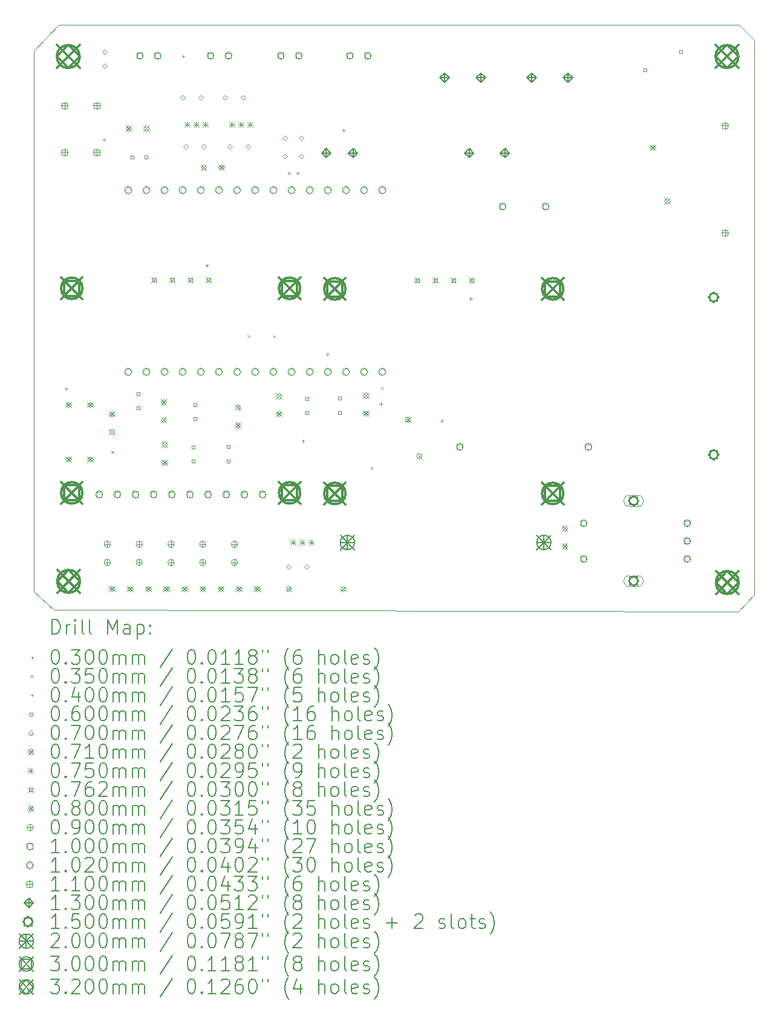
<source format=gbr>
%TF.GenerationSoftware,KiCad,Pcbnew,9.0.0*%
%TF.CreationDate,2026-01-24T21:55:20+01:00*%
%TF.ProjectId,MashMachine V2.0,4d617368-4d61-4636-9869-6e652056322e,rev?*%
%TF.SameCoordinates,Original*%
%TF.FileFunction,Drillmap*%
%TF.FilePolarity,Positive*%
%FSLAX45Y45*%
G04 Gerber Fmt 4.5, Leading zero omitted, Abs format (unit mm)*
G04 Created by KiCad (PCBNEW 9.0.0) date 2026-01-24 21:55:20*
%MOMM*%
%LPD*%
G01*
G04 APERTURE LIST*
%ADD10C,0.050000*%
%ADD11C,0.200000*%
%ADD12C,0.100000*%
%ADD13C,0.102000*%
%ADD14C,0.110000*%
%ADD15C,0.130000*%
%ADD16C,0.150000*%
%ADD17C,0.300000*%
%ADD18C,0.320000*%
G04 APERTURE END LIST*
D10*
X20144976Y-5672055D02*
X20139806Y-13431758D01*
X19927174Y-13665236D01*
X10337800Y-13639800D01*
X10055860Y-13386054D01*
X10055860Y-5829346D01*
X10406347Y-5466114D01*
X19933893Y-5460973D01*
X20144976Y-5672055D01*
D11*
D12*
X11145760Y-11420080D02*
X11175760Y-11450080D01*
X11175760Y-11420080D02*
X11145760Y-11450080D01*
X13050760Y-9799560D02*
X13080760Y-9829560D01*
X13080760Y-9799560D02*
X13050760Y-9829560D01*
X13408900Y-9802100D02*
X13438900Y-9832100D01*
X13438900Y-9802100D02*
X13408900Y-9832100D01*
X14777960Y-11643600D02*
X14807960Y-11673600D01*
X14807960Y-11643600D02*
X14777960Y-11673600D01*
X14920200Y-10526000D02*
X14950200Y-10556000D01*
X14950200Y-10526000D02*
X14920200Y-10556000D01*
X15755874Y-10983186D02*
X15785874Y-11013186D01*
X15785874Y-10983186D02*
X15755874Y-11013186D01*
X10533100Y-10553700D02*
G75*
G02*
X10498100Y-10553700I-17500J0D01*
G01*
X10498100Y-10553700D02*
G75*
G02*
X10533100Y-10553700I17500J0D01*
G01*
X11066500Y-7073900D02*
G75*
G02*
X11031500Y-7073900I-17500J0D01*
G01*
X11031500Y-7073900D02*
G75*
G02*
X11066500Y-7073900I17500J0D01*
G01*
X13652220Y-7538720D02*
G75*
G02*
X13617220Y-7538720I-17500J0D01*
G01*
X13617220Y-7538720D02*
G75*
G02*
X13652220Y-7538720I17500J0D01*
G01*
X13774140Y-7538720D02*
G75*
G02*
X13739140Y-7538720I-17500J0D01*
G01*
X13739140Y-7538720D02*
G75*
G02*
X13774140Y-7538720I17500J0D01*
G01*
X14190700Y-10071100D02*
G75*
G02*
X14155700Y-10071100I-17500J0D01*
G01*
X14155700Y-10071100D02*
G75*
G02*
X14190700Y-10071100I17500J0D01*
G01*
X14414220Y-6939280D02*
G75*
G02*
X14379220Y-6939280I-17500J0D01*
G01*
X14379220Y-6939280D02*
G75*
G02*
X14414220Y-6939280I17500J0D01*
G01*
X12151360Y-5882960D02*
X12151360Y-5922960D01*
X12131360Y-5902960D02*
X12171360Y-5902960D01*
X12484100Y-8806500D02*
X12484100Y-8846500D01*
X12464100Y-8826500D02*
X12504100Y-8826500D01*
X13827760Y-11260140D02*
X13827760Y-11300140D01*
X13807760Y-11280140D02*
X13847760Y-11280140D01*
X14917931Y-10744009D02*
X14917931Y-10784009D01*
X14897931Y-10764009D02*
X14937931Y-10764009D01*
X16174720Y-9271320D02*
X16174720Y-9311320D01*
X16154720Y-9291320D02*
X16194720Y-9291320D01*
X11455553Y-7336413D02*
X11455553Y-7293987D01*
X11413127Y-7293987D01*
X11413127Y-7336413D01*
X11455553Y-7336413D01*
X11540113Y-10641273D02*
X11540113Y-10598847D01*
X11497687Y-10598847D01*
X11497687Y-10641273D01*
X11540113Y-10641273D01*
X11540113Y-10841273D02*
X11540113Y-10798847D01*
X11497687Y-10798847D01*
X11497687Y-10841273D01*
X11540113Y-10841273D01*
X11655553Y-7336413D02*
X11655553Y-7293987D01*
X11613127Y-7293987D01*
X11613127Y-7336413D01*
X11655553Y-7336413D01*
X12314813Y-11386573D02*
X12314813Y-11344147D01*
X12272387Y-11344147D01*
X12272387Y-11386573D01*
X12314813Y-11386573D01*
X12314813Y-11586573D02*
X12314813Y-11544147D01*
X12272387Y-11544147D01*
X12272387Y-11586573D01*
X12314813Y-11586573D01*
X12340213Y-10794813D02*
X12340213Y-10752387D01*
X12297787Y-10752387D01*
X12297787Y-10794813D01*
X12340213Y-10794813D01*
X12340213Y-10994813D02*
X12340213Y-10952387D01*
X12297787Y-10952387D01*
X12297787Y-10994813D01*
X12340213Y-10994813D01*
X12805033Y-11384033D02*
X12805033Y-11341607D01*
X12762607Y-11341607D01*
X12762607Y-11384033D01*
X12805033Y-11384033D01*
X12805033Y-11584033D02*
X12805033Y-11541607D01*
X12762607Y-11541607D01*
X12762607Y-11584033D01*
X12805033Y-11584033D01*
X13902313Y-10708314D02*
X13902313Y-10665887D01*
X13859887Y-10665887D01*
X13859887Y-10708314D01*
X13902313Y-10708314D01*
X13902313Y-10908314D02*
X13902313Y-10865887D01*
X13859887Y-10865887D01*
X13859887Y-10908314D01*
X13902313Y-10908314D01*
X14359513Y-10705113D02*
X14359513Y-10662687D01*
X14317087Y-10662687D01*
X14317087Y-10705113D01*
X14359513Y-10705113D01*
X14359513Y-10905113D02*
X14359513Y-10862687D01*
X14317087Y-10862687D01*
X14317087Y-10905113D01*
X14359513Y-10905113D01*
X18638333Y-6110133D02*
X18638333Y-6067707D01*
X18595907Y-6067707D01*
X18595907Y-6110133D01*
X18638333Y-6110133D01*
X19138333Y-5860133D02*
X19138333Y-5817707D01*
X19095907Y-5817707D01*
X19095907Y-5860133D01*
X19138333Y-5860133D01*
X11051540Y-5880040D02*
X11086540Y-5845040D01*
X11051540Y-5810040D01*
X11016540Y-5845040D01*
X11051540Y-5880040D01*
X11051540Y-6070040D02*
X11086540Y-6035040D01*
X11051540Y-6000040D01*
X11016540Y-6035040D01*
X11051540Y-6070040D01*
X12143900Y-6514100D02*
X12178900Y-6479100D01*
X12143900Y-6444100D01*
X12108900Y-6479100D01*
X12143900Y-6514100D01*
X12187000Y-7199900D02*
X12222000Y-7164900D01*
X12187000Y-7129900D01*
X12152000Y-7164900D01*
X12187000Y-7199900D01*
X12397900Y-6514100D02*
X12432900Y-6479100D01*
X12397900Y-6444100D01*
X12362900Y-6479100D01*
X12397900Y-6514100D01*
X12441000Y-7199900D02*
X12476000Y-7164900D01*
X12441000Y-7129900D01*
X12406000Y-7164900D01*
X12441000Y-7199900D01*
X12735560Y-6512000D02*
X12770560Y-6477000D01*
X12735560Y-6442000D01*
X12700560Y-6477000D01*
X12735560Y-6512000D01*
X12800450Y-7198150D02*
X12835450Y-7163150D01*
X12800450Y-7128150D01*
X12765450Y-7163150D01*
X12800450Y-7198150D01*
X12989560Y-6512000D02*
X13024560Y-6477000D01*
X12989560Y-6442000D01*
X12954560Y-6477000D01*
X12989560Y-6512000D01*
X13054450Y-7198150D02*
X13089450Y-7163150D01*
X13054450Y-7128150D01*
X13019450Y-7163150D01*
X13054450Y-7198150D01*
X13576300Y-7078500D02*
X13611300Y-7043500D01*
X13576300Y-7008500D01*
X13541300Y-7043500D01*
X13576300Y-7078500D01*
X13576300Y-7332500D02*
X13611300Y-7297500D01*
X13576300Y-7262500D01*
X13541300Y-7297500D01*
X13576300Y-7332500D01*
X13627100Y-13077900D02*
X13662100Y-13042900D01*
X13627100Y-13007900D01*
X13592100Y-13042900D01*
X13627100Y-13077900D01*
X13804900Y-7078500D02*
X13839900Y-7043500D01*
X13804900Y-7008500D01*
X13769900Y-7043500D01*
X13804900Y-7078500D01*
X13804900Y-7332500D02*
X13839900Y-7297500D01*
X13804900Y-7262500D01*
X13769900Y-7297500D01*
X13804900Y-7332500D01*
X13881100Y-13077900D02*
X13916100Y-13042900D01*
X13881100Y-13007900D01*
X13846100Y-13042900D01*
X13881100Y-13077900D01*
X15260400Y-10948000D02*
X15331400Y-11019000D01*
X15331400Y-10948000D02*
X15260400Y-11019000D01*
X15331400Y-10983500D02*
G75*
G02*
X15260400Y-10983500I-35500J0D01*
G01*
X15260400Y-10983500D02*
G75*
G02*
X15331400Y-10983500I35500J0D01*
G01*
X15420400Y-11458000D02*
X15491400Y-11529000D01*
X15491400Y-11458000D02*
X15420400Y-11529000D01*
X15491400Y-11493500D02*
G75*
G02*
X15420400Y-11493500I-35500J0D01*
G01*
X15420400Y-11493500D02*
G75*
G02*
X15491400Y-11493500I35500J0D01*
G01*
X12167200Y-6820500D02*
X12242200Y-6895500D01*
X12242200Y-6820500D02*
X12167200Y-6895500D01*
X12204700Y-6820500D02*
X12204700Y-6895500D01*
X12167200Y-6858000D02*
X12242200Y-6858000D01*
X12294200Y-6820500D02*
X12369200Y-6895500D01*
X12369200Y-6820500D02*
X12294200Y-6895500D01*
X12331700Y-6820500D02*
X12331700Y-6895500D01*
X12294200Y-6858000D02*
X12369200Y-6858000D01*
X12421200Y-6820500D02*
X12496200Y-6895500D01*
X12496200Y-6820500D02*
X12421200Y-6895500D01*
X12458700Y-6820500D02*
X12458700Y-6895500D01*
X12421200Y-6858000D02*
X12496200Y-6858000D01*
X12793350Y-6818750D02*
X12868350Y-6893750D01*
X12868350Y-6818750D02*
X12793350Y-6893750D01*
X12830850Y-6818750D02*
X12830850Y-6893750D01*
X12793350Y-6856250D02*
X12868350Y-6856250D01*
X12920350Y-6818750D02*
X12995350Y-6893750D01*
X12995350Y-6818750D02*
X12920350Y-6893750D01*
X12957850Y-6818750D02*
X12957850Y-6893750D01*
X12920350Y-6856250D02*
X12995350Y-6856250D01*
X13047350Y-6818750D02*
X13122350Y-6893750D01*
X13122350Y-6818750D02*
X13047350Y-6893750D01*
X13084850Y-6818750D02*
X13084850Y-6893750D01*
X13047350Y-6856250D02*
X13122350Y-6856250D01*
X13653100Y-12662500D02*
X13728100Y-12737500D01*
X13728100Y-12662500D02*
X13653100Y-12737500D01*
X13690600Y-12662500D02*
X13690600Y-12737500D01*
X13653100Y-12700000D02*
X13728100Y-12700000D01*
X13780100Y-12662500D02*
X13855100Y-12737500D01*
X13855100Y-12662500D02*
X13780100Y-12737500D01*
X13817600Y-12662500D02*
X13817600Y-12737500D01*
X13780100Y-12700000D02*
X13855100Y-12700000D01*
X13907100Y-12662500D02*
X13982100Y-12737500D01*
X13982100Y-12662500D02*
X13907100Y-12737500D01*
X13944600Y-12662500D02*
X13944600Y-12737500D01*
X13907100Y-12700000D02*
X13982100Y-12700000D01*
X11704700Y-8988940D02*
X11780900Y-9065140D01*
X11780900Y-8988940D02*
X11704700Y-9065140D01*
X11769741Y-9053981D02*
X11769741Y-9000099D01*
X11715859Y-9000099D01*
X11715859Y-9053981D01*
X11769741Y-9053981D01*
X11958700Y-8988940D02*
X12034900Y-9065140D01*
X12034900Y-8988940D02*
X11958700Y-9065140D01*
X12023741Y-9053981D02*
X12023741Y-9000099D01*
X11969859Y-9000099D01*
X11969859Y-9053981D01*
X12023741Y-9053981D01*
X12212700Y-8988940D02*
X12288900Y-9065140D01*
X12288900Y-8988940D02*
X12212700Y-9065140D01*
X12277741Y-9053981D02*
X12277741Y-9000099D01*
X12223859Y-9000099D01*
X12223859Y-9053981D01*
X12277741Y-9053981D01*
X12466700Y-8988940D02*
X12542900Y-9065140D01*
X12542900Y-8988940D02*
X12466700Y-9065140D01*
X12531741Y-9053981D02*
X12531741Y-9000099D01*
X12477859Y-9000099D01*
X12477859Y-9053981D01*
X12531741Y-9053981D01*
X15387700Y-8997100D02*
X15463900Y-9073300D01*
X15463900Y-8997100D02*
X15387700Y-9073300D01*
X15452741Y-9062141D02*
X15452741Y-9008259D01*
X15398859Y-9008259D01*
X15398859Y-9062141D01*
X15452741Y-9062141D01*
X15641700Y-8997100D02*
X15717900Y-9073300D01*
X15717900Y-8997100D02*
X15641700Y-9073300D01*
X15706741Y-9062141D02*
X15706741Y-9008259D01*
X15652859Y-9008259D01*
X15652859Y-9062141D01*
X15706741Y-9062141D01*
X15895700Y-8997100D02*
X15971900Y-9073300D01*
X15971900Y-8997100D02*
X15895700Y-9073300D01*
X15960741Y-9062141D02*
X15960741Y-9008259D01*
X15906859Y-9008259D01*
X15906859Y-9062141D01*
X15960741Y-9062141D01*
X16149700Y-8997100D02*
X16225900Y-9073300D01*
X16225900Y-8997100D02*
X16149700Y-9073300D01*
X16214741Y-9062141D02*
X16214741Y-9008259D01*
X16160859Y-9008259D01*
X16160859Y-9062141D01*
X16214741Y-9062141D01*
X10501000Y-10733600D02*
X10581000Y-10813600D01*
X10581000Y-10733600D02*
X10501000Y-10813600D01*
X10541000Y-10813600D02*
X10581000Y-10773600D01*
X10541000Y-10733600D01*
X10501000Y-10773600D01*
X10541000Y-10813600D01*
X10501000Y-11495600D02*
X10581000Y-11575600D01*
X10581000Y-11495600D02*
X10501000Y-11575600D01*
X10541000Y-11575600D02*
X10581000Y-11535600D01*
X10541000Y-11495600D01*
X10501000Y-11535600D01*
X10541000Y-11575600D01*
X10805800Y-10733600D02*
X10885800Y-10813600D01*
X10885800Y-10733600D02*
X10805800Y-10813600D01*
X10845800Y-10813600D02*
X10885800Y-10773600D01*
X10845800Y-10733600D01*
X10805800Y-10773600D01*
X10845800Y-10813600D01*
X10805800Y-11495600D02*
X10885800Y-11575600D01*
X10885800Y-11495600D02*
X10805800Y-11575600D01*
X10845800Y-11575600D02*
X10885800Y-11535600D01*
X10845800Y-11495600D01*
X10805800Y-11535600D01*
X10845800Y-11575600D01*
X11110600Y-10862600D02*
X11190600Y-10942600D01*
X11190600Y-10862600D02*
X11110600Y-10942600D01*
X11150600Y-10942600D02*
X11190600Y-10902600D01*
X11150600Y-10862600D01*
X11110600Y-10902600D01*
X11150600Y-10942600D01*
X11110600Y-11112600D02*
X11190600Y-11192600D01*
X11190600Y-11112600D02*
X11110600Y-11192600D01*
X11150600Y-11192600D02*
X11190600Y-11152600D01*
X11150600Y-11112600D01*
X11110600Y-11152600D01*
X11150600Y-11192600D01*
X11110600Y-13307700D02*
X11190600Y-13387700D01*
X11190600Y-13307700D02*
X11110600Y-13387700D01*
X11150600Y-13387700D02*
X11190600Y-13347700D01*
X11150600Y-13307700D01*
X11110600Y-13347700D01*
X11150600Y-13387700D01*
X11343200Y-6868800D02*
X11423200Y-6948800D01*
X11423200Y-6868800D02*
X11343200Y-6948800D01*
X11383200Y-6948800D02*
X11423200Y-6908800D01*
X11383200Y-6868800D01*
X11343200Y-6908800D01*
X11383200Y-6948800D01*
X11364600Y-13307700D02*
X11444600Y-13387700D01*
X11444600Y-13307700D02*
X11364600Y-13387700D01*
X11404600Y-13387700D02*
X11444600Y-13347700D01*
X11404600Y-13307700D01*
X11364600Y-13347700D01*
X11404600Y-13387700D01*
X11593200Y-6868800D02*
X11673200Y-6948800D01*
X11673200Y-6868800D02*
X11593200Y-6948800D01*
X11633200Y-6948800D02*
X11673200Y-6908800D01*
X11633200Y-6868800D01*
X11593200Y-6908800D01*
X11633200Y-6948800D01*
X11618600Y-13307700D02*
X11698600Y-13387700D01*
X11698600Y-13307700D02*
X11618600Y-13387700D01*
X11658600Y-13387700D02*
X11698600Y-13347700D01*
X11658600Y-13307700D01*
X11618600Y-13347700D01*
X11658600Y-13387700D01*
X11834500Y-10695500D02*
X11914500Y-10775500D01*
X11914500Y-10695500D02*
X11834500Y-10775500D01*
X11874500Y-10775500D02*
X11914500Y-10735500D01*
X11874500Y-10695500D01*
X11834500Y-10735500D01*
X11874500Y-10775500D01*
X11834500Y-10945500D02*
X11914500Y-11025500D01*
X11914500Y-10945500D02*
X11834500Y-11025500D01*
X11874500Y-11025500D02*
X11914500Y-10985500D01*
X11874500Y-10945500D01*
X11834500Y-10985500D01*
X11874500Y-11025500D01*
X11847200Y-11290400D02*
X11927200Y-11370400D01*
X11927200Y-11290400D02*
X11847200Y-11370400D01*
X11887200Y-11370400D02*
X11927200Y-11330400D01*
X11887200Y-11290400D01*
X11847200Y-11330400D01*
X11887200Y-11370400D01*
X11847200Y-11540400D02*
X11927200Y-11620400D01*
X11927200Y-11540400D02*
X11847200Y-11620400D01*
X11887200Y-11620400D02*
X11927200Y-11580400D01*
X11887200Y-11540400D01*
X11847200Y-11580400D01*
X11887200Y-11620400D01*
X11872600Y-13307700D02*
X11952600Y-13387700D01*
X11952600Y-13307700D02*
X11872600Y-13387700D01*
X11912600Y-13387700D02*
X11952600Y-13347700D01*
X11912600Y-13307700D01*
X11872600Y-13347700D01*
X11912600Y-13387700D01*
X12126600Y-13307700D02*
X12206600Y-13387700D01*
X12206600Y-13307700D02*
X12126600Y-13387700D01*
X12166600Y-13387700D02*
X12206600Y-13347700D01*
X12166600Y-13307700D01*
X12126600Y-13347700D01*
X12166600Y-13387700D01*
X12380600Y-13307700D02*
X12460600Y-13387700D01*
X12460600Y-13307700D02*
X12380600Y-13387700D01*
X12420600Y-13387700D02*
X12460600Y-13347700D01*
X12420600Y-13307700D01*
X12380600Y-13347700D01*
X12420600Y-13387700D01*
X12395300Y-7414900D02*
X12475300Y-7494900D01*
X12475300Y-7414900D02*
X12395300Y-7494900D01*
X12435300Y-7494900D02*
X12475300Y-7454900D01*
X12435300Y-7414900D01*
X12395300Y-7454900D01*
X12435300Y-7494900D01*
X12634600Y-13307700D02*
X12714600Y-13387700D01*
X12714600Y-13307700D02*
X12634600Y-13387700D01*
X12674600Y-13387700D02*
X12714600Y-13347700D01*
X12674600Y-13307700D01*
X12634600Y-13347700D01*
X12674600Y-13387700D01*
X12645300Y-7414900D02*
X12725300Y-7494900D01*
X12725300Y-7414900D02*
X12645300Y-7494900D01*
X12685300Y-7494900D02*
X12725300Y-7454900D01*
X12685300Y-7414900D01*
X12645300Y-7454900D01*
X12685300Y-7494900D01*
X12875900Y-10769700D02*
X12955900Y-10849700D01*
X12955900Y-10769700D02*
X12875900Y-10849700D01*
X12915900Y-10849700D02*
X12955900Y-10809700D01*
X12915900Y-10769700D01*
X12875900Y-10809700D01*
X12915900Y-10849700D01*
X12875900Y-11019700D02*
X12955900Y-11099700D01*
X12955900Y-11019700D02*
X12875900Y-11099700D01*
X12915900Y-11099700D02*
X12955900Y-11059700D01*
X12915900Y-11019700D01*
X12875900Y-11059700D01*
X12915900Y-11099700D01*
X12888600Y-13307700D02*
X12968600Y-13387700D01*
X12968600Y-13307700D02*
X12888600Y-13387700D01*
X12928600Y-13387700D02*
X12968600Y-13347700D01*
X12928600Y-13307700D01*
X12888600Y-13347700D01*
X12928600Y-13387700D01*
X13142600Y-13307700D02*
X13222600Y-13387700D01*
X13222600Y-13307700D02*
X13142600Y-13387700D01*
X13182600Y-13387700D02*
X13222600Y-13347700D01*
X13182600Y-13307700D01*
X13142600Y-13347700D01*
X13182600Y-13387700D01*
X13447400Y-10611680D02*
X13527400Y-10691680D01*
X13527400Y-10611680D02*
X13447400Y-10691680D01*
X13487400Y-10691680D02*
X13527400Y-10651680D01*
X13487400Y-10611680D01*
X13447400Y-10651680D01*
X13487400Y-10691680D01*
X13447400Y-10861680D02*
X13527400Y-10941680D01*
X13527400Y-10861680D02*
X13447400Y-10941680D01*
X13487400Y-10941680D02*
X13527400Y-10901680D01*
X13487400Y-10861680D01*
X13447400Y-10901680D01*
X13487400Y-10941680D01*
X13587100Y-13307700D02*
X13667100Y-13387700D01*
X13667100Y-13307700D02*
X13587100Y-13387700D01*
X13627100Y-13387700D02*
X13667100Y-13347700D01*
X13627100Y-13307700D01*
X13587100Y-13347700D01*
X13627100Y-13387700D01*
X14349100Y-13307700D02*
X14429100Y-13387700D01*
X14429100Y-13307700D02*
X14349100Y-13387700D01*
X14389100Y-13387700D02*
X14429100Y-13347700D01*
X14389100Y-13307700D01*
X14349100Y-13347700D01*
X14389100Y-13387700D01*
X14666600Y-10602600D02*
X14746600Y-10682600D01*
X14746600Y-10602600D02*
X14666600Y-10682600D01*
X14706600Y-10682600D02*
X14746600Y-10642600D01*
X14706600Y-10602600D01*
X14666600Y-10642600D01*
X14706600Y-10682600D01*
X14666600Y-10852600D02*
X14746600Y-10932600D01*
X14746600Y-10852600D02*
X14666600Y-10932600D01*
X14706600Y-10932600D02*
X14746600Y-10892600D01*
X14706600Y-10852600D01*
X14666600Y-10892600D01*
X14706600Y-10932600D01*
X17449400Y-12461600D02*
X17529400Y-12541600D01*
X17529400Y-12461600D02*
X17449400Y-12541600D01*
X17489400Y-12541600D02*
X17529400Y-12501600D01*
X17489400Y-12461600D01*
X17449400Y-12501600D01*
X17489400Y-12541600D01*
X17449400Y-12711600D02*
X17529400Y-12791600D01*
X17529400Y-12711600D02*
X17449400Y-12791600D01*
X17489400Y-12791600D02*
X17529400Y-12751600D01*
X17489400Y-12711600D01*
X17449400Y-12751600D01*
X17489400Y-12791600D01*
X18683000Y-7134800D02*
X18763000Y-7214800D01*
X18763000Y-7134800D02*
X18683000Y-7214800D01*
X18723000Y-7214800D02*
X18763000Y-7174800D01*
X18723000Y-7134800D01*
X18683000Y-7174800D01*
X18723000Y-7214800D01*
X18883000Y-7884800D02*
X18963000Y-7964800D01*
X18963000Y-7884800D02*
X18883000Y-7964800D01*
X18923000Y-7964800D02*
X18963000Y-7924800D01*
X18923000Y-7884800D01*
X18883000Y-7924800D01*
X18923000Y-7964800D01*
X11087100Y-12680400D02*
X11087100Y-12770400D01*
X11042100Y-12725400D02*
X11132100Y-12725400D01*
X11132100Y-12725400D02*
G75*
G02*
X11042100Y-12725400I-45000J0D01*
G01*
X11042100Y-12725400D02*
G75*
G02*
X11132100Y-12725400I45000J0D01*
G01*
X11087100Y-12934400D02*
X11087100Y-13024400D01*
X11042100Y-12979400D02*
X11132100Y-12979400D01*
X11132100Y-12979400D02*
G75*
G02*
X11042100Y-12979400I-45000J0D01*
G01*
X11042100Y-12979400D02*
G75*
G02*
X11132100Y-12979400I45000J0D01*
G01*
X11534300Y-12680400D02*
X11534300Y-12770400D01*
X11489300Y-12725400D02*
X11579300Y-12725400D01*
X11579300Y-12725400D02*
G75*
G02*
X11489300Y-12725400I-45000J0D01*
G01*
X11489300Y-12725400D02*
G75*
G02*
X11579300Y-12725400I45000J0D01*
G01*
X11534300Y-12934400D02*
X11534300Y-13024400D01*
X11489300Y-12979400D02*
X11579300Y-12979400D01*
X11579300Y-12979400D02*
G75*
G02*
X11489300Y-12979400I-45000J0D01*
G01*
X11489300Y-12979400D02*
G75*
G02*
X11579300Y-12979400I45000J0D01*
G01*
X11978800Y-12680400D02*
X11978800Y-12770400D01*
X11933800Y-12725400D02*
X12023800Y-12725400D01*
X12023800Y-12725400D02*
G75*
G02*
X11933800Y-12725400I-45000J0D01*
G01*
X11933800Y-12725400D02*
G75*
G02*
X12023800Y-12725400I45000J0D01*
G01*
X11978800Y-12934400D02*
X11978800Y-13024400D01*
X11933800Y-12979400D02*
X12023800Y-12979400D01*
X12023800Y-12979400D02*
G75*
G02*
X11933800Y-12979400I-45000J0D01*
G01*
X11933800Y-12979400D02*
G75*
G02*
X12023800Y-12979400I45000J0D01*
G01*
X12423300Y-12680400D02*
X12423300Y-12770400D01*
X12378300Y-12725400D02*
X12468300Y-12725400D01*
X12468300Y-12725400D02*
G75*
G02*
X12378300Y-12725400I-45000J0D01*
G01*
X12378300Y-12725400D02*
G75*
G02*
X12468300Y-12725400I45000J0D01*
G01*
X12423300Y-12934400D02*
X12423300Y-13024400D01*
X12378300Y-12979400D02*
X12468300Y-12979400D01*
X12468300Y-12979400D02*
G75*
G02*
X12378300Y-12979400I-45000J0D01*
G01*
X12378300Y-12979400D02*
G75*
G02*
X12468300Y-12979400I45000J0D01*
G01*
X12867800Y-12680400D02*
X12867800Y-12770400D01*
X12822800Y-12725400D02*
X12912800Y-12725400D01*
X12912800Y-12725400D02*
G75*
G02*
X12822800Y-12725400I-45000J0D01*
G01*
X12822800Y-12725400D02*
G75*
G02*
X12912800Y-12725400I45000J0D01*
G01*
X12867800Y-12934400D02*
X12867800Y-13024400D01*
X12822800Y-12979400D02*
X12912800Y-12979400D01*
X12912800Y-12979400D02*
G75*
G02*
X12822800Y-12979400I-45000J0D01*
G01*
X12822800Y-12979400D02*
G75*
G02*
X12912800Y-12979400I45000J0D01*
G01*
X11008156Y-12062256D02*
X11008156Y-11991544D01*
X10937444Y-11991544D01*
X10937444Y-12062256D01*
X11008156Y-12062256D01*
X11022800Y-12026900D02*
G75*
G02*
X10922800Y-12026900I-50000J0D01*
G01*
X10922800Y-12026900D02*
G75*
G02*
X11022800Y-12026900I50000J0D01*
G01*
X11262156Y-12062256D02*
X11262156Y-11991544D01*
X11191444Y-11991544D01*
X11191444Y-12062256D01*
X11262156Y-12062256D01*
X11276800Y-12026900D02*
G75*
G02*
X11176800Y-12026900I-50000J0D01*
G01*
X11176800Y-12026900D02*
G75*
G02*
X11276800Y-12026900I50000J0D01*
G01*
X11516156Y-12062256D02*
X11516156Y-11991544D01*
X11445444Y-11991544D01*
X11445444Y-12062256D01*
X11516156Y-12062256D01*
X11530800Y-12026900D02*
G75*
G02*
X11430800Y-12026900I-50000J0D01*
G01*
X11430800Y-12026900D02*
G75*
G02*
X11530800Y-12026900I50000J0D01*
G01*
X11576556Y-5928156D02*
X11576556Y-5857444D01*
X11505844Y-5857444D01*
X11505844Y-5928156D01*
X11576556Y-5928156D01*
X11591200Y-5892800D02*
G75*
G02*
X11491200Y-5892800I-50000J0D01*
G01*
X11491200Y-5892800D02*
G75*
G02*
X11591200Y-5892800I50000J0D01*
G01*
X11770156Y-12062256D02*
X11770156Y-11991544D01*
X11699444Y-11991544D01*
X11699444Y-12062256D01*
X11770156Y-12062256D01*
X11784800Y-12026900D02*
G75*
G02*
X11684800Y-12026900I-50000J0D01*
G01*
X11684800Y-12026900D02*
G75*
G02*
X11784800Y-12026900I50000J0D01*
G01*
X11826556Y-5928156D02*
X11826556Y-5857444D01*
X11755844Y-5857444D01*
X11755844Y-5928156D01*
X11826556Y-5928156D01*
X11841200Y-5892800D02*
G75*
G02*
X11741200Y-5892800I-50000J0D01*
G01*
X11741200Y-5892800D02*
G75*
G02*
X11841200Y-5892800I50000J0D01*
G01*
X12024156Y-12062256D02*
X12024156Y-11991544D01*
X11953444Y-11991544D01*
X11953444Y-12062256D01*
X12024156Y-12062256D01*
X12038800Y-12026900D02*
G75*
G02*
X11938800Y-12026900I-50000J0D01*
G01*
X11938800Y-12026900D02*
G75*
G02*
X12038800Y-12026900I50000J0D01*
G01*
X12278156Y-12062256D02*
X12278156Y-11991544D01*
X12207444Y-11991544D01*
X12207444Y-12062256D01*
X12278156Y-12062256D01*
X12292800Y-12026900D02*
G75*
G02*
X12192800Y-12026900I-50000J0D01*
G01*
X12192800Y-12026900D02*
G75*
G02*
X12292800Y-12026900I50000J0D01*
G01*
X12532156Y-12062256D02*
X12532156Y-11991544D01*
X12461444Y-11991544D01*
X12461444Y-12062256D01*
X12532156Y-12062256D01*
X12546800Y-12026900D02*
G75*
G02*
X12446800Y-12026900I-50000J0D01*
G01*
X12446800Y-12026900D02*
G75*
G02*
X12546800Y-12026900I50000J0D01*
G01*
X12567156Y-5928156D02*
X12567156Y-5857444D01*
X12496444Y-5857444D01*
X12496444Y-5928156D01*
X12567156Y-5928156D01*
X12581800Y-5892800D02*
G75*
G02*
X12481800Y-5892800I-50000J0D01*
G01*
X12481800Y-5892800D02*
G75*
G02*
X12581800Y-5892800I50000J0D01*
G01*
X12786156Y-12062256D02*
X12786156Y-11991544D01*
X12715444Y-11991544D01*
X12715444Y-12062256D01*
X12786156Y-12062256D01*
X12800800Y-12026900D02*
G75*
G02*
X12700800Y-12026900I-50000J0D01*
G01*
X12700800Y-12026900D02*
G75*
G02*
X12800800Y-12026900I50000J0D01*
G01*
X12817156Y-5928156D02*
X12817156Y-5857444D01*
X12746444Y-5857444D01*
X12746444Y-5928156D01*
X12817156Y-5928156D01*
X12831800Y-5892800D02*
G75*
G02*
X12731800Y-5892800I-50000J0D01*
G01*
X12731800Y-5892800D02*
G75*
G02*
X12831800Y-5892800I50000J0D01*
G01*
X13040156Y-12062256D02*
X13040156Y-11991544D01*
X12969444Y-11991544D01*
X12969444Y-12062256D01*
X13040156Y-12062256D01*
X13054800Y-12026900D02*
G75*
G02*
X12954800Y-12026900I-50000J0D01*
G01*
X12954800Y-12026900D02*
G75*
G02*
X13054800Y-12026900I50000J0D01*
G01*
X13294156Y-12062256D02*
X13294156Y-11991544D01*
X13223444Y-11991544D01*
X13223444Y-12062256D01*
X13294156Y-12062256D01*
X13308800Y-12026900D02*
G75*
G02*
X13208800Y-12026900I-50000J0D01*
G01*
X13208800Y-12026900D02*
G75*
G02*
X13308800Y-12026900I50000J0D01*
G01*
X13552156Y-5928156D02*
X13552156Y-5857444D01*
X13481444Y-5857444D01*
X13481444Y-5928156D01*
X13552156Y-5928156D01*
X13566800Y-5892800D02*
G75*
G02*
X13466800Y-5892800I-50000J0D01*
G01*
X13466800Y-5892800D02*
G75*
G02*
X13566800Y-5892800I50000J0D01*
G01*
X13802156Y-5928156D02*
X13802156Y-5857444D01*
X13731444Y-5857444D01*
X13731444Y-5928156D01*
X13802156Y-5928156D01*
X13816800Y-5892800D02*
G75*
G02*
X13716800Y-5892800I-50000J0D01*
G01*
X13716800Y-5892800D02*
G75*
G02*
X13816800Y-5892800I50000J0D01*
G01*
X14517356Y-5928156D02*
X14517356Y-5857444D01*
X14446644Y-5857444D01*
X14446644Y-5928156D01*
X14517356Y-5928156D01*
X14532000Y-5892800D02*
G75*
G02*
X14432000Y-5892800I-50000J0D01*
G01*
X14432000Y-5892800D02*
G75*
G02*
X14532000Y-5892800I50000J0D01*
G01*
X14767356Y-5928156D02*
X14767356Y-5857444D01*
X14696644Y-5857444D01*
X14696644Y-5928156D01*
X14767356Y-5928156D01*
X14782000Y-5892800D02*
G75*
G02*
X14682000Y-5892800I-50000J0D01*
G01*
X14682000Y-5892800D02*
G75*
G02*
X14782000Y-5892800I50000J0D01*
G01*
X16056056Y-11396506D02*
X16056056Y-11325794D01*
X15985344Y-11325794D01*
X15985344Y-11396506D01*
X16056056Y-11396506D01*
X16070700Y-11361150D02*
G75*
G02*
X15970700Y-11361150I-50000J0D01*
G01*
X15970700Y-11361150D02*
G75*
G02*
X16070700Y-11361150I50000J0D01*
G01*
X16656056Y-8036506D02*
X16656056Y-7965794D01*
X16585344Y-7965794D01*
X16585344Y-8036506D01*
X16656056Y-8036506D01*
X16670700Y-8001150D02*
G75*
G02*
X16570700Y-8001150I-50000J0D01*
G01*
X16570700Y-8001150D02*
G75*
G02*
X16670700Y-8001150I50000J0D01*
G01*
X17256056Y-8036506D02*
X17256056Y-7965794D01*
X17185344Y-7965794D01*
X17185344Y-8036506D01*
X17256056Y-8036506D01*
X17270700Y-8001150D02*
G75*
G02*
X17170700Y-8001150I-50000J0D01*
G01*
X17170700Y-8001150D02*
G75*
G02*
X17270700Y-8001150I50000J0D01*
G01*
X17789956Y-12463956D02*
X17789956Y-12393244D01*
X17719244Y-12393244D01*
X17719244Y-12463956D01*
X17789956Y-12463956D01*
X17804600Y-12428600D02*
G75*
G02*
X17704600Y-12428600I-50000J0D01*
G01*
X17704600Y-12428600D02*
G75*
G02*
X17804600Y-12428600I50000J0D01*
G01*
X17789956Y-12963956D02*
X17789956Y-12893244D01*
X17719244Y-12893244D01*
X17719244Y-12963956D01*
X17789956Y-12963956D01*
X17804600Y-12928600D02*
G75*
G02*
X17704600Y-12928600I-50000J0D01*
G01*
X17704600Y-12928600D02*
G75*
G02*
X17804600Y-12928600I50000J0D01*
G01*
X17856056Y-11396506D02*
X17856056Y-11325794D01*
X17785344Y-11325794D01*
X17785344Y-11396506D01*
X17856056Y-11396506D01*
X17870700Y-11361150D02*
G75*
G02*
X17770700Y-11361150I-50000J0D01*
G01*
X17770700Y-11361150D02*
G75*
G02*
X17870700Y-11361150I50000J0D01*
G01*
X19239956Y-12463956D02*
X19239956Y-12393244D01*
X19169244Y-12393244D01*
X19169244Y-12463956D01*
X19239956Y-12463956D01*
X19254600Y-12428600D02*
G75*
G02*
X19154600Y-12428600I-50000J0D01*
G01*
X19154600Y-12428600D02*
G75*
G02*
X19254600Y-12428600I50000J0D01*
G01*
X19239956Y-12713956D02*
X19239956Y-12643244D01*
X19169244Y-12643244D01*
X19169244Y-12713956D01*
X19239956Y-12713956D01*
X19254600Y-12678600D02*
G75*
G02*
X19154600Y-12678600I-50000J0D01*
G01*
X19154600Y-12678600D02*
G75*
G02*
X19254600Y-12678600I50000J0D01*
G01*
X19239956Y-12963956D02*
X19239956Y-12893244D01*
X19169244Y-12893244D01*
X19169244Y-12963956D01*
X19239956Y-12963956D01*
X19254600Y-12928600D02*
G75*
G02*
X19154600Y-12928600I-50000J0D01*
G01*
X19154600Y-12928600D02*
G75*
G02*
X19254600Y-12928600I50000J0D01*
G01*
D13*
X11379200Y-7823400D02*
X11430200Y-7772400D01*
X11379200Y-7721400D01*
X11328200Y-7772400D01*
X11379200Y-7823400D01*
X11430200Y-7772400D02*
G75*
G02*
X11328200Y-7772400I-51000J0D01*
G01*
X11328200Y-7772400D02*
G75*
G02*
X11430200Y-7772400I51000J0D01*
G01*
X11379200Y-10363400D02*
X11430200Y-10312400D01*
X11379200Y-10261400D01*
X11328200Y-10312400D01*
X11379200Y-10363400D01*
X11430200Y-10312400D02*
G75*
G02*
X11328200Y-10312400I-51000J0D01*
G01*
X11328200Y-10312400D02*
G75*
G02*
X11430200Y-10312400I51000J0D01*
G01*
X11633200Y-10363400D02*
X11684200Y-10312400D01*
X11633200Y-10261400D01*
X11582200Y-10312400D01*
X11633200Y-10363400D01*
X11684200Y-10312400D02*
G75*
G02*
X11582200Y-10312400I-51000J0D01*
G01*
X11582200Y-10312400D02*
G75*
G02*
X11684200Y-10312400I51000J0D01*
G01*
X11633200Y-7823400D02*
X11684200Y-7772400D01*
X11633200Y-7721400D01*
X11582200Y-7772400D01*
X11633200Y-7823400D01*
X11684200Y-7772400D02*
G75*
G02*
X11582200Y-7772400I-51000J0D01*
G01*
X11582200Y-7772400D02*
G75*
G02*
X11684200Y-7772400I51000J0D01*
G01*
X11887200Y-7823400D02*
X11938200Y-7772400D01*
X11887200Y-7721400D01*
X11836200Y-7772400D01*
X11887200Y-7823400D01*
X11938200Y-7772400D02*
G75*
G02*
X11836200Y-7772400I-51000J0D01*
G01*
X11836200Y-7772400D02*
G75*
G02*
X11938200Y-7772400I51000J0D01*
G01*
X11887200Y-10363400D02*
X11938200Y-10312400D01*
X11887200Y-10261400D01*
X11836200Y-10312400D01*
X11887200Y-10363400D01*
X11938200Y-10312400D02*
G75*
G02*
X11836200Y-10312400I-51000J0D01*
G01*
X11836200Y-10312400D02*
G75*
G02*
X11938200Y-10312400I51000J0D01*
G01*
X12141200Y-10363400D02*
X12192200Y-10312400D01*
X12141200Y-10261400D01*
X12090200Y-10312400D01*
X12141200Y-10363400D01*
X12192200Y-10312400D02*
G75*
G02*
X12090200Y-10312400I-51000J0D01*
G01*
X12090200Y-10312400D02*
G75*
G02*
X12192200Y-10312400I51000J0D01*
G01*
X12141200Y-7823400D02*
X12192200Y-7772400D01*
X12141200Y-7721400D01*
X12090200Y-7772400D01*
X12141200Y-7823400D01*
X12192200Y-7772400D02*
G75*
G02*
X12090200Y-7772400I-51000J0D01*
G01*
X12090200Y-7772400D02*
G75*
G02*
X12192200Y-7772400I51000J0D01*
G01*
X12395200Y-7823400D02*
X12446200Y-7772400D01*
X12395200Y-7721400D01*
X12344200Y-7772400D01*
X12395200Y-7823400D01*
X12446200Y-7772400D02*
G75*
G02*
X12344200Y-7772400I-51000J0D01*
G01*
X12344200Y-7772400D02*
G75*
G02*
X12446200Y-7772400I51000J0D01*
G01*
X12395200Y-10363400D02*
X12446200Y-10312400D01*
X12395200Y-10261400D01*
X12344200Y-10312400D01*
X12395200Y-10363400D01*
X12446200Y-10312400D02*
G75*
G02*
X12344200Y-10312400I-51000J0D01*
G01*
X12344200Y-10312400D02*
G75*
G02*
X12446200Y-10312400I51000J0D01*
G01*
X12649200Y-10363400D02*
X12700200Y-10312400D01*
X12649200Y-10261400D01*
X12598200Y-10312400D01*
X12649200Y-10363400D01*
X12700200Y-10312400D02*
G75*
G02*
X12598200Y-10312400I-51000J0D01*
G01*
X12598200Y-10312400D02*
G75*
G02*
X12700200Y-10312400I51000J0D01*
G01*
X12649200Y-7823400D02*
X12700200Y-7772400D01*
X12649200Y-7721400D01*
X12598200Y-7772400D01*
X12649200Y-7823400D01*
X12700200Y-7772400D02*
G75*
G02*
X12598200Y-7772400I-51000J0D01*
G01*
X12598200Y-7772400D02*
G75*
G02*
X12700200Y-7772400I51000J0D01*
G01*
X12903200Y-7823400D02*
X12954200Y-7772400D01*
X12903200Y-7721400D01*
X12852200Y-7772400D01*
X12903200Y-7823400D01*
X12954200Y-7772400D02*
G75*
G02*
X12852200Y-7772400I-51000J0D01*
G01*
X12852200Y-7772400D02*
G75*
G02*
X12954200Y-7772400I51000J0D01*
G01*
X12903200Y-10363400D02*
X12954200Y-10312400D01*
X12903200Y-10261400D01*
X12852200Y-10312400D01*
X12903200Y-10363400D01*
X12954200Y-10312400D02*
G75*
G02*
X12852200Y-10312400I-51000J0D01*
G01*
X12852200Y-10312400D02*
G75*
G02*
X12954200Y-10312400I51000J0D01*
G01*
X13157200Y-10363400D02*
X13208200Y-10312400D01*
X13157200Y-10261400D01*
X13106200Y-10312400D01*
X13157200Y-10363400D01*
X13208200Y-10312400D02*
G75*
G02*
X13106200Y-10312400I-51000J0D01*
G01*
X13106200Y-10312400D02*
G75*
G02*
X13208200Y-10312400I51000J0D01*
G01*
X13157200Y-7823400D02*
X13208200Y-7772400D01*
X13157200Y-7721400D01*
X13106200Y-7772400D01*
X13157200Y-7823400D01*
X13208200Y-7772400D02*
G75*
G02*
X13106200Y-7772400I-51000J0D01*
G01*
X13106200Y-7772400D02*
G75*
G02*
X13208200Y-7772400I51000J0D01*
G01*
X13411200Y-7823400D02*
X13462200Y-7772400D01*
X13411200Y-7721400D01*
X13360200Y-7772400D01*
X13411200Y-7823400D01*
X13462200Y-7772400D02*
G75*
G02*
X13360200Y-7772400I-51000J0D01*
G01*
X13360200Y-7772400D02*
G75*
G02*
X13462200Y-7772400I51000J0D01*
G01*
X13411200Y-10363400D02*
X13462200Y-10312400D01*
X13411200Y-10261400D01*
X13360200Y-10312400D01*
X13411200Y-10363400D01*
X13462200Y-10312400D02*
G75*
G02*
X13360200Y-10312400I-51000J0D01*
G01*
X13360200Y-10312400D02*
G75*
G02*
X13462200Y-10312400I51000J0D01*
G01*
X13665200Y-10363400D02*
X13716200Y-10312400D01*
X13665200Y-10261400D01*
X13614200Y-10312400D01*
X13665200Y-10363400D01*
X13716200Y-10312400D02*
G75*
G02*
X13614200Y-10312400I-51000J0D01*
G01*
X13614200Y-10312400D02*
G75*
G02*
X13716200Y-10312400I51000J0D01*
G01*
X13665200Y-7823400D02*
X13716200Y-7772400D01*
X13665200Y-7721400D01*
X13614200Y-7772400D01*
X13665200Y-7823400D01*
X13716200Y-7772400D02*
G75*
G02*
X13614200Y-7772400I-51000J0D01*
G01*
X13614200Y-7772400D02*
G75*
G02*
X13716200Y-7772400I51000J0D01*
G01*
X13919200Y-7823400D02*
X13970200Y-7772400D01*
X13919200Y-7721400D01*
X13868200Y-7772400D01*
X13919200Y-7823400D01*
X13970200Y-7772400D02*
G75*
G02*
X13868200Y-7772400I-51000J0D01*
G01*
X13868200Y-7772400D02*
G75*
G02*
X13970200Y-7772400I51000J0D01*
G01*
X13919200Y-10363400D02*
X13970200Y-10312400D01*
X13919200Y-10261400D01*
X13868200Y-10312400D01*
X13919200Y-10363400D01*
X13970200Y-10312400D02*
G75*
G02*
X13868200Y-10312400I-51000J0D01*
G01*
X13868200Y-10312400D02*
G75*
G02*
X13970200Y-10312400I51000J0D01*
G01*
X14173200Y-7823400D02*
X14224200Y-7772400D01*
X14173200Y-7721400D01*
X14122200Y-7772400D01*
X14173200Y-7823400D01*
X14224200Y-7772400D02*
G75*
G02*
X14122200Y-7772400I-51000J0D01*
G01*
X14122200Y-7772400D02*
G75*
G02*
X14224200Y-7772400I51000J0D01*
G01*
X14173200Y-10363400D02*
X14224200Y-10312400D01*
X14173200Y-10261400D01*
X14122200Y-10312400D01*
X14173200Y-10363400D01*
X14224200Y-10312400D02*
G75*
G02*
X14122200Y-10312400I-51000J0D01*
G01*
X14122200Y-10312400D02*
G75*
G02*
X14224200Y-10312400I51000J0D01*
G01*
X14427200Y-7823400D02*
X14478200Y-7772400D01*
X14427200Y-7721400D01*
X14376200Y-7772400D01*
X14427200Y-7823400D01*
X14478200Y-7772400D02*
G75*
G02*
X14376200Y-7772400I-51000J0D01*
G01*
X14376200Y-7772400D02*
G75*
G02*
X14478200Y-7772400I51000J0D01*
G01*
X14427200Y-10363400D02*
X14478200Y-10312400D01*
X14427200Y-10261400D01*
X14376200Y-10312400D01*
X14427200Y-10363400D01*
X14478200Y-10312400D02*
G75*
G02*
X14376200Y-10312400I-51000J0D01*
G01*
X14376200Y-10312400D02*
G75*
G02*
X14478200Y-10312400I51000J0D01*
G01*
X14681200Y-7823400D02*
X14732200Y-7772400D01*
X14681200Y-7721400D01*
X14630200Y-7772400D01*
X14681200Y-7823400D01*
X14732200Y-7772400D02*
G75*
G02*
X14630200Y-7772400I-51000J0D01*
G01*
X14630200Y-7772400D02*
G75*
G02*
X14732200Y-7772400I51000J0D01*
G01*
X14681200Y-10363400D02*
X14732200Y-10312400D01*
X14681200Y-10261400D01*
X14630200Y-10312400D01*
X14681200Y-10363400D01*
X14732200Y-10312400D02*
G75*
G02*
X14630200Y-10312400I-51000J0D01*
G01*
X14630200Y-10312400D02*
G75*
G02*
X14732200Y-10312400I51000J0D01*
G01*
X14935200Y-7823400D02*
X14986200Y-7772400D01*
X14935200Y-7721400D01*
X14884200Y-7772400D01*
X14935200Y-7823400D01*
X14986200Y-7772400D02*
G75*
G02*
X14884200Y-7772400I-51000J0D01*
G01*
X14884200Y-7772400D02*
G75*
G02*
X14986200Y-7772400I51000J0D01*
G01*
X14935200Y-10363400D02*
X14986200Y-10312400D01*
X14935200Y-10261400D01*
X14884200Y-10312400D01*
X14935200Y-10363400D01*
X14986200Y-10312400D02*
G75*
G02*
X14884200Y-10312400I-51000J0D01*
G01*
X14884200Y-10312400D02*
G75*
G02*
X14986200Y-10312400I51000J0D01*
G01*
D14*
X10490200Y-6536300D02*
X10490200Y-6646300D01*
X10435200Y-6591300D02*
X10545200Y-6591300D01*
X10529091Y-6630191D02*
X10529091Y-6552409D01*
X10451309Y-6552409D01*
X10451309Y-6630191D01*
X10529091Y-6630191D01*
X10490200Y-7186300D02*
X10490200Y-7296300D01*
X10435200Y-7241300D02*
X10545200Y-7241300D01*
X10529091Y-7280191D02*
X10529091Y-7202409D01*
X10451309Y-7202409D01*
X10451309Y-7280191D01*
X10529091Y-7280191D01*
X10940200Y-6536300D02*
X10940200Y-6646300D01*
X10885200Y-6591300D02*
X10995200Y-6591300D01*
X10979091Y-6630191D02*
X10979091Y-6552409D01*
X10901309Y-6552409D01*
X10901309Y-6630191D01*
X10979091Y-6630191D01*
X10940200Y-7186300D02*
X10940200Y-7296300D01*
X10885200Y-7241300D02*
X10995200Y-7241300D01*
X10979091Y-7280191D02*
X10979091Y-7202409D01*
X10901309Y-7202409D01*
X10901309Y-7280191D01*
X10979091Y-7280191D01*
X19735800Y-6815000D02*
X19735800Y-6925000D01*
X19680800Y-6870000D02*
X19790800Y-6870000D01*
X19774691Y-6908891D02*
X19774691Y-6831109D01*
X19696909Y-6831109D01*
X19696909Y-6908891D01*
X19774691Y-6908891D01*
X19735800Y-8315000D02*
X19735800Y-8425000D01*
X19680800Y-8370000D02*
X19790800Y-8370000D01*
X19774691Y-8408891D02*
X19774691Y-8331109D01*
X19696909Y-8331109D01*
X19696909Y-8408891D01*
X19774691Y-8408891D01*
D15*
X14153200Y-7188150D02*
X14153200Y-7318150D01*
X14088200Y-7253150D02*
X14218200Y-7253150D01*
X14153200Y-7318150D02*
X14218200Y-7253150D01*
X14153200Y-7188150D01*
X14088200Y-7253150D01*
X14153200Y-7318150D01*
X14528200Y-7188150D02*
X14528200Y-7318150D01*
X14463200Y-7253150D02*
X14593200Y-7253150D01*
X14528200Y-7318150D02*
X14593200Y-7253150D01*
X14528200Y-7188150D01*
X14463200Y-7253150D01*
X14528200Y-7318150D01*
X15808960Y-6137680D02*
X15808960Y-6267680D01*
X15743960Y-6202680D02*
X15873960Y-6202680D01*
X15808960Y-6267680D02*
X15873960Y-6202680D01*
X15808960Y-6137680D01*
X15743960Y-6202680D01*
X15808960Y-6267680D01*
X16153200Y-7188150D02*
X16153200Y-7318150D01*
X16088200Y-7253150D02*
X16218200Y-7253150D01*
X16153200Y-7318150D02*
X16218200Y-7253150D01*
X16153200Y-7188150D01*
X16088200Y-7253150D01*
X16153200Y-7318150D01*
X16316960Y-6137680D02*
X16316960Y-6267680D01*
X16251960Y-6202680D02*
X16381960Y-6202680D01*
X16316960Y-6267680D02*
X16381960Y-6202680D01*
X16316960Y-6137680D01*
X16251960Y-6202680D01*
X16316960Y-6267680D01*
X16653200Y-7188150D02*
X16653200Y-7318150D01*
X16588200Y-7253150D02*
X16718200Y-7253150D01*
X16653200Y-7318150D02*
X16718200Y-7253150D01*
X16653200Y-7188150D01*
X16588200Y-7253150D01*
X16653200Y-7318150D01*
X17028160Y-6137680D02*
X17028160Y-6267680D01*
X16963160Y-6202680D02*
X17093160Y-6202680D01*
X17028160Y-6267680D02*
X17093160Y-6202680D01*
X17028160Y-6137680D01*
X16963160Y-6202680D01*
X17028160Y-6267680D01*
X17536160Y-6137680D02*
X17536160Y-6267680D01*
X17471160Y-6202680D02*
X17601160Y-6202680D01*
X17536160Y-6267680D02*
X17601160Y-6202680D01*
X17536160Y-6137680D01*
X17471160Y-6202680D01*
X17536160Y-6267680D01*
D16*
X18454600Y-12193600D02*
X18529600Y-12118600D01*
X18454600Y-12043600D01*
X18379600Y-12118600D01*
X18454600Y-12193600D01*
X18507633Y-12171633D02*
X18507633Y-12065566D01*
X18401566Y-12065566D01*
X18401566Y-12171633D01*
X18507633Y-12171633D01*
D12*
X18519600Y-12043600D02*
X18389600Y-12043600D01*
X18389600Y-12193600D02*
G75*
G02*
X18389600Y-12043600I0J75000D01*
G01*
X18389600Y-12193600D02*
X18519600Y-12193600D01*
X18519600Y-12193600D02*
G75*
G03*
X18519600Y-12043600I0J75000D01*
G01*
D16*
X18454600Y-13313600D02*
X18529600Y-13238600D01*
X18454600Y-13163600D01*
X18379600Y-13238600D01*
X18454600Y-13313600D01*
X18507633Y-13291633D02*
X18507633Y-13185566D01*
X18401566Y-13185566D01*
X18401566Y-13291633D01*
X18507633Y-13291633D01*
D12*
X18519600Y-13163600D02*
X18389600Y-13163600D01*
X18389600Y-13313600D02*
G75*
G02*
X18389600Y-13163600I0J75000D01*
G01*
X18389600Y-13313600D02*
X18519600Y-13313600D01*
X18519600Y-13313600D02*
G75*
G03*
X18519600Y-13163600I0J75000D01*
G01*
D16*
X19578320Y-9346000D02*
X19653320Y-9271000D01*
X19578320Y-9196000D01*
X19503320Y-9271000D01*
X19578320Y-9346000D01*
X19631354Y-9324034D02*
X19631354Y-9217967D01*
X19525287Y-9217967D01*
X19525287Y-9324034D01*
X19631354Y-9324034D01*
X19578320Y-11546000D02*
X19653320Y-11471000D01*
X19578320Y-11396000D01*
X19503320Y-11471000D01*
X19578320Y-11546000D01*
X19631354Y-11524033D02*
X19631354Y-11417966D01*
X19525287Y-11417966D01*
X19525287Y-11524033D01*
X19631354Y-11524033D01*
D11*
X14348800Y-12600000D02*
X14548800Y-12800000D01*
X14548800Y-12600000D02*
X14348800Y-12800000D01*
X14448800Y-12600000D02*
X14448800Y-12800000D01*
X14348800Y-12700000D02*
X14548800Y-12700000D01*
X14548800Y-12700000D02*
G75*
G02*
X14348800Y-12700000I-100000J0D01*
G01*
X14348800Y-12700000D02*
G75*
G02*
X14548800Y-12700000I100000J0D01*
G01*
X17098800Y-12600000D02*
X17298800Y-12800000D01*
X17298800Y-12600000D02*
X17098800Y-12800000D01*
X17198800Y-12600000D02*
X17198800Y-12800000D01*
X17098800Y-12700000D02*
X17298800Y-12700000D01*
X17298800Y-12700000D02*
G75*
G02*
X17098800Y-12700000I-100000J0D01*
G01*
X17098800Y-12700000D02*
G75*
G02*
X17298800Y-12700000I100000J0D01*
G01*
D17*
X10439800Y-8996040D02*
X10739800Y-9296040D01*
X10739800Y-8996040D02*
X10439800Y-9296040D01*
X10695867Y-9252107D02*
X10695867Y-9039973D01*
X10483733Y-9039973D01*
X10483733Y-9252107D01*
X10695867Y-9252107D01*
X10739800Y-9146040D02*
G75*
G02*
X10439800Y-9146040I-150000J0D01*
G01*
X10439800Y-9146040D02*
G75*
G02*
X10739800Y-9146040I150000J0D01*
G01*
X10439800Y-11856040D02*
X10739800Y-12156040D01*
X10739800Y-11856040D02*
X10439800Y-12156040D01*
X10695867Y-12112107D02*
X10695867Y-11899973D01*
X10483733Y-11899973D01*
X10483733Y-12112107D01*
X10695867Y-12112107D01*
X10739800Y-12006040D02*
G75*
G02*
X10439800Y-12006040I-150000J0D01*
G01*
X10439800Y-12006040D02*
G75*
G02*
X10739800Y-12006040I150000J0D01*
G01*
X13489800Y-8996040D02*
X13789800Y-9296040D01*
X13789800Y-8996040D02*
X13489800Y-9296040D01*
X13745867Y-9252107D02*
X13745867Y-9039973D01*
X13533733Y-9039973D01*
X13533733Y-9252107D01*
X13745867Y-9252107D01*
X13789800Y-9146040D02*
G75*
G02*
X13489800Y-9146040I-150000J0D01*
G01*
X13489800Y-9146040D02*
G75*
G02*
X13789800Y-9146040I150000J0D01*
G01*
X13489800Y-11856040D02*
X13789800Y-12156040D01*
X13789800Y-11856040D02*
X13489800Y-12156040D01*
X13745867Y-12112107D02*
X13745867Y-11899973D01*
X13533733Y-11899973D01*
X13533733Y-12112107D01*
X13745867Y-12112107D01*
X13789800Y-12006040D02*
G75*
G02*
X13489800Y-12006040I-150000J0D01*
G01*
X13489800Y-12006040D02*
G75*
G02*
X13789800Y-12006040I150000J0D01*
G01*
X14122800Y-9004200D02*
X14422800Y-9304200D01*
X14422800Y-9004200D02*
X14122800Y-9304200D01*
X14378867Y-9260267D02*
X14378867Y-9048133D01*
X14166733Y-9048133D01*
X14166733Y-9260267D01*
X14378867Y-9260267D01*
X14422800Y-9154200D02*
G75*
G02*
X14122800Y-9154200I-150000J0D01*
G01*
X14122800Y-9154200D02*
G75*
G02*
X14422800Y-9154200I150000J0D01*
G01*
X14122800Y-11864200D02*
X14422800Y-12164200D01*
X14422800Y-11864200D02*
X14122800Y-12164200D01*
X14378867Y-12120267D02*
X14378867Y-11908133D01*
X14166733Y-11908133D01*
X14166733Y-12120267D01*
X14378867Y-12120267D01*
X14422800Y-12014200D02*
G75*
G02*
X14122800Y-12014200I-150000J0D01*
G01*
X14122800Y-12014200D02*
G75*
G02*
X14422800Y-12014200I150000J0D01*
G01*
X17172800Y-9004200D02*
X17472800Y-9304200D01*
X17472800Y-9004200D02*
X17172800Y-9304200D01*
X17428867Y-9260267D02*
X17428867Y-9048133D01*
X17216733Y-9048133D01*
X17216733Y-9260267D01*
X17428867Y-9260267D01*
X17472800Y-9154200D02*
G75*
G02*
X17172800Y-9154200I-150000J0D01*
G01*
X17172800Y-9154200D02*
G75*
G02*
X17472800Y-9154200I150000J0D01*
G01*
X17172800Y-11864200D02*
X17472800Y-12164200D01*
X17472800Y-11864200D02*
X17172800Y-12164200D01*
X17428867Y-12120267D02*
X17428867Y-11908133D01*
X17216733Y-11908133D01*
X17216733Y-12120267D01*
X17428867Y-12120267D01*
X17472800Y-12014200D02*
G75*
G02*
X17172800Y-12014200I-150000J0D01*
G01*
X17172800Y-12014200D02*
G75*
G02*
X17472800Y-12014200I150000J0D01*
G01*
D18*
X10381000Y-5745500D02*
X10701000Y-6065500D01*
X10701000Y-5745500D02*
X10381000Y-6065500D01*
X10541000Y-6065500D02*
X10701000Y-5905500D01*
X10541000Y-5745500D01*
X10381000Y-5905500D01*
X10541000Y-6065500D01*
X10701000Y-5905500D02*
G75*
G02*
X10381000Y-5905500I-160000J0D01*
G01*
X10381000Y-5905500D02*
G75*
G02*
X10701000Y-5905500I160000J0D01*
G01*
X10386080Y-13083560D02*
X10706080Y-13403560D01*
X10706080Y-13083560D02*
X10386080Y-13403560D01*
X10546080Y-13403560D02*
X10706080Y-13243560D01*
X10546080Y-13083560D01*
X10386080Y-13243560D01*
X10546080Y-13403560D01*
X10706080Y-13243560D02*
G75*
G02*
X10386080Y-13243560I-160000J0D01*
G01*
X10386080Y-13243560D02*
G75*
G02*
X10706080Y-13243560I160000J0D01*
G01*
X19601200Y-5745500D02*
X19921200Y-6065500D01*
X19921200Y-5745500D02*
X19601200Y-6065500D01*
X19761200Y-6065500D02*
X19921200Y-5905500D01*
X19761200Y-5745500D01*
X19601200Y-5905500D01*
X19761200Y-6065500D01*
X19921200Y-5905500D02*
G75*
G02*
X19601200Y-5905500I-160000J0D01*
G01*
X19601200Y-5905500D02*
G75*
G02*
X19921200Y-5905500I160000J0D01*
G01*
X19606280Y-13098800D02*
X19926280Y-13418800D01*
X19926280Y-13098800D02*
X19606280Y-13418800D01*
X19766280Y-13418800D02*
X19926280Y-13258800D01*
X19766280Y-13098800D01*
X19606280Y-13258800D01*
X19766280Y-13418800D01*
X19926280Y-13258800D02*
G75*
G02*
X19606280Y-13258800I-160000J0D01*
G01*
X19606280Y-13258800D02*
G75*
G02*
X19926280Y-13258800I160000J0D01*
G01*
D11*
X10314137Y-13979220D02*
X10314137Y-13779220D01*
X10314137Y-13779220D02*
X10361756Y-13779220D01*
X10361756Y-13779220D02*
X10390327Y-13788744D01*
X10390327Y-13788744D02*
X10409375Y-13807791D01*
X10409375Y-13807791D02*
X10418899Y-13826839D01*
X10418899Y-13826839D02*
X10428423Y-13864934D01*
X10428423Y-13864934D02*
X10428423Y-13893505D01*
X10428423Y-13893505D02*
X10418899Y-13931601D01*
X10418899Y-13931601D02*
X10409375Y-13950648D01*
X10409375Y-13950648D02*
X10390327Y-13969696D01*
X10390327Y-13969696D02*
X10361756Y-13979220D01*
X10361756Y-13979220D02*
X10314137Y-13979220D01*
X10514137Y-13979220D02*
X10514137Y-13845886D01*
X10514137Y-13883982D02*
X10523661Y-13864934D01*
X10523661Y-13864934D02*
X10533184Y-13855410D01*
X10533184Y-13855410D02*
X10552232Y-13845886D01*
X10552232Y-13845886D02*
X10571280Y-13845886D01*
X10637946Y-13979220D02*
X10637946Y-13845886D01*
X10637946Y-13779220D02*
X10628423Y-13788744D01*
X10628423Y-13788744D02*
X10637946Y-13798267D01*
X10637946Y-13798267D02*
X10647470Y-13788744D01*
X10647470Y-13788744D02*
X10637946Y-13779220D01*
X10637946Y-13779220D02*
X10637946Y-13798267D01*
X10761756Y-13979220D02*
X10742708Y-13969696D01*
X10742708Y-13969696D02*
X10733184Y-13950648D01*
X10733184Y-13950648D02*
X10733184Y-13779220D01*
X10866518Y-13979220D02*
X10847470Y-13969696D01*
X10847470Y-13969696D02*
X10837946Y-13950648D01*
X10837946Y-13950648D02*
X10837946Y-13779220D01*
X11095089Y-13979220D02*
X11095089Y-13779220D01*
X11095089Y-13779220D02*
X11161756Y-13922077D01*
X11161756Y-13922077D02*
X11228422Y-13779220D01*
X11228422Y-13779220D02*
X11228422Y-13979220D01*
X11409375Y-13979220D02*
X11409375Y-13874458D01*
X11409375Y-13874458D02*
X11399851Y-13855410D01*
X11399851Y-13855410D02*
X11380803Y-13845886D01*
X11380803Y-13845886D02*
X11342708Y-13845886D01*
X11342708Y-13845886D02*
X11323661Y-13855410D01*
X11409375Y-13969696D02*
X11390327Y-13979220D01*
X11390327Y-13979220D02*
X11342708Y-13979220D01*
X11342708Y-13979220D02*
X11323661Y-13969696D01*
X11323661Y-13969696D02*
X11314137Y-13950648D01*
X11314137Y-13950648D02*
X11314137Y-13931601D01*
X11314137Y-13931601D02*
X11323661Y-13912553D01*
X11323661Y-13912553D02*
X11342708Y-13903029D01*
X11342708Y-13903029D02*
X11390327Y-13903029D01*
X11390327Y-13903029D02*
X11409375Y-13893505D01*
X11504613Y-13845886D02*
X11504613Y-14045886D01*
X11504613Y-13855410D02*
X11523661Y-13845886D01*
X11523661Y-13845886D02*
X11561756Y-13845886D01*
X11561756Y-13845886D02*
X11580803Y-13855410D01*
X11580803Y-13855410D02*
X11590327Y-13864934D01*
X11590327Y-13864934D02*
X11599851Y-13883982D01*
X11599851Y-13883982D02*
X11599851Y-13941124D01*
X11599851Y-13941124D02*
X11590327Y-13960172D01*
X11590327Y-13960172D02*
X11580803Y-13969696D01*
X11580803Y-13969696D02*
X11561756Y-13979220D01*
X11561756Y-13979220D02*
X11523661Y-13979220D01*
X11523661Y-13979220D02*
X11504613Y-13969696D01*
X11685565Y-13960172D02*
X11695089Y-13969696D01*
X11695089Y-13969696D02*
X11685565Y-13979220D01*
X11685565Y-13979220D02*
X11676042Y-13969696D01*
X11676042Y-13969696D02*
X11685565Y-13960172D01*
X11685565Y-13960172D02*
X11685565Y-13979220D01*
X11685565Y-13855410D02*
X11695089Y-13864934D01*
X11695089Y-13864934D02*
X11685565Y-13874458D01*
X11685565Y-13874458D02*
X11676042Y-13864934D01*
X11676042Y-13864934D02*
X11685565Y-13855410D01*
X11685565Y-13855410D02*
X11685565Y-13874458D01*
D12*
X10023360Y-14292736D02*
X10053360Y-14322736D01*
X10053360Y-14292736D02*
X10023360Y-14322736D01*
D11*
X10352232Y-14199220D02*
X10371280Y-14199220D01*
X10371280Y-14199220D02*
X10390327Y-14208744D01*
X10390327Y-14208744D02*
X10399851Y-14218267D01*
X10399851Y-14218267D02*
X10409375Y-14237315D01*
X10409375Y-14237315D02*
X10418899Y-14275410D01*
X10418899Y-14275410D02*
X10418899Y-14323029D01*
X10418899Y-14323029D02*
X10409375Y-14361124D01*
X10409375Y-14361124D02*
X10399851Y-14380172D01*
X10399851Y-14380172D02*
X10390327Y-14389696D01*
X10390327Y-14389696D02*
X10371280Y-14399220D01*
X10371280Y-14399220D02*
X10352232Y-14399220D01*
X10352232Y-14399220D02*
X10333184Y-14389696D01*
X10333184Y-14389696D02*
X10323661Y-14380172D01*
X10323661Y-14380172D02*
X10314137Y-14361124D01*
X10314137Y-14361124D02*
X10304613Y-14323029D01*
X10304613Y-14323029D02*
X10304613Y-14275410D01*
X10304613Y-14275410D02*
X10314137Y-14237315D01*
X10314137Y-14237315D02*
X10323661Y-14218267D01*
X10323661Y-14218267D02*
X10333184Y-14208744D01*
X10333184Y-14208744D02*
X10352232Y-14199220D01*
X10504613Y-14380172D02*
X10514137Y-14389696D01*
X10514137Y-14389696D02*
X10504613Y-14399220D01*
X10504613Y-14399220D02*
X10495089Y-14389696D01*
X10495089Y-14389696D02*
X10504613Y-14380172D01*
X10504613Y-14380172D02*
X10504613Y-14399220D01*
X10580804Y-14199220D02*
X10704613Y-14199220D01*
X10704613Y-14199220D02*
X10637946Y-14275410D01*
X10637946Y-14275410D02*
X10666518Y-14275410D01*
X10666518Y-14275410D02*
X10685565Y-14284934D01*
X10685565Y-14284934D02*
X10695089Y-14294458D01*
X10695089Y-14294458D02*
X10704613Y-14313505D01*
X10704613Y-14313505D02*
X10704613Y-14361124D01*
X10704613Y-14361124D02*
X10695089Y-14380172D01*
X10695089Y-14380172D02*
X10685565Y-14389696D01*
X10685565Y-14389696D02*
X10666518Y-14399220D01*
X10666518Y-14399220D02*
X10609375Y-14399220D01*
X10609375Y-14399220D02*
X10590327Y-14389696D01*
X10590327Y-14389696D02*
X10580804Y-14380172D01*
X10828423Y-14199220D02*
X10847470Y-14199220D01*
X10847470Y-14199220D02*
X10866518Y-14208744D01*
X10866518Y-14208744D02*
X10876042Y-14218267D01*
X10876042Y-14218267D02*
X10885565Y-14237315D01*
X10885565Y-14237315D02*
X10895089Y-14275410D01*
X10895089Y-14275410D02*
X10895089Y-14323029D01*
X10895089Y-14323029D02*
X10885565Y-14361124D01*
X10885565Y-14361124D02*
X10876042Y-14380172D01*
X10876042Y-14380172D02*
X10866518Y-14389696D01*
X10866518Y-14389696D02*
X10847470Y-14399220D01*
X10847470Y-14399220D02*
X10828423Y-14399220D01*
X10828423Y-14399220D02*
X10809375Y-14389696D01*
X10809375Y-14389696D02*
X10799851Y-14380172D01*
X10799851Y-14380172D02*
X10790327Y-14361124D01*
X10790327Y-14361124D02*
X10780804Y-14323029D01*
X10780804Y-14323029D02*
X10780804Y-14275410D01*
X10780804Y-14275410D02*
X10790327Y-14237315D01*
X10790327Y-14237315D02*
X10799851Y-14218267D01*
X10799851Y-14218267D02*
X10809375Y-14208744D01*
X10809375Y-14208744D02*
X10828423Y-14199220D01*
X11018899Y-14199220D02*
X11037946Y-14199220D01*
X11037946Y-14199220D02*
X11056994Y-14208744D01*
X11056994Y-14208744D02*
X11066518Y-14218267D01*
X11066518Y-14218267D02*
X11076042Y-14237315D01*
X11076042Y-14237315D02*
X11085565Y-14275410D01*
X11085565Y-14275410D02*
X11085565Y-14323029D01*
X11085565Y-14323029D02*
X11076042Y-14361124D01*
X11076042Y-14361124D02*
X11066518Y-14380172D01*
X11066518Y-14380172D02*
X11056994Y-14389696D01*
X11056994Y-14389696D02*
X11037946Y-14399220D01*
X11037946Y-14399220D02*
X11018899Y-14399220D01*
X11018899Y-14399220D02*
X10999851Y-14389696D01*
X10999851Y-14389696D02*
X10990327Y-14380172D01*
X10990327Y-14380172D02*
X10980804Y-14361124D01*
X10980804Y-14361124D02*
X10971280Y-14323029D01*
X10971280Y-14323029D02*
X10971280Y-14275410D01*
X10971280Y-14275410D02*
X10980804Y-14237315D01*
X10980804Y-14237315D02*
X10990327Y-14218267D01*
X10990327Y-14218267D02*
X10999851Y-14208744D01*
X10999851Y-14208744D02*
X11018899Y-14199220D01*
X11171280Y-14399220D02*
X11171280Y-14265886D01*
X11171280Y-14284934D02*
X11180804Y-14275410D01*
X11180804Y-14275410D02*
X11199851Y-14265886D01*
X11199851Y-14265886D02*
X11228423Y-14265886D01*
X11228423Y-14265886D02*
X11247470Y-14275410D01*
X11247470Y-14275410D02*
X11256994Y-14294458D01*
X11256994Y-14294458D02*
X11256994Y-14399220D01*
X11256994Y-14294458D02*
X11266518Y-14275410D01*
X11266518Y-14275410D02*
X11285565Y-14265886D01*
X11285565Y-14265886D02*
X11314137Y-14265886D01*
X11314137Y-14265886D02*
X11333184Y-14275410D01*
X11333184Y-14275410D02*
X11342708Y-14294458D01*
X11342708Y-14294458D02*
X11342708Y-14399220D01*
X11437946Y-14399220D02*
X11437946Y-14265886D01*
X11437946Y-14284934D02*
X11447470Y-14275410D01*
X11447470Y-14275410D02*
X11466518Y-14265886D01*
X11466518Y-14265886D02*
X11495089Y-14265886D01*
X11495089Y-14265886D02*
X11514137Y-14275410D01*
X11514137Y-14275410D02*
X11523661Y-14294458D01*
X11523661Y-14294458D02*
X11523661Y-14399220D01*
X11523661Y-14294458D02*
X11533184Y-14275410D01*
X11533184Y-14275410D02*
X11552232Y-14265886D01*
X11552232Y-14265886D02*
X11580803Y-14265886D01*
X11580803Y-14265886D02*
X11599851Y-14275410D01*
X11599851Y-14275410D02*
X11609375Y-14294458D01*
X11609375Y-14294458D02*
X11609375Y-14399220D01*
X11999851Y-14189696D02*
X11828423Y-14446839D01*
X12256994Y-14199220D02*
X12276042Y-14199220D01*
X12276042Y-14199220D02*
X12295089Y-14208744D01*
X12295089Y-14208744D02*
X12304613Y-14218267D01*
X12304613Y-14218267D02*
X12314137Y-14237315D01*
X12314137Y-14237315D02*
X12323661Y-14275410D01*
X12323661Y-14275410D02*
X12323661Y-14323029D01*
X12323661Y-14323029D02*
X12314137Y-14361124D01*
X12314137Y-14361124D02*
X12304613Y-14380172D01*
X12304613Y-14380172D02*
X12295089Y-14389696D01*
X12295089Y-14389696D02*
X12276042Y-14399220D01*
X12276042Y-14399220D02*
X12256994Y-14399220D01*
X12256994Y-14399220D02*
X12237946Y-14389696D01*
X12237946Y-14389696D02*
X12228423Y-14380172D01*
X12228423Y-14380172D02*
X12218899Y-14361124D01*
X12218899Y-14361124D02*
X12209375Y-14323029D01*
X12209375Y-14323029D02*
X12209375Y-14275410D01*
X12209375Y-14275410D02*
X12218899Y-14237315D01*
X12218899Y-14237315D02*
X12228423Y-14218267D01*
X12228423Y-14218267D02*
X12237946Y-14208744D01*
X12237946Y-14208744D02*
X12256994Y-14199220D01*
X12409375Y-14380172D02*
X12418899Y-14389696D01*
X12418899Y-14389696D02*
X12409375Y-14399220D01*
X12409375Y-14399220D02*
X12399851Y-14389696D01*
X12399851Y-14389696D02*
X12409375Y-14380172D01*
X12409375Y-14380172D02*
X12409375Y-14399220D01*
X12542708Y-14199220D02*
X12561756Y-14199220D01*
X12561756Y-14199220D02*
X12580804Y-14208744D01*
X12580804Y-14208744D02*
X12590327Y-14218267D01*
X12590327Y-14218267D02*
X12599851Y-14237315D01*
X12599851Y-14237315D02*
X12609375Y-14275410D01*
X12609375Y-14275410D02*
X12609375Y-14323029D01*
X12609375Y-14323029D02*
X12599851Y-14361124D01*
X12599851Y-14361124D02*
X12590327Y-14380172D01*
X12590327Y-14380172D02*
X12580804Y-14389696D01*
X12580804Y-14389696D02*
X12561756Y-14399220D01*
X12561756Y-14399220D02*
X12542708Y-14399220D01*
X12542708Y-14399220D02*
X12523661Y-14389696D01*
X12523661Y-14389696D02*
X12514137Y-14380172D01*
X12514137Y-14380172D02*
X12504613Y-14361124D01*
X12504613Y-14361124D02*
X12495089Y-14323029D01*
X12495089Y-14323029D02*
X12495089Y-14275410D01*
X12495089Y-14275410D02*
X12504613Y-14237315D01*
X12504613Y-14237315D02*
X12514137Y-14218267D01*
X12514137Y-14218267D02*
X12523661Y-14208744D01*
X12523661Y-14208744D02*
X12542708Y-14199220D01*
X12799851Y-14399220D02*
X12685566Y-14399220D01*
X12742708Y-14399220D02*
X12742708Y-14199220D01*
X12742708Y-14199220D02*
X12723661Y-14227791D01*
X12723661Y-14227791D02*
X12704613Y-14246839D01*
X12704613Y-14246839D02*
X12685566Y-14256363D01*
X12990327Y-14399220D02*
X12876042Y-14399220D01*
X12933185Y-14399220D02*
X12933185Y-14199220D01*
X12933185Y-14199220D02*
X12914137Y-14227791D01*
X12914137Y-14227791D02*
X12895089Y-14246839D01*
X12895089Y-14246839D02*
X12876042Y-14256363D01*
X13104613Y-14284934D02*
X13085566Y-14275410D01*
X13085566Y-14275410D02*
X13076042Y-14265886D01*
X13076042Y-14265886D02*
X13066518Y-14246839D01*
X13066518Y-14246839D02*
X13066518Y-14237315D01*
X13066518Y-14237315D02*
X13076042Y-14218267D01*
X13076042Y-14218267D02*
X13085566Y-14208744D01*
X13085566Y-14208744D02*
X13104613Y-14199220D01*
X13104613Y-14199220D02*
X13142708Y-14199220D01*
X13142708Y-14199220D02*
X13161756Y-14208744D01*
X13161756Y-14208744D02*
X13171280Y-14218267D01*
X13171280Y-14218267D02*
X13180804Y-14237315D01*
X13180804Y-14237315D02*
X13180804Y-14246839D01*
X13180804Y-14246839D02*
X13171280Y-14265886D01*
X13171280Y-14265886D02*
X13161756Y-14275410D01*
X13161756Y-14275410D02*
X13142708Y-14284934D01*
X13142708Y-14284934D02*
X13104613Y-14284934D01*
X13104613Y-14284934D02*
X13085566Y-14294458D01*
X13085566Y-14294458D02*
X13076042Y-14303982D01*
X13076042Y-14303982D02*
X13066518Y-14323029D01*
X13066518Y-14323029D02*
X13066518Y-14361124D01*
X13066518Y-14361124D02*
X13076042Y-14380172D01*
X13076042Y-14380172D02*
X13085566Y-14389696D01*
X13085566Y-14389696D02*
X13104613Y-14399220D01*
X13104613Y-14399220D02*
X13142708Y-14399220D01*
X13142708Y-14399220D02*
X13161756Y-14389696D01*
X13161756Y-14389696D02*
X13171280Y-14380172D01*
X13171280Y-14380172D02*
X13180804Y-14361124D01*
X13180804Y-14361124D02*
X13180804Y-14323029D01*
X13180804Y-14323029D02*
X13171280Y-14303982D01*
X13171280Y-14303982D02*
X13161756Y-14294458D01*
X13161756Y-14294458D02*
X13142708Y-14284934D01*
X13256994Y-14199220D02*
X13256994Y-14237315D01*
X13333185Y-14199220D02*
X13333185Y-14237315D01*
X13628423Y-14475410D02*
X13618899Y-14465886D01*
X13618899Y-14465886D02*
X13599851Y-14437315D01*
X13599851Y-14437315D02*
X13590328Y-14418267D01*
X13590328Y-14418267D02*
X13580804Y-14389696D01*
X13580804Y-14389696D02*
X13571280Y-14342077D01*
X13571280Y-14342077D02*
X13571280Y-14303982D01*
X13571280Y-14303982D02*
X13580804Y-14256363D01*
X13580804Y-14256363D02*
X13590328Y-14227791D01*
X13590328Y-14227791D02*
X13599851Y-14208744D01*
X13599851Y-14208744D02*
X13618899Y-14180172D01*
X13618899Y-14180172D02*
X13628423Y-14170648D01*
X13790328Y-14199220D02*
X13752232Y-14199220D01*
X13752232Y-14199220D02*
X13733185Y-14208744D01*
X13733185Y-14208744D02*
X13723661Y-14218267D01*
X13723661Y-14218267D02*
X13704613Y-14246839D01*
X13704613Y-14246839D02*
X13695089Y-14284934D01*
X13695089Y-14284934D02*
X13695089Y-14361124D01*
X13695089Y-14361124D02*
X13704613Y-14380172D01*
X13704613Y-14380172D02*
X13714137Y-14389696D01*
X13714137Y-14389696D02*
X13733185Y-14399220D01*
X13733185Y-14399220D02*
X13771280Y-14399220D01*
X13771280Y-14399220D02*
X13790328Y-14389696D01*
X13790328Y-14389696D02*
X13799851Y-14380172D01*
X13799851Y-14380172D02*
X13809375Y-14361124D01*
X13809375Y-14361124D02*
X13809375Y-14313505D01*
X13809375Y-14313505D02*
X13799851Y-14294458D01*
X13799851Y-14294458D02*
X13790328Y-14284934D01*
X13790328Y-14284934D02*
X13771280Y-14275410D01*
X13771280Y-14275410D02*
X13733185Y-14275410D01*
X13733185Y-14275410D02*
X13714137Y-14284934D01*
X13714137Y-14284934D02*
X13704613Y-14294458D01*
X13704613Y-14294458D02*
X13695089Y-14313505D01*
X14047470Y-14399220D02*
X14047470Y-14199220D01*
X14133185Y-14399220D02*
X14133185Y-14294458D01*
X14133185Y-14294458D02*
X14123661Y-14275410D01*
X14123661Y-14275410D02*
X14104613Y-14265886D01*
X14104613Y-14265886D02*
X14076042Y-14265886D01*
X14076042Y-14265886D02*
X14056994Y-14275410D01*
X14056994Y-14275410D02*
X14047470Y-14284934D01*
X14256994Y-14399220D02*
X14237947Y-14389696D01*
X14237947Y-14389696D02*
X14228423Y-14380172D01*
X14228423Y-14380172D02*
X14218899Y-14361124D01*
X14218899Y-14361124D02*
X14218899Y-14303982D01*
X14218899Y-14303982D02*
X14228423Y-14284934D01*
X14228423Y-14284934D02*
X14237947Y-14275410D01*
X14237947Y-14275410D02*
X14256994Y-14265886D01*
X14256994Y-14265886D02*
X14285566Y-14265886D01*
X14285566Y-14265886D02*
X14304613Y-14275410D01*
X14304613Y-14275410D02*
X14314137Y-14284934D01*
X14314137Y-14284934D02*
X14323661Y-14303982D01*
X14323661Y-14303982D02*
X14323661Y-14361124D01*
X14323661Y-14361124D02*
X14314137Y-14380172D01*
X14314137Y-14380172D02*
X14304613Y-14389696D01*
X14304613Y-14389696D02*
X14285566Y-14399220D01*
X14285566Y-14399220D02*
X14256994Y-14399220D01*
X14437947Y-14399220D02*
X14418899Y-14389696D01*
X14418899Y-14389696D02*
X14409375Y-14370648D01*
X14409375Y-14370648D02*
X14409375Y-14199220D01*
X14590328Y-14389696D02*
X14571280Y-14399220D01*
X14571280Y-14399220D02*
X14533185Y-14399220D01*
X14533185Y-14399220D02*
X14514137Y-14389696D01*
X14514137Y-14389696D02*
X14504613Y-14370648D01*
X14504613Y-14370648D02*
X14504613Y-14294458D01*
X14504613Y-14294458D02*
X14514137Y-14275410D01*
X14514137Y-14275410D02*
X14533185Y-14265886D01*
X14533185Y-14265886D02*
X14571280Y-14265886D01*
X14571280Y-14265886D02*
X14590328Y-14275410D01*
X14590328Y-14275410D02*
X14599851Y-14294458D01*
X14599851Y-14294458D02*
X14599851Y-14313505D01*
X14599851Y-14313505D02*
X14504613Y-14332553D01*
X14676042Y-14389696D02*
X14695090Y-14399220D01*
X14695090Y-14399220D02*
X14733185Y-14399220D01*
X14733185Y-14399220D02*
X14752232Y-14389696D01*
X14752232Y-14389696D02*
X14761756Y-14370648D01*
X14761756Y-14370648D02*
X14761756Y-14361124D01*
X14761756Y-14361124D02*
X14752232Y-14342077D01*
X14752232Y-14342077D02*
X14733185Y-14332553D01*
X14733185Y-14332553D02*
X14704613Y-14332553D01*
X14704613Y-14332553D02*
X14685566Y-14323029D01*
X14685566Y-14323029D02*
X14676042Y-14303982D01*
X14676042Y-14303982D02*
X14676042Y-14294458D01*
X14676042Y-14294458D02*
X14685566Y-14275410D01*
X14685566Y-14275410D02*
X14704613Y-14265886D01*
X14704613Y-14265886D02*
X14733185Y-14265886D01*
X14733185Y-14265886D02*
X14752232Y-14275410D01*
X14828423Y-14475410D02*
X14837947Y-14465886D01*
X14837947Y-14465886D02*
X14856994Y-14437315D01*
X14856994Y-14437315D02*
X14866518Y-14418267D01*
X14866518Y-14418267D02*
X14876042Y-14389696D01*
X14876042Y-14389696D02*
X14885566Y-14342077D01*
X14885566Y-14342077D02*
X14885566Y-14303982D01*
X14885566Y-14303982D02*
X14876042Y-14256363D01*
X14876042Y-14256363D02*
X14866518Y-14227791D01*
X14866518Y-14227791D02*
X14856994Y-14208744D01*
X14856994Y-14208744D02*
X14837947Y-14180172D01*
X14837947Y-14180172D02*
X14828423Y-14170648D01*
D12*
X10053360Y-14571736D02*
G75*
G02*
X10018360Y-14571736I-17500J0D01*
G01*
X10018360Y-14571736D02*
G75*
G02*
X10053360Y-14571736I17500J0D01*
G01*
D11*
X10352232Y-14463220D02*
X10371280Y-14463220D01*
X10371280Y-14463220D02*
X10390327Y-14472744D01*
X10390327Y-14472744D02*
X10399851Y-14482267D01*
X10399851Y-14482267D02*
X10409375Y-14501315D01*
X10409375Y-14501315D02*
X10418899Y-14539410D01*
X10418899Y-14539410D02*
X10418899Y-14587029D01*
X10418899Y-14587029D02*
X10409375Y-14625124D01*
X10409375Y-14625124D02*
X10399851Y-14644172D01*
X10399851Y-14644172D02*
X10390327Y-14653696D01*
X10390327Y-14653696D02*
X10371280Y-14663220D01*
X10371280Y-14663220D02*
X10352232Y-14663220D01*
X10352232Y-14663220D02*
X10333184Y-14653696D01*
X10333184Y-14653696D02*
X10323661Y-14644172D01*
X10323661Y-14644172D02*
X10314137Y-14625124D01*
X10314137Y-14625124D02*
X10304613Y-14587029D01*
X10304613Y-14587029D02*
X10304613Y-14539410D01*
X10304613Y-14539410D02*
X10314137Y-14501315D01*
X10314137Y-14501315D02*
X10323661Y-14482267D01*
X10323661Y-14482267D02*
X10333184Y-14472744D01*
X10333184Y-14472744D02*
X10352232Y-14463220D01*
X10504613Y-14644172D02*
X10514137Y-14653696D01*
X10514137Y-14653696D02*
X10504613Y-14663220D01*
X10504613Y-14663220D02*
X10495089Y-14653696D01*
X10495089Y-14653696D02*
X10504613Y-14644172D01*
X10504613Y-14644172D02*
X10504613Y-14663220D01*
X10580804Y-14463220D02*
X10704613Y-14463220D01*
X10704613Y-14463220D02*
X10637946Y-14539410D01*
X10637946Y-14539410D02*
X10666518Y-14539410D01*
X10666518Y-14539410D02*
X10685565Y-14548934D01*
X10685565Y-14548934D02*
X10695089Y-14558458D01*
X10695089Y-14558458D02*
X10704613Y-14577505D01*
X10704613Y-14577505D02*
X10704613Y-14625124D01*
X10704613Y-14625124D02*
X10695089Y-14644172D01*
X10695089Y-14644172D02*
X10685565Y-14653696D01*
X10685565Y-14653696D02*
X10666518Y-14663220D01*
X10666518Y-14663220D02*
X10609375Y-14663220D01*
X10609375Y-14663220D02*
X10590327Y-14653696D01*
X10590327Y-14653696D02*
X10580804Y-14644172D01*
X10885565Y-14463220D02*
X10790327Y-14463220D01*
X10790327Y-14463220D02*
X10780804Y-14558458D01*
X10780804Y-14558458D02*
X10790327Y-14548934D01*
X10790327Y-14548934D02*
X10809375Y-14539410D01*
X10809375Y-14539410D02*
X10856994Y-14539410D01*
X10856994Y-14539410D02*
X10876042Y-14548934D01*
X10876042Y-14548934D02*
X10885565Y-14558458D01*
X10885565Y-14558458D02*
X10895089Y-14577505D01*
X10895089Y-14577505D02*
X10895089Y-14625124D01*
X10895089Y-14625124D02*
X10885565Y-14644172D01*
X10885565Y-14644172D02*
X10876042Y-14653696D01*
X10876042Y-14653696D02*
X10856994Y-14663220D01*
X10856994Y-14663220D02*
X10809375Y-14663220D01*
X10809375Y-14663220D02*
X10790327Y-14653696D01*
X10790327Y-14653696D02*
X10780804Y-14644172D01*
X11018899Y-14463220D02*
X11037946Y-14463220D01*
X11037946Y-14463220D02*
X11056994Y-14472744D01*
X11056994Y-14472744D02*
X11066518Y-14482267D01*
X11066518Y-14482267D02*
X11076042Y-14501315D01*
X11076042Y-14501315D02*
X11085565Y-14539410D01*
X11085565Y-14539410D02*
X11085565Y-14587029D01*
X11085565Y-14587029D02*
X11076042Y-14625124D01*
X11076042Y-14625124D02*
X11066518Y-14644172D01*
X11066518Y-14644172D02*
X11056994Y-14653696D01*
X11056994Y-14653696D02*
X11037946Y-14663220D01*
X11037946Y-14663220D02*
X11018899Y-14663220D01*
X11018899Y-14663220D02*
X10999851Y-14653696D01*
X10999851Y-14653696D02*
X10990327Y-14644172D01*
X10990327Y-14644172D02*
X10980804Y-14625124D01*
X10980804Y-14625124D02*
X10971280Y-14587029D01*
X10971280Y-14587029D02*
X10971280Y-14539410D01*
X10971280Y-14539410D02*
X10980804Y-14501315D01*
X10980804Y-14501315D02*
X10990327Y-14482267D01*
X10990327Y-14482267D02*
X10999851Y-14472744D01*
X10999851Y-14472744D02*
X11018899Y-14463220D01*
X11171280Y-14663220D02*
X11171280Y-14529886D01*
X11171280Y-14548934D02*
X11180804Y-14539410D01*
X11180804Y-14539410D02*
X11199851Y-14529886D01*
X11199851Y-14529886D02*
X11228423Y-14529886D01*
X11228423Y-14529886D02*
X11247470Y-14539410D01*
X11247470Y-14539410D02*
X11256994Y-14558458D01*
X11256994Y-14558458D02*
X11256994Y-14663220D01*
X11256994Y-14558458D02*
X11266518Y-14539410D01*
X11266518Y-14539410D02*
X11285565Y-14529886D01*
X11285565Y-14529886D02*
X11314137Y-14529886D01*
X11314137Y-14529886D02*
X11333184Y-14539410D01*
X11333184Y-14539410D02*
X11342708Y-14558458D01*
X11342708Y-14558458D02*
X11342708Y-14663220D01*
X11437946Y-14663220D02*
X11437946Y-14529886D01*
X11437946Y-14548934D02*
X11447470Y-14539410D01*
X11447470Y-14539410D02*
X11466518Y-14529886D01*
X11466518Y-14529886D02*
X11495089Y-14529886D01*
X11495089Y-14529886D02*
X11514137Y-14539410D01*
X11514137Y-14539410D02*
X11523661Y-14558458D01*
X11523661Y-14558458D02*
X11523661Y-14663220D01*
X11523661Y-14558458D02*
X11533184Y-14539410D01*
X11533184Y-14539410D02*
X11552232Y-14529886D01*
X11552232Y-14529886D02*
X11580803Y-14529886D01*
X11580803Y-14529886D02*
X11599851Y-14539410D01*
X11599851Y-14539410D02*
X11609375Y-14558458D01*
X11609375Y-14558458D02*
X11609375Y-14663220D01*
X11999851Y-14453696D02*
X11828423Y-14710839D01*
X12256994Y-14463220D02*
X12276042Y-14463220D01*
X12276042Y-14463220D02*
X12295089Y-14472744D01*
X12295089Y-14472744D02*
X12304613Y-14482267D01*
X12304613Y-14482267D02*
X12314137Y-14501315D01*
X12314137Y-14501315D02*
X12323661Y-14539410D01*
X12323661Y-14539410D02*
X12323661Y-14587029D01*
X12323661Y-14587029D02*
X12314137Y-14625124D01*
X12314137Y-14625124D02*
X12304613Y-14644172D01*
X12304613Y-14644172D02*
X12295089Y-14653696D01*
X12295089Y-14653696D02*
X12276042Y-14663220D01*
X12276042Y-14663220D02*
X12256994Y-14663220D01*
X12256994Y-14663220D02*
X12237946Y-14653696D01*
X12237946Y-14653696D02*
X12228423Y-14644172D01*
X12228423Y-14644172D02*
X12218899Y-14625124D01*
X12218899Y-14625124D02*
X12209375Y-14587029D01*
X12209375Y-14587029D02*
X12209375Y-14539410D01*
X12209375Y-14539410D02*
X12218899Y-14501315D01*
X12218899Y-14501315D02*
X12228423Y-14482267D01*
X12228423Y-14482267D02*
X12237946Y-14472744D01*
X12237946Y-14472744D02*
X12256994Y-14463220D01*
X12409375Y-14644172D02*
X12418899Y-14653696D01*
X12418899Y-14653696D02*
X12409375Y-14663220D01*
X12409375Y-14663220D02*
X12399851Y-14653696D01*
X12399851Y-14653696D02*
X12409375Y-14644172D01*
X12409375Y-14644172D02*
X12409375Y-14663220D01*
X12542708Y-14463220D02*
X12561756Y-14463220D01*
X12561756Y-14463220D02*
X12580804Y-14472744D01*
X12580804Y-14472744D02*
X12590327Y-14482267D01*
X12590327Y-14482267D02*
X12599851Y-14501315D01*
X12599851Y-14501315D02*
X12609375Y-14539410D01*
X12609375Y-14539410D02*
X12609375Y-14587029D01*
X12609375Y-14587029D02*
X12599851Y-14625124D01*
X12599851Y-14625124D02*
X12590327Y-14644172D01*
X12590327Y-14644172D02*
X12580804Y-14653696D01*
X12580804Y-14653696D02*
X12561756Y-14663220D01*
X12561756Y-14663220D02*
X12542708Y-14663220D01*
X12542708Y-14663220D02*
X12523661Y-14653696D01*
X12523661Y-14653696D02*
X12514137Y-14644172D01*
X12514137Y-14644172D02*
X12504613Y-14625124D01*
X12504613Y-14625124D02*
X12495089Y-14587029D01*
X12495089Y-14587029D02*
X12495089Y-14539410D01*
X12495089Y-14539410D02*
X12504613Y-14501315D01*
X12504613Y-14501315D02*
X12514137Y-14482267D01*
X12514137Y-14482267D02*
X12523661Y-14472744D01*
X12523661Y-14472744D02*
X12542708Y-14463220D01*
X12799851Y-14663220D02*
X12685566Y-14663220D01*
X12742708Y-14663220D02*
X12742708Y-14463220D01*
X12742708Y-14463220D02*
X12723661Y-14491791D01*
X12723661Y-14491791D02*
X12704613Y-14510839D01*
X12704613Y-14510839D02*
X12685566Y-14520363D01*
X12866518Y-14463220D02*
X12990327Y-14463220D01*
X12990327Y-14463220D02*
X12923661Y-14539410D01*
X12923661Y-14539410D02*
X12952232Y-14539410D01*
X12952232Y-14539410D02*
X12971280Y-14548934D01*
X12971280Y-14548934D02*
X12980804Y-14558458D01*
X12980804Y-14558458D02*
X12990327Y-14577505D01*
X12990327Y-14577505D02*
X12990327Y-14625124D01*
X12990327Y-14625124D02*
X12980804Y-14644172D01*
X12980804Y-14644172D02*
X12971280Y-14653696D01*
X12971280Y-14653696D02*
X12952232Y-14663220D01*
X12952232Y-14663220D02*
X12895089Y-14663220D01*
X12895089Y-14663220D02*
X12876042Y-14653696D01*
X12876042Y-14653696D02*
X12866518Y-14644172D01*
X13104613Y-14548934D02*
X13085566Y-14539410D01*
X13085566Y-14539410D02*
X13076042Y-14529886D01*
X13076042Y-14529886D02*
X13066518Y-14510839D01*
X13066518Y-14510839D02*
X13066518Y-14501315D01*
X13066518Y-14501315D02*
X13076042Y-14482267D01*
X13076042Y-14482267D02*
X13085566Y-14472744D01*
X13085566Y-14472744D02*
X13104613Y-14463220D01*
X13104613Y-14463220D02*
X13142708Y-14463220D01*
X13142708Y-14463220D02*
X13161756Y-14472744D01*
X13161756Y-14472744D02*
X13171280Y-14482267D01*
X13171280Y-14482267D02*
X13180804Y-14501315D01*
X13180804Y-14501315D02*
X13180804Y-14510839D01*
X13180804Y-14510839D02*
X13171280Y-14529886D01*
X13171280Y-14529886D02*
X13161756Y-14539410D01*
X13161756Y-14539410D02*
X13142708Y-14548934D01*
X13142708Y-14548934D02*
X13104613Y-14548934D01*
X13104613Y-14548934D02*
X13085566Y-14558458D01*
X13085566Y-14558458D02*
X13076042Y-14567982D01*
X13076042Y-14567982D02*
X13066518Y-14587029D01*
X13066518Y-14587029D02*
X13066518Y-14625124D01*
X13066518Y-14625124D02*
X13076042Y-14644172D01*
X13076042Y-14644172D02*
X13085566Y-14653696D01*
X13085566Y-14653696D02*
X13104613Y-14663220D01*
X13104613Y-14663220D02*
X13142708Y-14663220D01*
X13142708Y-14663220D02*
X13161756Y-14653696D01*
X13161756Y-14653696D02*
X13171280Y-14644172D01*
X13171280Y-14644172D02*
X13180804Y-14625124D01*
X13180804Y-14625124D02*
X13180804Y-14587029D01*
X13180804Y-14587029D02*
X13171280Y-14567982D01*
X13171280Y-14567982D02*
X13161756Y-14558458D01*
X13161756Y-14558458D02*
X13142708Y-14548934D01*
X13256994Y-14463220D02*
X13256994Y-14501315D01*
X13333185Y-14463220D02*
X13333185Y-14501315D01*
X13628423Y-14739410D02*
X13618899Y-14729886D01*
X13618899Y-14729886D02*
X13599851Y-14701315D01*
X13599851Y-14701315D02*
X13590328Y-14682267D01*
X13590328Y-14682267D02*
X13580804Y-14653696D01*
X13580804Y-14653696D02*
X13571280Y-14606077D01*
X13571280Y-14606077D02*
X13571280Y-14567982D01*
X13571280Y-14567982D02*
X13580804Y-14520363D01*
X13580804Y-14520363D02*
X13590328Y-14491791D01*
X13590328Y-14491791D02*
X13599851Y-14472744D01*
X13599851Y-14472744D02*
X13618899Y-14444172D01*
X13618899Y-14444172D02*
X13628423Y-14434648D01*
X13790328Y-14463220D02*
X13752232Y-14463220D01*
X13752232Y-14463220D02*
X13733185Y-14472744D01*
X13733185Y-14472744D02*
X13723661Y-14482267D01*
X13723661Y-14482267D02*
X13704613Y-14510839D01*
X13704613Y-14510839D02*
X13695089Y-14548934D01*
X13695089Y-14548934D02*
X13695089Y-14625124D01*
X13695089Y-14625124D02*
X13704613Y-14644172D01*
X13704613Y-14644172D02*
X13714137Y-14653696D01*
X13714137Y-14653696D02*
X13733185Y-14663220D01*
X13733185Y-14663220D02*
X13771280Y-14663220D01*
X13771280Y-14663220D02*
X13790328Y-14653696D01*
X13790328Y-14653696D02*
X13799851Y-14644172D01*
X13799851Y-14644172D02*
X13809375Y-14625124D01*
X13809375Y-14625124D02*
X13809375Y-14577505D01*
X13809375Y-14577505D02*
X13799851Y-14558458D01*
X13799851Y-14558458D02*
X13790328Y-14548934D01*
X13790328Y-14548934D02*
X13771280Y-14539410D01*
X13771280Y-14539410D02*
X13733185Y-14539410D01*
X13733185Y-14539410D02*
X13714137Y-14548934D01*
X13714137Y-14548934D02*
X13704613Y-14558458D01*
X13704613Y-14558458D02*
X13695089Y-14577505D01*
X14047470Y-14663220D02*
X14047470Y-14463220D01*
X14133185Y-14663220D02*
X14133185Y-14558458D01*
X14133185Y-14558458D02*
X14123661Y-14539410D01*
X14123661Y-14539410D02*
X14104613Y-14529886D01*
X14104613Y-14529886D02*
X14076042Y-14529886D01*
X14076042Y-14529886D02*
X14056994Y-14539410D01*
X14056994Y-14539410D02*
X14047470Y-14548934D01*
X14256994Y-14663220D02*
X14237947Y-14653696D01*
X14237947Y-14653696D02*
X14228423Y-14644172D01*
X14228423Y-14644172D02*
X14218899Y-14625124D01*
X14218899Y-14625124D02*
X14218899Y-14567982D01*
X14218899Y-14567982D02*
X14228423Y-14548934D01*
X14228423Y-14548934D02*
X14237947Y-14539410D01*
X14237947Y-14539410D02*
X14256994Y-14529886D01*
X14256994Y-14529886D02*
X14285566Y-14529886D01*
X14285566Y-14529886D02*
X14304613Y-14539410D01*
X14304613Y-14539410D02*
X14314137Y-14548934D01*
X14314137Y-14548934D02*
X14323661Y-14567982D01*
X14323661Y-14567982D02*
X14323661Y-14625124D01*
X14323661Y-14625124D02*
X14314137Y-14644172D01*
X14314137Y-14644172D02*
X14304613Y-14653696D01*
X14304613Y-14653696D02*
X14285566Y-14663220D01*
X14285566Y-14663220D02*
X14256994Y-14663220D01*
X14437947Y-14663220D02*
X14418899Y-14653696D01*
X14418899Y-14653696D02*
X14409375Y-14634648D01*
X14409375Y-14634648D02*
X14409375Y-14463220D01*
X14590328Y-14653696D02*
X14571280Y-14663220D01*
X14571280Y-14663220D02*
X14533185Y-14663220D01*
X14533185Y-14663220D02*
X14514137Y-14653696D01*
X14514137Y-14653696D02*
X14504613Y-14634648D01*
X14504613Y-14634648D02*
X14504613Y-14558458D01*
X14504613Y-14558458D02*
X14514137Y-14539410D01*
X14514137Y-14539410D02*
X14533185Y-14529886D01*
X14533185Y-14529886D02*
X14571280Y-14529886D01*
X14571280Y-14529886D02*
X14590328Y-14539410D01*
X14590328Y-14539410D02*
X14599851Y-14558458D01*
X14599851Y-14558458D02*
X14599851Y-14577505D01*
X14599851Y-14577505D02*
X14504613Y-14596553D01*
X14676042Y-14653696D02*
X14695090Y-14663220D01*
X14695090Y-14663220D02*
X14733185Y-14663220D01*
X14733185Y-14663220D02*
X14752232Y-14653696D01*
X14752232Y-14653696D02*
X14761756Y-14634648D01*
X14761756Y-14634648D02*
X14761756Y-14625124D01*
X14761756Y-14625124D02*
X14752232Y-14606077D01*
X14752232Y-14606077D02*
X14733185Y-14596553D01*
X14733185Y-14596553D02*
X14704613Y-14596553D01*
X14704613Y-14596553D02*
X14685566Y-14587029D01*
X14685566Y-14587029D02*
X14676042Y-14567982D01*
X14676042Y-14567982D02*
X14676042Y-14558458D01*
X14676042Y-14558458D02*
X14685566Y-14539410D01*
X14685566Y-14539410D02*
X14704613Y-14529886D01*
X14704613Y-14529886D02*
X14733185Y-14529886D01*
X14733185Y-14529886D02*
X14752232Y-14539410D01*
X14828423Y-14739410D02*
X14837947Y-14729886D01*
X14837947Y-14729886D02*
X14856994Y-14701315D01*
X14856994Y-14701315D02*
X14866518Y-14682267D01*
X14866518Y-14682267D02*
X14876042Y-14653696D01*
X14876042Y-14653696D02*
X14885566Y-14606077D01*
X14885566Y-14606077D02*
X14885566Y-14567982D01*
X14885566Y-14567982D02*
X14876042Y-14520363D01*
X14876042Y-14520363D02*
X14866518Y-14491791D01*
X14866518Y-14491791D02*
X14856994Y-14472744D01*
X14856994Y-14472744D02*
X14837947Y-14444172D01*
X14837947Y-14444172D02*
X14828423Y-14434648D01*
D12*
X10033360Y-14815736D02*
X10033360Y-14855736D01*
X10013360Y-14835736D02*
X10053360Y-14835736D01*
D11*
X10352232Y-14727220D02*
X10371280Y-14727220D01*
X10371280Y-14727220D02*
X10390327Y-14736744D01*
X10390327Y-14736744D02*
X10399851Y-14746267D01*
X10399851Y-14746267D02*
X10409375Y-14765315D01*
X10409375Y-14765315D02*
X10418899Y-14803410D01*
X10418899Y-14803410D02*
X10418899Y-14851029D01*
X10418899Y-14851029D02*
X10409375Y-14889124D01*
X10409375Y-14889124D02*
X10399851Y-14908172D01*
X10399851Y-14908172D02*
X10390327Y-14917696D01*
X10390327Y-14917696D02*
X10371280Y-14927220D01*
X10371280Y-14927220D02*
X10352232Y-14927220D01*
X10352232Y-14927220D02*
X10333184Y-14917696D01*
X10333184Y-14917696D02*
X10323661Y-14908172D01*
X10323661Y-14908172D02*
X10314137Y-14889124D01*
X10314137Y-14889124D02*
X10304613Y-14851029D01*
X10304613Y-14851029D02*
X10304613Y-14803410D01*
X10304613Y-14803410D02*
X10314137Y-14765315D01*
X10314137Y-14765315D02*
X10323661Y-14746267D01*
X10323661Y-14746267D02*
X10333184Y-14736744D01*
X10333184Y-14736744D02*
X10352232Y-14727220D01*
X10504613Y-14908172D02*
X10514137Y-14917696D01*
X10514137Y-14917696D02*
X10504613Y-14927220D01*
X10504613Y-14927220D02*
X10495089Y-14917696D01*
X10495089Y-14917696D02*
X10504613Y-14908172D01*
X10504613Y-14908172D02*
X10504613Y-14927220D01*
X10685565Y-14793886D02*
X10685565Y-14927220D01*
X10637946Y-14717696D02*
X10590327Y-14860553D01*
X10590327Y-14860553D02*
X10714137Y-14860553D01*
X10828423Y-14727220D02*
X10847470Y-14727220D01*
X10847470Y-14727220D02*
X10866518Y-14736744D01*
X10866518Y-14736744D02*
X10876042Y-14746267D01*
X10876042Y-14746267D02*
X10885565Y-14765315D01*
X10885565Y-14765315D02*
X10895089Y-14803410D01*
X10895089Y-14803410D02*
X10895089Y-14851029D01*
X10895089Y-14851029D02*
X10885565Y-14889124D01*
X10885565Y-14889124D02*
X10876042Y-14908172D01*
X10876042Y-14908172D02*
X10866518Y-14917696D01*
X10866518Y-14917696D02*
X10847470Y-14927220D01*
X10847470Y-14927220D02*
X10828423Y-14927220D01*
X10828423Y-14927220D02*
X10809375Y-14917696D01*
X10809375Y-14917696D02*
X10799851Y-14908172D01*
X10799851Y-14908172D02*
X10790327Y-14889124D01*
X10790327Y-14889124D02*
X10780804Y-14851029D01*
X10780804Y-14851029D02*
X10780804Y-14803410D01*
X10780804Y-14803410D02*
X10790327Y-14765315D01*
X10790327Y-14765315D02*
X10799851Y-14746267D01*
X10799851Y-14746267D02*
X10809375Y-14736744D01*
X10809375Y-14736744D02*
X10828423Y-14727220D01*
X11018899Y-14727220D02*
X11037946Y-14727220D01*
X11037946Y-14727220D02*
X11056994Y-14736744D01*
X11056994Y-14736744D02*
X11066518Y-14746267D01*
X11066518Y-14746267D02*
X11076042Y-14765315D01*
X11076042Y-14765315D02*
X11085565Y-14803410D01*
X11085565Y-14803410D02*
X11085565Y-14851029D01*
X11085565Y-14851029D02*
X11076042Y-14889124D01*
X11076042Y-14889124D02*
X11066518Y-14908172D01*
X11066518Y-14908172D02*
X11056994Y-14917696D01*
X11056994Y-14917696D02*
X11037946Y-14927220D01*
X11037946Y-14927220D02*
X11018899Y-14927220D01*
X11018899Y-14927220D02*
X10999851Y-14917696D01*
X10999851Y-14917696D02*
X10990327Y-14908172D01*
X10990327Y-14908172D02*
X10980804Y-14889124D01*
X10980804Y-14889124D02*
X10971280Y-14851029D01*
X10971280Y-14851029D02*
X10971280Y-14803410D01*
X10971280Y-14803410D02*
X10980804Y-14765315D01*
X10980804Y-14765315D02*
X10990327Y-14746267D01*
X10990327Y-14746267D02*
X10999851Y-14736744D01*
X10999851Y-14736744D02*
X11018899Y-14727220D01*
X11171280Y-14927220D02*
X11171280Y-14793886D01*
X11171280Y-14812934D02*
X11180804Y-14803410D01*
X11180804Y-14803410D02*
X11199851Y-14793886D01*
X11199851Y-14793886D02*
X11228423Y-14793886D01*
X11228423Y-14793886D02*
X11247470Y-14803410D01*
X11247470Y-14803410D02*
X11256994Y-14822458D01*
X11256994Y-14822458D02*
X11256994Y-14927220D01*
X11256994Y-14822458D02*
X11266518Y-14803410D01*
X11266518Y-14803410D02*
X11285565Y-14793886D01*
X11285565Y-14793886D02*
X11314137Y-14793886D01*
X11314137Y-14793886D02*
X11333184Y-14803410D01*
X11333184Y-14803410D02*
X11342708Y-14822458D01*
X11342708Y-14822458D02*
X11342708Y-14927220D01*
X11437946Y-14927220D02*
X11437946Y-14793886D01*
X11437946Y-14812934D02*
X11447470Y-14803410D01*
X11447470Y-14803410D02*
X11466518Y-14793886D01*
X11466518Y-14793886D02*
X11495089Y-14793886D01*
X11495089Y-14793886D02*
X11514137Y-14803410D01*
X11514137Y-14803410D02*
X11523661Y-14822458D01*
X11523661Y-14822458D02*
X11523661Y-14927220D01*
X11523661Y-14822458D02*
X11533184Y-14803410D01*
X11533184Y-14803410D02*
X11552232Y-14793886D01*
X11552232Y-14793886D02*
X11580803Y-14793886D01*
X11580803Y-14793886D02*
X11599851Y-14803410D01*
X11599851Y-14803410D02*
X11609375Y-14822458D01*
X11609375Y-14822458D02*
X11609375Y-14927220D01*
X11999851Y-14717696D02*
X11828423Y-14974839D01*
X12256994Y-14727220D02*
X12276042Y-14727220D01*
X12276042Y-14727220D02*
X12295089Y-14736744D01*
X12295089Y-14736744D02*
X12304613Y-14746267D01*
X12304613Y-14746267D02*
X12314137Y-14765315D01*
X12314137Y-14765315D02*
X12323661Y-14803410D01*
X12323661Y-14803410D02*
X12323661Y-14851029D01*
X12323661Y-14851029D02*
X12314137Y-14889124D01*
X12314137Y-14889124D02*
X12304613Y-14908172D01*
X12304613Y-14908172D02*
X12295089Y-14917696D01*
X12295089Y-14917696D02*
X12276042Y-14927220D01*
X12276042Y-14927220D02*
X12256994Y-14927220D01*
X12256994Y-14927220D02*
X12237946Y-14917696D01*
X12237946Y-14917696D02*
X12228423Y-14908172D01*
X12228423Y-14908172D02*
X12218899Y-14889124D01*
X12218899Y-14889124D02*
X12209375Y-14851029D01*
X12209375Y-14851029D02*
X12209375Y-14803410D01*
X12209375Y-14803410D02*
X12218899Y-14765315D01*
X12218899Y-14765315D02*
X12228423Y-14746267D01*
X12228423Y-14746267D02*
X12237946Y-14736744D01*
X12237946Y-14736744D02*
X12256994Y-14727220D01*
X12409375Y-14908172D02*
X12418899Y-14917696D01*
X12418899Y-14917696D02*
X12409375Y-14927220D01*
X12409375Y-14927220D02*
X12399851Y-14917696D01*
X12399851Y-14917696D02*
X12409375Y-14908172D01*
X12409375Y-14908172D02*
X12409375Y-14927220D01*
X12542708Y-14727220D02*
X12561756Y-14727220D01*
X12561756Y-14727220D02*
X12580804Y-14736744D01*
X12580804Y-14736744D02*
X12590327Y-14746267D01*
X12590327Y-14746267D02*
X12599851Y-14765315D01*
X12599851Y-14765315D02*
X12609375Y-14803410D01*
X12609375Y-14803410D02*
X12609375Y-14851029D01*
X12609375Y-14851029D02*
X12599851Y-14889124D01*
X12599851Y-14889124D02*
X12590327Y-14908172D01*
X12590327Y-14908172D02*
X12580804Y-14917696D01*
X12580804Y-14917696D02*
X12561756Y-14927220D01*
X12561756Y-14927220D02*
X12542708Y-14927220D01*
X12542708Y-14927220D02*
X12523661Y-14917696D01*
X12523661Y-14917696D02*
X12514137Y-14908172D01*
X12514137Y-14908172D02*
X12504613Y-14889124D01*
X12504613Y-14889124D02*
X12495089Y-14851029D01*
X12495089Y-14851029D02*
X12495089Y-14803410D01*
X12495089Y-14803410D02*
X12504613Y-14765315D01*
X12504613Y-14765315D02*
X12514137Y-14746267D01*
X12514137Y-14746267D02*
X12523661Y-14736744D01*
X12523661Y-14736744D02*
X12542708Y-14727220D01*
X12799851Y-14927220D02*
X12685566Y-14927220D01*
X12742708Y-14927220D02*
X12742708Y-14727220D01*
X12742708Y-14727220D02*
X12723661Y-14755791D01*
X12723661Y-14755791D02*
X12704613Y-14774839D01*
X12704613Y-14774839D02*
X12685566Y-14784363D01*
X12980804Y-14727220D02*
X12885566Y-14727220D01*
X12885566Y-14727220D02*
X12876042Y-14822458D01*
X12876042Y-14822458D02*
X12885566Y-14812934D01*
X12885566Y-14812934D02*
X12904613Y-14803410D01*
X12904613Y-14803410D02*
X12952232Y-14803410D01*
X12952232Y-14803410D02*
X12971280Y-14812934D01*
X12971280Y-14812934D02*
X12980804Y-14822458D01*
X12980804Y-14822458D02*
X12990327Y-14841505D01*
X12990327Y-14841505D02*
X12990327Y-14889124D01*
X12990327Y-14889124D02*
X12980804Y-14908172D01*
X12980804Y-14908172D02*
X12971280Y-14917696D01*
X12971280Y-14917696D02*
X12952232Y-14927220D01*
X12952232Y-14927220D02*
X12904613Y-14927220D01*
X12904613Y-14927220D02*
X12885566Y-14917696D01*
X12885566Y-14917696D02*
X12876042Y-14908172D01*
X13056994Y-14727220D02*
X13190327Y-14727220D01*
X13190327Y-14727220D02*
X13104613Y-14927220D01*
X13256994Y-14727220D02*
X13256994Y-14765315D01*
X13333185Y-14727220D02*
X13333185Y-14765315D01*
X13628423Y-15003410D02*
X13618899Y-14993886D01*
X13618899Y-14993886D02*
X13599851Y-14965315D01*
X13599851Y-14965315D02*
X13590328Y-14946267D01*
X13590328Y-14946267D02*
X13580804Y-14917696D01*
X13580804Y-14917696D02*
X13571280Y-14870077D01*
X13571280Y-14870077D02*
X13571280Y-14831982D01*
X13571280Y-14831982D02*
X13580804Y-14784363D01*
X13580804Y-14784363D02*
X13590328Y-14755791D01*
X13590328Y-14755791D02*
X13599851Y-14736744D01*
X13599851Y-14736744D02*
X13618899Y-14708172D01*
X13618899Y-14708172D02*
X13628423Y-14698648D01*
X13799851Y-14727220D02*
X13704613Y-14727220D01*
X13704613Y-14727220D02*
X13695089Y-14822458D01*
X13695089Y-14822458D02*
X13704613Y-14812934D01*
X13704613Y-14812934D02*
X13723661Y-14803410D01*
X13723661Y-14803410D02*
X13771280Y-14803410D01*
X13771280Y-14803410D02*
X13790328Y-14812934D01*
X13790328Y-14812934D02*
X13799851Y-14822458D01*
X13799851Y-14822458D02*
X13809375Y-14841505D01*
X13809375Y-14841505D02*
X13809375Y-14889124D01*
X13809375Y-14889124D02*
X13799851Y-14908172D01*
X13799851Y-14908172D02*
X13790328Y-14917696D01*
X13790328Y-14917696D02*
X13771280Y-14927220D01*
X13771280Y-14927220D02*
X13723661Y-14927220D01*
X13723661Y-14927220D02*
X13704613Y-14917696D01*
X13704613Y-14917696D02*
X13695089Y-14908172D01*
X14047470Y-14927220D02*
X14047470Y-14727220D01*
X14133185Y-14927220D02*
X14133185Y-14822458D01*
X14133185Y-14822458D02*
X14123661Y-14803410D01*
X14123661Y-14803410D02*
X14104613Y-14793886D01*
X14104613Y-14793886D02*
X14076042Y-14793886D01*
X14076042Y-14793886D02*
X14056994Y-14803410D01*
X14056994Y-14803410D02*
X14047470Y-14812934D01*
X14256994Y-14927220D02*
X14237947Y-14917696D01*
X14237947Y-14917696D02*
X14228423Y-14908172D01*
X14228423Y-14908172D02*
X14218899Y-14889124D01*
X14218899Y-14889124D02*
X14218899Y-14831982D01*
X14218899Y-14831982D02*
X14228423Y-14812934D01*
X14228423Y-14812934D02*
X14237947Y-14803410D01*
X14237947Y-14803410D02*
X14256994Y-14793886D01*
X14256994Y-14793886D02*
X14285566Y-14793886D01*
X14285566Y-14793886D02*
X14304613Y-14803410D01*
X14304613Y-14803410D02*
X14314137Y-14812934D01*
X14314137Y-14812934D02*
X14323661Y-14831982D01*
X14323661Y-14831982D02*
X14323661Y-14889124D01*
X14323661Y-14889124D02*
X14314137Y-14908172D01*
X14314137Y-14908172D02*
X14304613Y-14917696D01*
X14304613Y-14917696D02*
X14285566Y-14927220D01*
X14285566Y-14927220D02*
X14256994Y-14927220D01*
X14437947Y-14927220D02*
X14418899Y-14917696D01*
X14418899Y-14917696D02*
X14409375Y-14898648D01*
X14409375Y-14898648D02*
X14409375Y-14727220D01*
X14590328Y-14917696D02*
X14571280Y-14927220D01*
X14571280Y-14927220D02*
X14533185Y-14927220D01*
X14533185Y-14927220D02*
X14514137Y-14917696D01*
X14514137Y-14917696D02*
X14504613Y-14898648D01*
X14504613Y-14898648D02*
X14504613Y-14822458D01*
X14504613Y-14822458D02*
X14514137Y-14803410D01*
X14514137Y-14803410D02*
X14533185Y-14793886D01*
X14533185Y-14793886D02*
X14571280Y-14793886D01*
X14571280Y-14793886D02*
X14590328Y-14803410D01*
X14590328Y-14803410D02*
X14599851Y-14822458D01*
X14599851Y-14822458D02*
X14599851Y-14841505D01*
X14599851Y-14841505D02*
X14504613Y-14860553D01*
X14676042Y-14917696D02*
X14695090Y-14927220D01*
X14695090Y-14927220D02*
X14733185Y-14927220D01*
X14733185Y-14927220D02*
X14752232Y-14917696D01*
X14752232Y-14917696D02*
X14761756Y-14898648D01*
X14761756Y-14898648D02*
X14761756Y-14889124D01*
X14761756Y-14889124D02*
X14752232Y-14870077D01*
X14752232Y-14870077D02*
X14733185Y-14860553D01*
X14733185Y-14860553D02*
X14704613Y-14860553D01*
X14704613Y-14860553D02*
X14685566Y-14851029D01*
X14685566Y-14851029D02*
X14676042Y-14831982D01*
X14676042Y-14831982D02*
X14676042Y-14822458D01*
X14676042Y-14822458D02*
X14685566Y-14803410D01*
X14685566Y-14803410D02*
X14704613Y-14793886D01*
X14704613Y-14793886D02*
X14733185Y-14793886D01*
X14733185Y-14793886D02*
X14752232Y-14803410D01*
X14828423Y-15003410D02*
X14837947Y-14993886D01*
X14837947Y-14993886D02*
X14856994Y-14965315D01*
X14856994Y-14965315D02*
X14866518Y-14946267D01*
X14866518Y-14946267D02*
X14876042Y-14917696D01*
X14876042Y-14917696D02*
X14885566Y-14870077D01*
X14885566Y-14870077D02*
X14885566Y-14831982D01*
X14885566Y-14831982D02*
X14876042Y-14784363D01*
X14876042Y-14784363D02*
X14866518Y-14755791D01*
X14866518Y-14755791D02*
X14856994Y-14736744D01*
X14856994Y-14736744D02*
X14837947Y-14708172D01*
X14837947Y-14708172D02*
X14828423Y-14698648D01*
D12*
X10044573Y-15120949D02*
X10044573Y-15078523D01*
X10002147Y-15078523D01*
X10002147Y-15120949D01*
X10044573Y-15120949D01*
D11*
X10352232Y-14991220D02*
X10371280Y-14991220D01*
X10371280Y-14991220D02*
X10390327Y-15000744D01*
X10390327Y-15000744D02*
X10399851Y-15010267D01*
X10399851Y-15010267D02*
X10409375Y-15029315D01*
X10409375Y-15029315D02*
X10418899Y-15067410D01*
X10418899Y-15067410D02*
X10418899Y-15115029D01*
X10418899Y-15115029D02*
X10409375Y-15153124D01*
X10409375Y-15153124D02*
X10399851Y-15172172D01*
X10399851Y-15172172D02*
X10390327Y-15181696D01*
X10390327Y-15181696D02*
X10371280Y-15191220D01*
X10371280Y-15191220D02*
X10352232Y-15191220D01*
X10352232Y-15191220D02*
X10333184Y-15181696D01*
X10333184Y-15181696D02*
X10323661Y-15172172D01*
X10323661Y-15172172D02*
X10314137Y-15153124D01*
X10314137Y-15153124D02*
X10304613Y-15115029D01*
X10304613Y-15115029D02*
X10304613Y-15067410D01*
X10304613Y-15067410D02*
X10314137Y-15029315D01*
X10314137Y-15029315D02*
X10323661Y-15010267D01*
X10323661Y-15010267D02*
X10333184Y-15000744D01*
X10333184Y-15000744D02*
X10352232Y-14991220D01*
X10504613Y-15172172D02*
X10514137Y-15181696D01*
X10514137Y-15181696D02*
X10504613Y-15191220D01*
X10504613Y-15191220D02*
X10495089Y-15181696D01*
X10495089Y-15181696D02*
X10504613Y-15172172D01*
X10504613Y-15172172D02*
X10504613Y-15191220D01*
X10685565Y-14991220D02*
X10647470Y-14991220D01*
X10647470Y-14991220D02*
X10628423Y-15000744D01*
X10628423Y-15000744D02*
X10618899Y-15010267D01*
X10618899Y-15010267D02*
X10599851Y-15038839D01*
X10599851Y-15038839D02*
X10590327Y-15076934D01*
X10590327Y-15076934D02*
X10590327Y-15153124D01*
X10590327Y-15153124D02*
X10599851Y-15172172D01*
X10599851Y-15172172D02*
X10609375Y-15181696D01*
X10609375Y-15181696D02*
X10628423Y-15191220D01*
X10628423Y-15191220D02*
X10666518Y-15191220D01*
X10666518Y-15191220D02*
X10685565Y-15181696D01*
X10685565Y-15181696D02*
X10695089Y-15172172D01*
X10695089Y-15172172D02*
X10704613Y-15153124D01*
X10704613Y-15153124D02*
X10704613Y-15105505D01*
X10704613Y-15105505D02*
X10695089Y-15086458D01*
X10695089Y-15086458D02*
X10685565Y-15076934D01*
X10685565Y-15076934D02*
X10666518Y-15067410D01*
X10666518Y-15067410D02*
X10628423Y-15067410D01*
X10628423Y-15067410D02*
X10609375Y-15076934D01*
X10609375Y-15076934D02*
X10599851Y-15086458D01*
X10599851Y-15086458D02*
X10590327Y-15105505D01*
X10828423Y-14991220D02*
X10847470Y-14991220D01*
X10847470Y-14991220D02*
X10866518Y-15000744D01*
X10866518Y-15000744D02*
X10876042Y-15010267D01*
X10876042Y-15010267D02*
X10885565Y-15029315D01*
X10885565Y-15029315D02*
X10895089Y-15067410D01*
X10895089Y-15067410D02*
X10895089Y-15115029D01*
X10895089Y-15115029D02*
X10885565Y-15153124D01*
X10885565Y-15153124D02*
X10876042Y-15172172D01*
X10876042Y-15172172D02*
X10866518Y-15181696D01*
X10866518Y-15181696D02*
X10847470Y-15191220D01*
X10847470Y-15191220D02*
X10828423Y-15191220D01*
X10828423Y-15191220D02*
X10809375Y-15181696D01*
X10809375Y-15181696D02*
X10799851Y-15172172D01*
X10799851Y-15172172D02*
X10790327Y-15153124D01*
X10790327Y-15153124D02*
X10780804Y-15115029D01*
X10780804Y-15115029D02*
X10780804Y-15067410D01*
X10780804Y-15067410D02*
X10790327Y-15029315D01*
X10790327Y-15029315D02*
X10799851Y-15010267D01*
X10799851Y-15010267D02*
X10809375Y-15000744D01*
X10809375Y-15000744D02*
X10828423Y-14991220D01*
X11018899Y-14991220D02*
X11037946Y-14991220D01*
X11037946Y-14991220D02*
X11056994Y-15000744D01*
X11056994Y-15000744D02*
X11066518Y-15010267D01*
X11066518Y-15010267D02*
X11076042Y-15029315D01*
X11076042Y-15029315D02*
X11085565Y-15067410D01*
X11085565Y-15067410D02*
X11085565Y-15115029D01*
X11085565Y-15115029D02*
X11076042Y-15153124D01*
X11076042Y-15153124D02*
X11066518Y-15172172D01*
X11066518Y-15172172D02*
X11056994Y-15181696D01*
X11056994Y-15181696D02*
X11037946Y-15191220D01*
X11037946Y-15191220D02*
X11018899Y-15191220D01*
X11018899Y-15191220D02*
X10999851Y-15181696D01*
X10999851Y-15181696D02*
X10990327Y-15172172D01*
X10990327Y-15172172D02*
X10980804Y-15153124D01*
X10980804Y-15153124D02*
X10971280Y-15115029D01*
X10971280Y-15115029D02*
X10971280Y-15067410D01*
X10971280Y-15067410D02*
X10980804Y-15029315D01*
X10980804Y-15029315D02*
X10990327Y-15010267D01*
X10990327Y-15010267D02*
X10999851Y-15000744D01*
X10999851Y-15000744D02*
X11018899Y-14991220D01*
X11171280Y-15191220D02*
X11171280Y-15057886D01*
X11171280Y-15076934D02*
X11180804Y-15067410D01*
X11180804Y-15067410D02*
X11199851Y-15057886D01*
X11199851Y-15057886D02*
X11228423Y-15057886D01*
X11228423Y-15057886D02*
X11247470Y-15067410D01*
X11247470Y-15067410D02*
X11256994Y-15086458D01*
X11256994Y-15086458D02*
X11256994Y-15191220D01*
X11256994Y-15086458D02*
X11266518Y-15067410D01*
X11266518Y-15067410D02*
X11285565Y-15057886D01*
X11285565Y-15057886D02*
X11314137Y-15057886D01*
X11314137Y-15057886D02*
X11333184Y-15067410D01*
X11333184Y-15067410D02*
X11342708Y-15086458D01*
X11342708Y-15086458D02*
X11342708Y-15191220D01*
X11437946Y-15191220D02*
X11437946Y-15057886D01*
X11437946Y-15076934D02*
X11447470Y-15067410D01*
X11447470Y-15067410D02*
X11466518Y-15057886D01*
X11466518Y-15057886D02*
X11495089Y-15057886D01*
X11495089Y-15057886D02*
X11514137Y-15067410D01*
X11514137Y-15067410D02*
X11523661Y-15086458D01*
X11523661Y-15086458D02*
X11523661Y-15191220D01*
X11523661Y-15086458D02*
X11533184Y-15067410D01*
X11533184Y-15067410D02*
X11552232Y-15057886D01*
X11552232Y-15057886D02*
X11580803Y-15057886D01*
X11580803Y-15057886D02*
X11599851Y-15067410D01*
X11599851Y-15067410D02*
X11609375Y-15086458D01*
X11609375Y-15086458D02*
X11609375Y-15191220D01*
X11999851Y-14981696D02*
X11828423Y-15238839D01*
X12256994Y-14991220D02*
X12276042Y-14991220D01*
X12276042Y-14991220D02*
X12295089Y-15000744D01*
X12295089Y-15000744D02*
X12304613Y-15010267D01*
X12304613Y-15010267D02*
X12314137Y-15029315D01*
X12314137Y-15029315D02*
X12323661Y-15067410D01*
X12323661Y-15067410D02*
X12323661Y-15115029D01*
X12323661Y-15115029D02*
X12314137Y-15153124D01*
X12314137Y-15153124D02*
X12304613Y-15172172D01*
X12304613Y-15172172D02*
X12295089Y-15181696D01*
X12295089Y-15181696D02*
X12276042Y-15191220D01*
X12276042Y-15191220D02*
X12256994Y-15191220D01*
X12256994Y-15191220D02*
X12237946Y-15181696D01*
X12237946Y-15181696D02*
X12228423Y-15172172D01*
X12228423Y-15172172D02*
X12218899Y-15153124D01*
X12218899Y-15153124D02*
X12209375Y-15115029D01*
X12209375Y-15115029D02*
X12209375Y-15067410D01*
X12209375Y-15067410D02*
X12218899Y-15029315D01*
X12218899Y-15029315D02*
X12228423Y-15010267D01*
X12228423Y-15010267D02*
X12237946Y-15000744D01*
X12237946Y-15000744D02*
X12256994Y-14991220D01*
X12409375Y-15172172D02*
X12418899Y-15181696D01*
X12418899Y-15181696D02*
X12409375Y-15191220D01*
X12409375Y-15191220D02*
X12399851Y-15181696D01*
X12399851Y-15181696D02*
X12409375Y-15172172D01*
X12409375Y-15172172D02*
X12409375Y-15191220D01*
X12542708Y-14991220D02*
X12561756Y-14991220D01*
X12561756Y-14991220D02*
X12580804Y-15000744D01*
X12580804Y-15000744D02*
X12590327Y-15010267D01*
X12590327Y-15010267D02*
X12599851Y-15029315D01*
X12599851Y-15029315D02*
X12609375Y-15067410D01*
X12609375Y-15067410D02*
X12609375Y-15115029D01*
X12609375Y-15115029D02*
X12599851Y-15153124D01*
X12599851Y-15153124D02*
X12590327Y-15172172D01*
X12590327Y-15172172D02*
X12580804Y-15181696D01*
X12580804Y-15181696D02*
X12561756Y-15191220D01*
X12561756Y-15191220D02*
X12542708Y-15191220D01*
X12542708Y-15191220D02*
X12523661Y-15181696D01*
X12523661Y-15181696D02*
X12514137Y-15172172D01*
X12514137Y-15172172D02*
X12504613Y-15153124D01*
X12504613Y-15153124D02*
X12495089Y-15115029D01*
X12495089Y-15115029D02*
X12495089Y-15067410D01*
X12495089Y-15067410D02*
X12504613Y-15029315D01*
X12504613Y-15029315D02*
X12514137Y-15010267D01*
X12514137Y-15010267D02*
X12523661Y-15000744D01*
X12523661Y-15000744D02*
X12542708Y-14991220D01*
X12685566Y-15010267D02*
X12695089Y-15000744D01*
X12695089Y-15000744D02*
X12714137Y-14991220D01*
X12714137Y-14991220D02*
X12761756Y-14991220D01*
X12761756Y-14991220D02*
X12780804Y-15000744D01*
X12780804Y-15000744D02*
X12790327Y-15010267D01*
X12790327Y-15010267D02*
X12799851Y-15029315D01*
X12799851Y-15029315D02*
X12799851Y-15048363D01*
X12799851Y-15048363D02*
X12790327Y-15076934D01*
X12790327Y-15076934D02*
X12676042Y-15191220D01*
X12676042Y-15191220D02*
X12799851Y-15191220D01*
X12866518Y-14991220D02*
X12990327Y-14991220D01*
X12990327Y-14991220D02*
X12923661Y-15067410D01*
X12923661Y-15067410D02*
X12952232Y-15067410D01*
X12952232Y-15067410D02*
X12971280Y-15076934D01*
X12971280Y-15076934D02*
X12980804Y-15086458D01*
X12980804Y-15086458D02*
X12990327Y-15105505D01*
X12990327Y-15105505D02*
X12990327Y-15153124D01*
X12990327Y-15153124D02*
X12980804Y-15172172D01*
X12980804Y-15172172D02*
X12971280Y-15181696D01*
X12971280Y-15181696D02*
X12952232Y-15191220D01*
X12952232Y-15191220D02*
X12895089Y-15191220D01*
X12895089Y-15191220D02*
X12876042Y-15181696D01*
X12876042Y-15181696D02*
X12866518Y-15172172D01*
X13161756Y-14991220D02*
X13123661Y-14991220D01*
X13123661Y-14991220D02*
X13104613Y-15000744D01*
X13104613Y-15000744D02*
X13095089Y-15010267D01*
X13095089Y-15010267D02*
X13076042Y-15038839D01*
X13076042Y-15038839D02*
X13066518Y-15076934D01*
X13066518Y-15076934D02*
X13066518Y-15153124D01*
X13066518Y-15153124D02*
X13076042Y-15172172D01*
X13076042Y-15172172D02*
X13085566Y-15181696D01*
X13085566Y-15181696D02*
X13104613Y-15191220D01*
X13104613Y-15191220D02*
X13142708Y-15191220D01*
X13142708Y-15191220D02*
X13161756Y-15181696D01*
X13161756Y-15181696D02*
X13171280Y-15172172D01*
X13171280Y-15172172D02*
X13180804Y-15153124D01*
X13180804Y-15153124D02*
X13180804Y-15105505D01*
X13180804Y-15105505D02*
X13171280Y-15086458D01*
X13171280Y-15086458D02*
X13161756Y-15076934D01*
X13161756Y-15076934D02*
X13142708Y-15067410D01*
X13142708Y-15067410D02*
X13104613Y-15067410D01*
X13104613Y-15067410D02*
X13085566Y-15076934D01*
X13085566Y-15076934D02*
X13076042Y-15086458D01*
X13076042Y-15086458D02*
X13066518Y-15105505D01*
X13256994Y-14991220D02*
X13256994Y-15029315D01*
X13333185Y-14991220D02*
X13333185Y-15029315D01*
X13628423Y-15267410D02*
X13618899Y-15257886D01*
X13618899Y-15257886D02*
X13599851Y-15229315D01*
X13599851Y-15229315D02*
X13590328Y-15210267D01*
X13590328Y-15210267D02*
X13580804Y-15181696D01*
X13580804Y-15181696D02*
X13571280Y-15134077D01*
X13571280Y-15134077D02*
X13571280Y-15095982D01*
X13571280Y-15095982D02*
X13580804Y-15048363D01*
X13580804Y-15048363D02*
X13590328Y-15019791D01*
X13590328Y-15019791D02*
X13599851Y-15000744D01*
X13599851Y-15000744D02*
X13618899Y-14972172D01*
X13618899Y-14972172D02*
X13628423Y-14962648D01*
X13809375Y-15191220D02*
X13695089Y-15191220D01*
X13752232Y-15191220D02*
X13752232Y-14991220D01*
X13752232Y-14991220D02*
X13733185Y-15019791D01*
X13733185Y-15019791D02*
X13714137Y-15038839D01*
X13714137Y-15038839D02*
X13695089Y-15048363D01*
X13980804Y-14991220D02*
X13942708Y-14991220D01*
X13942708Y-14991220D02*
X13923661Y-15000744D01*
X13923661Y-15000744D02*
X13914137Y-15010267D01*
X13914137Y-15010267D02*
X13895089Y-15038839D01*
X13895089Y-15038839D02*
X13885566Y-15076934D01*
X13885566Y-15076934D02*
X13885566Y-15153124D01*
X13885566Y-15153124D02*
X13895089Y-15172172D01*
X13895089Y-15172172D02*
X13904613Y-15181696D01*
X13904613Y-15181696D02*
X13923661Y-15191220D01*
X13923661Y-15191220D02*
X13961756Y-15191220D01*
X13961756Y-15191220D02*
X13980804Y-15181696D01*
X13980804Y-15181696D02*
X13990328Y-15172172D01*
X13990328Y-15172172D02*
X13999851Y-15153124D01*
X13999851Y-15153124D02*
X13999851Y-15105505D01*
X13999851Y-15105505D02*
X13990328Y-15086458D01*
X13990328Y-15086458D02*
X13980804Y-15076934D01*
X13980804Y-15076934D02*
X13961756Y-15067410D01*
X13961756Y-15067410D02*
X13923661Y-15067410D01*
X13923661Y-15067410D02*
X13904613Y-15076934D01*
X13904613Y-15076934D02*
X13895089Y-15086458D01*
X13895089Y-15086458D02*
X13885566Y-15105505D01*
X14237947Y-15191220D02*
X14237947Y-14991220D01*
X14323661Y-15191220D02*
X14323661Y-15086458D01*
X14323661Y-15086458D02*
X14314137Y-15067410D01*
X14314137Y-15067410D02*
X14295090Y-15057886D01*
X14295090Y-15057886D02*
X14266518Y-15057886D01*
X14266518Y-15057886D02*
X14247470Y-15067410D01*
X14247470Y-15067410D02*
X14237947Y-15076934D01*
X14447470Y-15191220D02*
X14428423Y-15181696D01*
X14428423Y-15181696D02*
X14418899Y-15172172D01*
X14418899Y-15172172D02*
X14409375Y-15153124D01*
X14409375Y-15153124D02*
X14409375Y-15095982D01*
X14409375Y-15095982D02*
X14418899Y-15076934D01*
X14418899Y-15076934D02*
X14428423Y-15067410D01*
X14428423Y-15067410D02*
X14447470Y-15057886D01*
X14447470Y-15057886D02*
X14476042Y-15057886D01*
X14476042Y-15057886D02*
X14495090Y-15067410D01*
X14495090Y-15067410D02*
X14504613Y-15076934D01*
X14504613Y-15076934D02*
X14514137Y-15095982D01*
X14514137Y-15095982D02*
X14514137Y-15153124D01*
X14514137Y-15153124D02*
X14504613Y-15172172D01*
X14504613Y-15172172D02*
X14495090Y-15181696D01*
X14495090Y-15181696D02*
X14476042Y-15191220D01*
X14476042Y-15191220D02*
X14447470Y-15191220D01*
X14628423Y-15191220D02*
X14609375Y-15181696D01*
X14609375Y-15181696D02*
X14599851Y-15162648D01*
X14599851Y-15162648D02*
X14599851Y-14991220D01*
X14780804Y-15181696D02*
X14761756Y-15191220D01*
X14761756Y-15191220D02*
X14723661Y-15191220D01*
X14723661Y-15191220D02*
X14704613Y-15181696D01*
X14704613Y-15181696D02*
X14695090Y-15162648D01*
X14695090Y-15162648D02*
X14695090Y-15086458D01*
X14695090Y-15086458D02*
X14704613Y-15067410D01*
X14704613Y-15067410D02*
X14723661Y-15057886D01*
X14723661Y-15057886D02*
X14761756Y-15057886D01*
X14761756Y-15057886D02*
X14780804Y-15067410D01*
X14780804Y-15067410D02*
X14790328Y-15086458D01*
X14790328Y-15086458D02*
X14790328Y-15105505D01*
X14790328Y-15105505D02*
X14695090Y-15124553D01*
X14866518Y-15181696D02*
X14885566Y-15191220D01*
X14885566Y-15191220D02*
X14923661Y-15191220D01*
X14923661Y-15191220D02*
X14942709Y-15181696D01*
X14942709Y-15181696D02*
X14952232Y-15162648D01*
X14952232Y-15162648D02*
X14952232Y-15153124D01*
X14952232Y-15153124D02*
X14942709Y-15134077D01*
X14942709Y-15134077D02*
X14923661Y-15124553D01*
X14923661Y-15124553D02*
X14895090Y-15124553D01*
X14895090Y-15124553D02*
X14876042Y-15115029D01*
X14876042Y-15115029D02*
X14866518Y-15095982D01*
X14866518Y-15095982D02*
X14866518Y-15086458D01*
X14866518Y-15086458D02*
X14876042Y-15067410D01*
X14876042Y-15067410D02*
X14895090Y-15057886D01*
X14895090Y-15057886D02*
X14923661Y-15057886D01*
X14923661Y-15057886D02*
X14942709Y-15067410D01*
X15018899Y-15267410D02*
X15028423Y-15257886D01*
X15028423Y-15257886D02*
X15047471Y-15229315D01*
X15047471Y-15229315D02*
X15056994Y-15210267D01*
X15056994Y-15210267D02*
X15066518Y-15181696D01*
X15066518Y-15181696D02*
X15076042Y-15134077D01*
X15076042Y-15134077D02*
X15076042Y-15095982D01*
X15076042Y-15095982D02*
X15066518Y-15048363D01*
X15066518Y-15048363D02*
X15056994Y-15019791D01*
X15056994Y-15019791D02*
X15047471Y-15000744D01*
X15047471Y-15000744D02*
X15028423Y-14972172D01*
X15028423Y-14972172D02*
X15018899Y-14962648D01*
D12*
X10018360Y-15398736D02*
X10053360Y-15363736D01*
X10018360Y-15328736D01*
X9983360Y-15363736D01*
X10018360Y-15398736D01*
D11*
X10352232Y-15255220D02*
X10371280Y-15255220D01*
X10371280Y-15255220D02*
X10390327Y-15264744D01*
X10390327Y-15264744D02*
X10399851Y-15274267D01*
X10399851Y-15274267D02*
X10409375Y-15293315D01*
X10409375Y-15293315D02*
X10418899Y-15331410D01*
X10418899Y-15331410D02*
X10418899Y-15379029D01*
X10418899Y-15379029D02*
X10409375Y-15417124D01*
X10409375Y-15417124D02*
X10399851Y-15436172D01*
X10399851Y-15436172D02*
X10390327Y-15445696D01*
X10390327Y-15445696D02*
X10371280Y-15455220D01*
X10371280Y-15455220D02*
X10352232Y-15455220D01*
X10352232Y-15455220D02*
X10333184Y-15445696D01*
X10333184Y-15445696D02*
X10323661Y-15436172D01*
X10323661Y-15436172D02*
X10314137Y-15417124D01*
X10314137Y-15417124D02*
X10304613Y-15379029D01*
X10304613Y-15379029D02*
X10304613Y-15331410D01*
X10304613Y-15331410D02*
X10314137Y-15293315D01*
X10314137Y-15293315D02*
X10323661Y-15274267D01*
X10323661Y-15274267D02*
X10333184Y-15264744D01*
X10333184Y-15264744D02*
X10352232Y-15255220D01*
X10504613Y-15436172D02*
X10514137Y-15445696D01*
X10514137Y-15445696D02*
X10504613Y-15455220D01*
X10504613Y-15455220D02*
X10495089Y-15445696D01*
X10495089Y-15445696D02*
X10504613Y-15436172D01*
X10504613Y-15436172D02*
X10504613Y-15455220D01*
X10580804Y-15255220D02*
X10714137Y-15255220D01*
X10714137Y-15255220D02*
X10628423Y-15455220D01*
X10828423Y-15255220D02*
X10847470Y-15255220D01*
X10847470Y-15255220D02*
X10866518Y-15264744D01*
X10866518Y-15264744D02*
X10876042Y-15274267D01*
X10876042Y-15274267D02*
X10885565Y-15293315D01*
X10885565Y-15293315D02*
X10895089Y-15331410D01*
X10895089Y-15331410D02*
X10895089Y-15379029D01*
X10895089Y-15379029D02*
X10885565Y-15417124D01*
X10885565Y-15417124D02*
X10876042Y-15436172D01*
X10876042Y-15436172D02*
X10866518Y-15445696D01*
X10866518Y-15445696D02*
X10847470Y-15455220D01*
X10847470Y-15455220D02*
X10828423Y-15455220D01*
X10828423Y-15455220D02*
X10809375Y-15445696D01*
X10809375Y-15445696D02*
X10799851Y-15436172D01*
X10799851Y-15436172D02*
X10790327Y-15417124D01*
X10790327Y-15417124D02*
X10780804Y-15379029D01*
X10780804Y-15379029D02*
X10780804Y-15331410D01*
X10780804Y-15331410D02*
X10790327Y-15293315D01*
X10790327Y-15293315D02*
X10799851Y-15274267D01*
X10799851Y-15274267D02*
X10809375Y-15264744D01*
X10809375Y-15264744D02*
X10828423Y-15255220D01*
X11018899Y-15255220D02*
X11037946Y-15255220D01*
X11037946Y-15255220D02*
X11056994Y-15264744D01*
X11056994Y-15264744D02*
X11066518Y-15274267D01*
X11066518Y-15274267D02*
X11076042Y-15293315D01*
X11076042Y-15293315D02*
X11085565Y-15331410D01*
X11085565Y-15331410D02*
X11085565Y-15379029D01*
X11085565Y-15379029D02*
X11076042Y-15417124D01*
X11076042Y-15417124D02*
X11066518Y-15436172D01*
X11066518Y-15436172D02*
X11056994Y-15445696D01*
X11056994Y-15445696D02*
X11037946Y-15455220D01*
X11037946Y-15455220D02*
X11018899Y-15455220D01*
X11018899Y-15455220D02*
X10999851Y-15445696D01*
X10999851Y-15445696D02*
X10990327Y-15436172D01*
X10990327Y-15436172D02*
X10980804Y-15417124D01*
X10980804Y-15417124D02*
X10971280Y-15379029D01*
X10971280Y-15379029D02*
X10971280Y-15331410D01*
X10971280Y-15331410D02*
X10980804Y-15293315D01*
X10980804Y-15293315D02*
X10990327Y-15274267D01*
X10990327Y-15274267D02*
X10999851Y-15264744D01*
X10999851Y-15264744D02*
X11018899Y-15255220D01*
X11171280Y-15455220D02*
X11171280Y-15321886D01*
X11171280Y-15340934D02*
X11180804Y-15331410D01*
X11180804Y-15331410D02*
X11199851Y-15321886D01*
X11199851Y-15321886D02*
X11228423Y-15321886D01*
X11228423Y-15321886D02*
X11247470Y-15331410D01*
X11247470Y-15331410D02*
X11256994Y-15350458D01*
X11256994Y-15350458D02*
X11256994Y-15455220D01*
X11256994Y-15350458D02*
X11266518Y-15331410D01*
X11266518Y-15331410D02*
X11285565Y-15321886D01*
X11285565Y-15321886D02*
X11314137Y-15321886D01*
X11314137Y-15321886D02*
X11333184Y-15331410D01*
X11333184Y-15331410D02*
X11342708Y-15350458D01*
X11342708Y-15350458D02*
X11342708Y-15455220D01*
X11437946Y-15455220D02*
X11437946Y-15321886D01*
X11437946Y-15340934D02*
X11447470Y-15331410D01*
X11447470Y-15331410D02*
X11466518Y-15321886D01*
X11466518Y-15321886D02*
X11495089Y-15321886D01*
X11495089Y-15321886D02*
X11514137Y-15331410D01*
X11514137Y-15331410D02*
X11523661Y-15350458D01*
X11523661Y-15350458D02*
X11523661Y-15455220D01*
X11523661Y-15350458D02*
X11533184Y-15331410D01*
X11533184Y-15331410D02*
X11552232Y-15321886D01*
X11552232Y-15321886D02*
X11580803Y-15321886D01*
X11580803Y-15321886D02*
X11599851Y-15331410D01*
X11599851Y-15331410D02*
X11609375Y-15350458D01*
X11609375Y-15350458D02*
X11609375Y-15455220D01*
X11999851Y-15245696D02*
X11828423Y-15502839D01*
X12256994Y-15255220D02*
X12276042Y-15255220D01*
X12276042Y-15255220D02*
X12295089Y-15264744D01*
X12295089Y-15264744D02*
X12304613Y-15274267D01*
X12304613Y-15274267D02*
X12314137Y-15293315D01*
X12314137Y-15293315D02*
X12323661Y-15331410D01*
X12323661Y-15331410D02*
X12323661Y-15379029D01*
X12323661Y-15379029D02*
X12314137Y-15417124D01*
X12314137Y-15417124D02*
X12304613Y-15436172D01*
X12304613Y-15436172D02*
X12295089Y-15445696D01*
X12295089Y-15445696D02*
X12276042Y-15455220D01*
X12276042Y-15455220D02*
X12256994Y-15455220D01*
X12256994Y-15455220D02*
X12237946Y-15445696D01*
X12237946Y-15445696D02*
X12228423Y-15436172D01*
X12228423Y-15436172D02*
X12218899Y-15417124D01*
X12218899Y-15417124D02*
X12209375Y-15379029D01*
X12209375Y-15379029D02*
X12209375Y-15331410D01*
X12209375Y-15331410D02*
X12218899Y-15293315D01*
X12218899Y-15293315D02*
X12228423Y-15274267D01*
X12228423Y-15274267D02*
X12237946Y-15264744D01*
X12237946Y-15264744D02*
X12256994Y-15255220D01*
X12409375Y-15436172D02*
X12418899Y-15445696D01*
X12418899Y-15445696D02*
X12409375Y-15455220D01*
X12409375Y-15455220D02*
X12399851Y-15445696D01*
X12399851Y-15445696D02*
X12409375Y-15436172D01*
X12409375Y-15436172D02*
X12409375Y-15455220D01*
X12542708Y-15255220D02*
X12561756Y-15255220D01*
X12561756Y-15255220D02*
X12580804Y-15264744D01*
X12580804Y-15264744D02*
X12590327Y-15274267D01*
X12590327Y-15274267D02*
X12599851Y-15293315D01*
X12599851Y-15293315D02*
X12609375Y-15331410D01*
X12609375Y-15331410D02*
X12609375Y-15379029D01*
X12609375Y-15379029D02*
X12599851Y-15417124D01*
X12599851Y-15417124D02*
X12590327Y-15436172D01*
X12590327Y-15436172D02*
X12580804Y-15445696D01*
X12580804Y-15445696D02*
X12561756Y-15455220D01*
X12561756Y-15455220D02*
X12542708Y-15455220D01*
X12542708Y-15455220D02*
X12523661Y-15445696D01*
X12523661Y-15445696D02*
X12514137Y-15436172D01*
X12514137Y-15436172D02*
X12504613Y-15417124D01*
X12504613Y-15417124D02*
X12495089Y-15379029D01*
X12495089Y-15379029D02*
X12495089Y-15331410D01*
X12495089Y-15331410D02*
X12504613Y-15293315D01*
X12504613Y-15293315D02*
X12514137Y-15274267D01*
X12514137Y-15274267D02*
X12523661Y-15264744D01*
X12523661Y-15264744D02*
X12542708Y-15255220D01*
X12685566Y-15274267D02*
X12695089Y-15264744D01*
X12695089Y-15264744D02*
X12714137Y-15255220D01*
X12714137Y-15255220D02*
X12761756Y-15255220D01*
X12761756Y-15255220D02*
X12780804Y-15264744D01*
X12780804Y-15264744D02*
X12790327Y-15274267D01*
X12790327Y-15274267D02*
X12799851Y-15293315D01*
X12799851Y-15293315D02*
X12799851Y-15312363D01*
X12799851Y-15312363D02*
X12790327Y-15340934D01*
X12790327Y-15340934D02*
X12676042Y-15455220D01*
X12676042Y-15455220D02*
X12799851Y-15455220D01*
X12866518Y-15255220D02*
X12999851Y-15255220D01*
X12999851Y-15255220D02*
X12914137Y-15455220D01*
X13161756Y-15255220D02*
X13123661Y-15255220D01*
X13123661Y-15255220D02*
X13104613Y-15264744D01*
X13104613Y-15264744D02*
X13095089Y-15274267D01*
X13095089Y-15274267D02*
X13076042Y-15302839D01*
X13076042Y-15302839D02*
X13066518Y-15340934D01*
X13066518Y-15340934D02*
X13066518Y-15417124D01*
X13066518Y-15417124D02*
X13076042Y-15436172D01*
X13076042Y-15436172D02*
X13085566Y-15445696D01*
X13085566Y-15445696D02*
X13104613Y-15455220D01*
X13104613Y-15455220D02*
X13142708Y-15455220D01*
X13142708Y-15455220D02*
X13161756Y-15445696D01*
X13161756Y-15445696D02*
X13171280Y-15436172D01*
X13171280Y-15436172D02*
X13180804Y-15417124D01*
X13180804Y-15417124D02*
X13180804Y-15369505D01*
X13180804Y-15369505D02*
X13171280Y-15350458D01*
X13171280Y-15350458D02*
X13161756Y-15340934D01*
X13161756Y-15340934D02*
X13142708Y-15331410D01*
X13142708Y-15331410D02*
X13104613Y-15331410D01*
X13104613Y-15331410D02*
X13085566Y-15340934D01*
X13085566Y-15340934D02*
X13076042Y-15350458D01*
X13076042Y-15350458D02*
X13066518Y-15369505D01*
X13256994Y-15255220D02*
X13256994Y-15293315D01*
X13333185Y-15255220D02*
X13333185Y-15293315D01*
X13628423Y-15531410D02*
X13618899Y-15521886D01*
X13618899Y-15521886D02*
X13599851Y-15493315D01*
X13599851Y-15493315D02*
X13590328Y-15474267D01*
X13590328Y-15474267D02*
X13580804Y-15445696D01*
X13580804Y-15445696D02*
X13571280Y-15398077D01*
X13571280Y-15398077D02*
X13571280Y-15359982D01*
X13571280Y-15359982D02*
X13580804Y-15312363D01*
X13580804Y-15312363D02*
X13590328Y-15283791D01*
X13590328Y-15283791D02*
X13599851Y-15264744D01*
X13599851Y-15264744D02*
X13618899Y-15236172D01*
X13618899Y-15236172D02*
X13628423Y-15226648D01*
X13809375Y-15455220D02*
X13695089Y-15455220D01*
X13752232Y-15455220D02*
X13752232Y-15255220D01*
X13752232Y-15255220D02*
X13733185Y-15283791D01*
X13733185Y-15283791D02*
X13714137Y-15302839D01*
X13714137Y-15302839D02*
X13695089Y-15312363D01*
X13980804Y-15255220D02*
X13942708Y-15255220D01*
X13942708Y-15255220D02*
X13923661Y-15264744D01*
X13923661Y-15264744D02*
X13914137Y-15274267D01*
X13914137Y-15274267D02*
X13895089Y-15302839D01*
X13895089Y-15302839D02*
X13885566Y-15340934D01*
X13885566Y-15340934D02*
X13885566Y-15417124D01*
X13885566Y-15417124D02*
X13895089Y-15436172D01*
X13895089Y-15436172D02*
X13904613Y-15445696D01*
X13904613Y-15445696D02*
X13923661Y-15455220D01*
X13923661Y-15455220D02*
X13961756Y-15455220D01*
X13961756Y-15455220D02*
X13980804Y-15445696D01*
X13980804Y-15445696D02*
X13990328Y-15436172D01*
X13990328Y-15436172D02*
X13999851Y-15417124D01*
X13999851Y-15417124D02*
X13999851Y-15369505D01*
X13999851Y-15369505D02*
X13990328Y-15350458D01*
X13990328Y-15350458D02*
X13980804Y-15340934D01*
X13980804Y-15340934D02*
X13961756Y-15331410D01*
X13961756Y-15331410D02*
X13923661Y-15331410D01*
X13923661Y-15331410D02*
X13904613Y-15340934D01*
X13904613Y-15340934D02*
X13895089Y-15350458D01*
X13895089Y-15350458D02*
X13885566Y-15369505D01*
X14237947Y-15455220D02*
X14237947Y-15255220D01*
X14323661Y-15455220D02*
X14323661Y-15350458D01*
X14323661Y-15350458D02*
X14314137Y-15331410D01*
X14314137Y-15331410D02*
X14295090Y-15321886D01*
X14295090Y-15321886D02*
X14266518Y-15321886D01*
X14266518Y-15321886D02*
X14247470Y-15331410D01*
X14247470Y-15331410D02*
X14237947Y-15340934D01*
X14447470Y-15455220D02*
X14428423Y-15445696D01*
X14428423Y-15445696D02*
X14418899Y-15436172D01*
X14418899Y-15436172D02*
X14409375Y-15417124D01*
X14409375Y-15417124D02*
X14409375Y-15359982D01*
X14409375Y-15359982D02*
X14418899Y-15340934D01*
X14418899Y-15340934D02*
X14428423Y-15331410D01*
X14428423Y-15331410D02*
X14447470Y-15321886D01*
X14447470Y-15321886D02*
X14476042Y-15321886D01*
X14476042Y-15321886D02*
X14495090Y-15331410D01*
X14495090Y-15331410D02*
X14504613Y-15340934D01*
X14504613Y-15340934D02*
X14514137Y-15359982D01*
X14514137Y-15359982D02*
X14514137Y-15417124D01*
X14514137Y-15417124D02*
X14504613Y-15436172D01*
X14504613Y-15436172D02*
X14495090Y-15445696D01*
X14495090Y-15445696D02*
X14476042Y-15455220D01*
X14476042Y-15455220D02*
X14447470Y-15455220D01*
X14628423Y-15455220D02*
X14609375Y-15445696D01*
X14609375Y-15445696D02*
X14599851Y-15426648D01*
X14599851Y-15426648D02*
X14599851Y-15255220D01*
X14780804Y-15445696D02*
X14761756Y-15455220D01*
X14761756Y-15455220D02*
X14723661Y-15455220D01*
X14723661Y-15455220D02*
X14704613Y-15445696D01*
X14704613Y-15445696D02*
X14695090Y-15426648D01*
X14695090Y-15426648D02*
X14695090Y-15350458D01*
X14695090Y-15350458D02*
X14704613Y-15331410D01*
X14704613Y-15331410D02*
X14723661Y-15321886D01*
X14723661Y-15321886D02*
X14761756Y-15321886D01*
X14761756Y-15321886D02*
X14780804Y-15331410D01*
X14780804Y-15331410D02*
X14790328Y-15350458D01*
X14790328Y-15350458D02*
X14790328Y-15369505D01*
X14790328Y-15369505D02*
X14695090Y-15388553D01*
X14866518Y-15445696D02*
X14885566Y-15455220D01*
X14885566Y-15455220D02*
X14923661Y-15455220D01*
X14923661Y-15455220D02*
X14942709Y-15445696D01*
X14942709Y-15445696D02*
X14952232Y-15426648D01*
X14952232Y-15426648D02*
X14952232Y-15417124D01*
X14952232Y-15417124D02*
X14942709Y-15398077D01*
X14942709Y-15398077D02*
X14923661Y-15388553D01*
X14923661Y-15388553D02*
X14895090Y-15388553D01*
X14895090Y-15388553D02*
X14876042Y-15379029D01*
X14876042Y-15379029D02*
X14866518Y-15359982D01*
X14866518Y-15359982D02*
X14866518Y-15350458D01*
X14866518Y-15350458D02*
X14876042Y-15331410D01*
X14876042Y-15331410D02*
X14895090Y-15321886D01*
X14895090Y-15321886D02*
X14923661Y-15321886D01*
X14923661Y-15321886D02*
X14942709Y-15331410D01*
X15018899Y-15531410D02*
X15028423Y-15521886D01*
X15028423Y-15521886D02*
X15047471Y-15493315D01*
X15047471Y-15493315D02*
X15056994Y-15474267D01*
X15056994Y-15474267D02*
X15066518Y-15445696D01*
X15066518Y-15445696D02*
X15076042Y-15398077D01*
X15076042Y-15398077D02*
X15076042Y-15359982D01*
X15076042Y-15359982D02*
X15066518Y-15312363D01*
X15066518Y-15312363D02*
X15056994Y-15283791D01*
X15056994Y-15283791D02*
X15047471Y-15264744D01*
X15047471Y-15264744D02*
X15028423Y-15236172D01*
X15028423Y-15236172D02*
X15018899Y-15226648D01*
D12*
X9982360Y-15592236D02*
X10053360Y-15663236D01*
X10053360Y-15592236D02*
X9982360Y-15663236D01*
X10053360Y-15627736D02*
G75*
G02*
X9982360Y-15627736I-35500J0D01*
G01*
X9982360Y-15627736D02*
G75*
G02*
X10053360Y-15627736I35500J0D01*
G01*
D11*
X10352232Y-15519220D02*
X10371280Y-15519220D01*
X10371280Y-15519220D02*
X10390327Y-15528744D01*
X10390327Y-15528744D02*
X10399851Y-15538267D01*
X10399851Y-15538267D02*
X10409375Y-15557315D01*
X10409375Y-15557315D02*
X10418899Y-15595410D01*
X10418899Y-15595410D02*
X10418899Y-15643029D01*
X10418899Y-15643029D02*
X10409375Y-15681124D01*
X10409375Y-15681124D02*
X10399851Y-15700172D01*
X10399851Y-15700172D02*
X10390327Y-15709696D01*
X10390327Y-15709696D02*
X10371280Y-15719220D01*
X10371280Y-15719220D02*
X10352232Y-15719220D01*
X10352232Y-15719220D02*
X10333184Y-15709696D01*
X10333184Y-15709696D02*
X10323661Y-15700172D01*
X10323661Y-15700172D02*
X10314137Y-15681124D01*
X10314137Y-15681124D02*
X10304613Y-15643029D01*
X10304613Y-15643029D02*
X10304613Y-15595410D01*
X10304613Y-15595410D02*
X10314137Y-15557315D01*
X10314137Y-15557315D02*
X10323661Y-15538267D01*
X10323661Y-15538267D02*
X10333184Y-15528744D01*
X10333184Y-15528744D02*
X10352232Y-15519220D01*
X10504613Y-15700172D02*
X10514137Y-15709696D01*
X10514137Y-15709696D02*
X10504613Y-15719220D01*
X10504613Y-15719220D02*
X10495089Y-15709696D01*
X10495089Y-15709696D02*
X10504613Y-15700172D01*
X10504613Y-15700172D02*
X10504613Y-15719220D01*
X10580804Y-15519220D02*
X10714137Y-15519220D01*
X10714137Y-15519220D02*
X10628423Y-15719220D01*
X10895089Y-15719220D02*
X10780804Y-15719220D01*
X10837946Y-15719220D02*
X10837946Y-15519220D01*
X10837946Y-15519220D02*
X10818899Y-15547791D01*
X10818899Y-15547791D02*
X10799851Y-15566839D01*
X10799851Y-15566839D02*
X10780804Y-15576363D01*
X11018899Y-15519220D02*
X11037946Y-15519220D01*
X11037946Y-15519220D02*
X11056994Y-15528744D01*
X11056994Y-15528744D02*
X11066518Y-15538267D01*
X11066518Y-15538267D02*
X11076042Y-15557315D01*
X11076042Y-15557315D02*
X11085565Y-15595410D01*
X11085565Y-15595410D02*
X11085565Y-15643029D01*
X11085565Y-15643029D02*
X11076042Y-15681124D01*
X11076042Y-15681124D02*
X11066518Y-15700172D01*
X11066518Y-15700172D02*
X11056994Y-15709696D01*
X11056994Y-15709696D02*
X11037946Y-15719220D01*
X11037946Y-15719220D02*
X11018899Y-15719220D01*
X11018899Y-15719220D02*
X10999851Y-15709696D01*
X10999851Y-15709696D02*
X10990327Y-15700172D01*
X10990327Y-15700172D02*
X10980804Y-15681124D01*
X10980804Y-15681124D02*
X10971280Y-15643029D01*
X10971280Y-15643029D02*
X10971280Y-15595410D01*
X10971280Y-15595410D02*
X10980804Y-15557315D01*
X10980804Y-15557315D02*
X10990327Y-15538267D01*
X10990327Y-15538267D02*
X10999851Y-15528744D01*
X10999851Y-15528744D02*
X11018899Y-15519220D01*
X11171280Y-15719220D02*
X11171280Y-15585886D01*
X11171280Y-15604934D02*
X11180804Y-15595410D01*
X11180804Y-15595410D02*
X11199851Y-15585886D01*
X11199851Y-15585886D02*
X11228423Y-15585886D01*
X11228423Y-15585886D02*
X11247470Y-15595410D01*
X11247470Y-15595410D02*
X11256994Y-15614458D01*
X11256994Y-15614458D02*
X11256994Y-15719220D01*
X11256994Y-15614458D02*
X11266518Y-15595410D01*
X11266518Y-15595410D02*
X11285565Y-15585886D01*
X11285565Y-15585886D02*
X11314137Y-15585886D01*
X11314137Y-15585886D02*
X11333184Y-15595410D01*
X11333184Y-15595410D02*
X11342708Y-15614458D01*
X11342708Y-15614458D02*
X11342708Y-15719220D01*
X11437946Y-15719220D02*
X11437946Y-15585886D01*
X11437946Y-15604934D02*
X11447470Y-15595410D01*
X11447470Y-15595410D02*
X11466518Y-15585886D01*
X11466518Y-15585886D02*
X11495089Y-15585886D01*
X11495089Y-15585886D02*
X11514137Y-15595410D01*
X11514137Y-15595410D02*
X11523661Y-15614458D01*
X11523661Y-15614458D02*
X11523661Y-15719220D01*
X11523661Y-15614458D02*
X11533184Y-15595410D01*
X11533184Y-15595410D02*
X11552232Y-15585886D01*
X11552232Y-15585886D02*
X11580803Y-15585886D01*
X11580803Y-15585886D02*
X11599851Y-15595410D01*
X11599851Y-15595410D02*
X11609375Y-15614458D01*
X11609375Y-15614458D02*
X11609375Y-15719220D01*
X11999851Y-15509696D02*
X11828423Y-15766839D01*
X12256994Y-15519220D02*
X12276042Y-15519220D01*
X12276042Y-15519220D02*
X12295089Y-15528744D01*
X12295089Y-15528744D02*
X12304613Y-15538267D01*
X12304613Y-15538267D02*
X12314137Y-15557315D01*
X12314137Y-15557315D02*
X12323661Y-15595410D01*
X12323661Y-15595410D02*
X12323661Y-15643029D01*
X12323661Y-15643029D02*
X12314137Y-15681124D01*
X12314137Y-15681124D02*
X12304613Y-15700172D01*
X12304613Y-15700172D02*
X12295089Y-15709696D01*
X12295089Y-15709696D02*
X12276042Y-15719220D01*
X12276042Y-15719220D02*
X12256994Y-15719220D01*
X12256994Y-15719220D02*
X12237946Y-15709696D01*
X12237946Y-15709696D02*
X12228423Y-15700172D01*
X12228423Y-15700172D02*
X12218899Y-15681124D01*
X12218899Y-15681124D02*
X12209375Y-15643029D01*
X12209375Y-15643029D02*
X12209375Y-15595410D01*
X12209375Y-15595410D02*
X12218899Y-15557315D01*
X12218899Y-15557315D02*
X12228423Y-15538267D01*
X12228423Y-15538267D02*
X12237946Y-15528744D01*
X12237946Y-15528744D02*
X12256994Y-15519220D01*
X12409375Y-15700172D02*
X12418899Y-15709696D01*
X12418899Y-15709696D02*
X12409375Y-15719220D01*
X12409375Y-15719220D02*
X12399851Y-15709696D01*
X12399851Y-15709696D02*
X12409375Y-15700172D01*
X12409375Y-15700172D02*
X12409375Y-15719220D01*
X12542708Y-15519220D02*
X12561756Y-15519220D01*
X12561756Y-15519220D02*
X12580804Y-15528744D01*
X12580804Y-15528744D02*
X12590327Y-15538267D01*
X12590327Y-15538267D02*
X12599851Y-15557315D01*
X12599851Y-15557315D02*
X12609375Y-15595410D01*
X12609375Y-15595410D02*
X12609375Y-15643029D01*
X12609375Y-15643029D02*
X12599851Y-15681124D01*
X12599851Y-15681124D02*
X12590327Y-15700172D01*
X12590327Y-15700172D02*
X12580804Y-15709696D01*
X12580804Y-15709696D02*
X12561756Y-15719220D01*
X12561756Y-15719220D02*
X12542708Y-15719220D01*
X12542708Y-15719220D02*
X12523661Y-15709696D01*
X12523661Y-15709696D02*
X12514137Y-15700172D01*
X12514137Y-15700172D02*
X12504613Y-15681124D01*
X12504613Y-15681124D02*
X12495089Y-15643029D01*
X12495089Y-15643029D02*
X12495089Y-15595410D01*
X12495089Y-15595410D02*
X12504613Y-15557315D01*
X12504613Y-15557315D02*
X12514137Y-15538267D01*
X12514137Y-15538267D02*
X12523661Y-15528744D01*
X12523661Y-15528744D02*
X12542708Y-15519220D01*
X12685566Y-15538267D02*
X12695089Y-15528744D01*
X12695089Y-15528744D02*
X12714137Y-15519220D01*
X12714137Y-15519220D02*
X12761756Y-15519220D01*
X12761756Y-15519220D02*
X12780804Y-15528744D01*
X12780804Y-15528744D02*
X12790327Y-15538267D01*
X12790327Y-15538267D02*
X12799851Y-15557315D01*
X12799851Y-15557315D02*
X12799851Y-15576363D01*
X12799851Y-15576363D02*
X12790327Y-15604934D01*
X12790327Y-15604934D02*
X12676042Y-15719220D01*
X12676042Y-15719220D02*
X12799851Y-15719220D01*
X12914137Y-15604934D02*
X12895089Y-15595410D01*
X12895089Y-15595410D02*
X12885566Y-15585886D01*
X12885566Y-15585886D02*
X12876042Y-15566839D01*
X12876042Y-15566839D02*
X12876042Y-15557315D01*
X12876042Y-15557315D02*
X12885566Y-15538267D01*
X12885566Y-15538267D02*
X12895089Y-15528744D01*
X12895089Y-15528744D02*
X12914137Y-15519220D01*
X12914137Y-15519220D02*
X12952232Y-15519220D01*
X12952232Y-15519220D02*
X12971280Y-15528744D01*
X12971280Y-15528744D02*
X12980804Y-15538267D01*
X12980804Y-15538267D02*
X12990327Y-15557315D01*
X12990327Y-15557315D02*
X12990327Y-15566839D01*
X12990327Y-15566839D02*
X12980804Y-15585886D01*
X12980804Y-15585886D02*
X12971280Y-15595410D01*
X12971280Y-15595410D02*
X12952232Y-15604934D01*
X12952232Y-15604934D02*
X12914137Y-15604934D01*
X12914137Y-15604934D02*
X12895089Y-15614458D01*
X12895089Y-15614458D02*
X12885566Y-15623982D01*
X12885566Y-15623982D02*
X12876042Y-15643029D01*
X12876042Y-15643029D02*
X12876042Y-15681124D01*
X12876042Y-15681124D02*
X12885566Y-15700172D01*
X12885566Y-15700172D02*
X12895089Y-15709696D01*
X12895089Y-15709696D02*
X12914137Y-15719220D01*
X12914137Y-15719220D02*
X12952232Y-15719220D01*
X12952232Y-15719220D02*
X12971280Y-15709696D01*
X12971280Y-15709696D02*
X12980804Y-15700172D01*
X12980804Y-15700172D02*
X12990327Y-15681124D01*
X12990327Y-15681124D02*
X12990327Y-15643029D01*
X12990327Y-15643029D02*
X12980804Y-15623982D01*
X12980804Y-15623982D02*
X12971280Y-15614458D01*
X12971280Y-15614458D02*
X12952232Y-15604934D01*
X13114137Y-15519220D02*
X13133185Y-15519220D01*
X13133185Y-15519220D02*
X13152232Y-15528744D01*
X13152232Y-15528744D02*
X13161756Y-15538267D01*
X13161756Y-15538267D02*
X13171280Y-15557315D01*
X13171280Y-15557315D02*
X13180804Y-15595410D01*
X13180804Y-15595410D02*
X13180804Y-15643029D01*
X13180804Y-15643029D02*
X13171280Y-15681124D01*
X13171280Y-15681124D02*
X13161756Y-15700172D01*
X13161756Y-15700172D02*
X13152232Y-15709696D01*
X13152232Y-15709696D02*
X13133185Y-15719220D01*
X13133185Y-15719220D02*
X13114137Y-15719220D01*
X13114137Y-15719220D02*
X13095089Y-15709696D01*
X13095089Y-15709696D02*
X13085566Y-15700172D01*
X13085566Y-15700172D02*
X13076042Y-15681124D01*
X13076042Y-15681124D02*
X13066518Y-15643029D01*
X13066518Y-15643029D02*
X13066518Y-15595410D01*
X13066518Y-15595410D02*
X13076042Y-15557315D01*
X13076042Y-15557315D02*
X13085566Y-15538267D01*
X13085566Y-15538267D02*
X13095089Y-15528744D01*
X13095089Y-15528744D02*
X13114137Y-15519220D01*
X13256994Y-15519220D02*
X13256994Y-15557315D01*
X13333185Y-15519220D02*
X13333185Y-15557315D01*
X13628423Y-15795410D02*
X13618899Y-15785886D01*
X13618899Y-15785886D02*
X13599851Y-15757315D01*
X13599851Y-15757315D02*
X13590328Y-15738267D01*
X13590328Y-15738267D02*
X13580804Y-15709696D01*
X13580804Y-15709696D02*
X13571280Y-15662077D01*
X13571280Y-15662077D02*
X13571280Y-15623982D01*
X13571280Y-15623982D02*
X13580804Y-15576363D01*
X13580804Y-15576363D02*
X13590328Y-15547791D01*
X13590328Y-15547791D02*
X13599851Y-15528744D01*
X13599851Y-15528744D02*
X13618899Y-15500172D01*
X13618899Y-15500172D02*
X13628423Y-15490648D01*
X13695089Y-15538267D02*
X13704613Y-15528744D01*
X13704613Y-15528744D02*
X13723661Y-15519220D01*
X13723661Y-15519220D02*
X13771280Y-15519220D01*
X13771280Y-15519220D02*
X13790328Y-15528744D01*
X13790328Y-15528744D02*
X13799851Y-15538267D01*
X13799851Y-15538267D02*
X13809375Y-15557315D01*
X13809375Y-15557315D02*
X13809375Y-15576363D01*
X13809375Y-15576363D02*
X13799851Y-15604934D01*
X13799851Y-15604934D02*
X13685566Y-15719220D01*
X13685566Y-15719220D02*
X13809375Y-15719220D01*
X14047470Y-15719220D02*
X14047470Y-15519220D01*
X14133185Y-15719220D02*
X14133185Y-15614458D01*
X14133185Y-15614458D02*
X14123661Y-15595410D01*
X14123661Y-15595410D02*
X14104613Y-15585886D01*
X14104613Y-15585886D02*
X14076042Y-15585886D01*
X14076042Y-15585886D02*
X14056994Y-15595410D01*
X14056994Y-15595410D02*
X14047470Y-15604934D01*
X14256994Y-15719220D02*
X14237947Y-15709696D01*
X14237947Y-15709696D02*
X14228423Y-15700172D01*
X14228423Y-15700172D02*
X14218899Y-15681124D01*
X14218899Y-15681124D02*
X14218899Y-15623982D01*
X14218899Y-15623982D02*
X14228423Y-15604934D01*
X14228423Y-15604934D02*
X14237947Y-15595410D01*
X14237947Y-15595410D02*
X14256994Y-15585886D01*
X14256994Y-15585886D02*
X14285566Y-15585886D01*
X14285566Y-15585886D02*
X14304613Y-15595410D01*
X14304613Y-15595410D02*
X14314137Y-15604934D01*
X14314137Y-15604934D02*
X14323661Y-15623982D01*
X14323661Y-15623982D02*
X14323661Y-15681124D01*
X14323661Y-15681124D02*
X14314137Y-15700172D01*
X14314137Y-15700172D02*
X14304613Y-15709696D01*
X14304613Y-15709696D02*
X14285566Y-15719220D01*
X14285566Y-15719220D02*
X14256994Y-15719220D01*
X14437947Y-15719220D02*
X14418899Y-15709696D01*
X14418899Y-15709696D02*
X14409375Y-15690648D01*
X14409375Y-15690648D02*
X14409375Y-15519220D01*
X14590328Y-15709696D02*
X14571280Y-15719220D01*
X14571280Y-15719220D02*
X14533185Y-15719220D01*
X14533185Y-15719220D02*
X14514137Y-15709696D01*
X14514137Y-15709696D02*
X14504613Y-15690648D01*
X14504613Y-15690648D02*
X14504613Y-15614458D01*
X14504613Y-15614458D02*
X14514137Y-15595410D01*
X14514137Y-15595410D02*
X14533185Y-15585886D01*
X14533185Y-15585886D02*
X14571280Y-15585886D01*
X14571280Y-15585886D02*
X14590328Y-15595410D01*
X14590328Y-15595410D02*
X14599851Y-15614458D01*
X14599851Y-15614458D02*
X14599851Y-15633505D01*
X14599851Y-15633505D02*
X14504613Y-15652553D01*
X14676042Y-15709696D02*
X14695090Y-15719220D01*
X14695090Y-15719220D02*
X14733185Y-15719220D01*
X14733185Y-15719220D02*
X14752232Y-15709696D01*
X14752232Y-15709696D02*
X14761756Y-15690648D01*
X14761756Y-15690648D02*
X14761756Y-15681124D01*
X14761756Y-15681124D02*
X14752232Y-15662077D01*
X14752232Y-15662077D02*
X14733185Y-15652553D01*
X14733185Y-15652553D02*
X14704613Y-15652553D01*
X14704613Y-15652553D02*
X14685566Y-15643029D01*
X14685566Y-15643029D02*
X14676042Y-15623982D01*
X14676042Y-15623982D02*
X14676042Y-15614458D01*
X14676042Y-15614458D02*
X14685566Y-15595410D01*
X14685566Y-15595410D02*
X14704613Y-15585886D01*
X14704613Y-15585886D02*
X14733185Y-15585886D01*
X14733185Y-15585886D02*
X14752232Y-15595410D01*
X14828423Y-15795410D02*
X14837947Y-15785886D01*
X14837947Y-15785886D02*
X14856994Y-15757315D01*
X14856994Y-15757315D02*
X14866518Y-15738267D01*
X14866518Y-15738267D02*
X14876042Y-15709696D01*
X14876042Y-15709696D02*
X14885566Y-15662077D01*
X14885566Y-15662077D02*
X14885566Y-15623982D01*
X14885566Y-15623982D02*
X14876042Y-15576363D01*
X14876042Y-15576363D02*
X14866518Y-15547791D01*
X14866518Y-15547791D02*
X14856994Y-15528744D01*
X14856994Y-15528744D02*
X14837947Y-15500172D01*
X14837947Y-15500172D02*
X14828423Y-15490648D01*
D12*
X9978360Y-15854236D02*
X10053360Y-15929236D01*
X10053360Y-15854236D02*
X9978360Y-15929236D01*
X10015860Y-15854236D02*
X10015860Y-15929236D01*
X9978360Y-15891736D02*
X10053360Y-15891736D01*
D11*
X10352232Y-15783220D02*
X10371280Y-15783220D01*
X10371280Y-15783220D02*
X10390327Y-15792744D01*
X10390327Y-15792744D02*
X10399851Y-15802267D01*
X10399851Y-15802267D02*
X10409375Y-15821315D01*
X10409375Y-15821315D02*
X10418899Y-15859410D01*
X10418899Y-15859410D02*
X10418899Y-15907029D01*
X10418899Y-15907029D02*
X10409375Y-15945124D01*
X10409375Y-15945124D02*
X10399851Y-15964172D01*
X10399851Y-15964172D02*
X10390327Y-15973696D01*
X10390327Y-15973696D02*
X10371280Y-15983220D01*
X10371280Y-15983220D02*
X10352232Y-15983220D01*
X10352232Y-15983220D02*
X10333184Y-15973696D01*
X10333184Y-15973696D02*
X10323661Y-15964172D01*
X10323661Y-15964172D02*
X10314137Y-15945124D01*
X10314137Y-15945124D02*
X10304613Y-15907029D01*
X10304613Y-15907029D02*
X10304613Y-15859410D01*
X10304613Y-15859410D02*
X10314137Y-15821315D01*
X10314137Y-15821315D02*
X10323661Y-15802267D01*
X10323661Y-15802267D02*
X10333184Y-15792744D01*
X10333184Y-15792744D02*
X10352232Y-15783220D01*
X10504613Y-15964172D02*
X10514137Y-15973696D01*
X10514137Y-15973696D02*
X10504613Y-15983220D01*
X10504613Y-15983220D02*
X10495089Y-15973696D01*
X10495089Y-15973696D02*
X10504613Y-15964172D01*
X10504613Y-15964172D02*
X10504613Y-15983220D01*
X10580804Y-15783220D02*
X10714137Y-15783220D01*
X10714137Y-15783220D02*
X10628423Y-15983220D01*
X10885565Y-15783220D02*
X10790327Y-15783220D01*
X10790327Y-15783220D02*
X10780804Y-15878458D01*
X10780804Y-15878458D02*
X10790327Y-15868934D01*
X10790327Y-15868934D02*
X10809375Y-15859410D01*
X10809375Y-15859410D02*
X10856994Y-15859410D01*
X10856994Y-15859410D02*
X10876042Y-15868934D01*
X10876042Y-15868934D02*
X10885565Y-15878458D01*
X10885565Y-15878458D02*
X10895089Y-15897505D01*
X10895089Y-15897505D02*
X10895089Y-15945124D01*
X10895089Y-15945124D02*
X10885565Y-15964172D01*
X10885565Y-15964172D02*
X10876042Y-15973696D01*
X10876042Y-15973696D02*
X10856994Y-15983220D01*
X10856994Y-15983220D02*
X10809375Y-15983220D01*
X10809375Y-15983220D02*
X10790327Y-15973696D01*
X10790327Y-15973696D02*
X10780804Y-15964172D01*
X11018899Y-15783220D02*
X11037946Y-15783220D01*
X11037946Y-15783220D02*
X11056994Y-15792744D01*
X11056994Y-15792744D02*
X11066518Y-15802267D01*
X11066518Y-15802267D02*
X11076042Y-15821315D01*
X11076042Y-15821315D02*
X11085565Y-15859410D01*
X11085565Y-15859410D02*
X11085565Y-15907029D01*
X11085565Y-15907029D02*
X11076042Y-15945124D01*
X11076042Y-15945124D02*
X11066518Y-15964172D01*
X11066518Y-15964172D02*
X11056994Y-15973696D01*
X11056994Y-15973696D02*
X11037946Y-15983220D01*
X11037946Y-15983220D02*
X11018899Y-15983220D01*
X11018899Y-15983220D02*
X10999851Y-15973696D01*
X10999851Y-15973696D02*
X10990327Y-15964172D01*
X10990327Y-15964172D02*
X10980804Y-15945124D01*
X10980804Y-15945124D02*
X10971280Y-15907029D01*
X10971280Y-15907029D02*
X10971280Y-15859410D01*
X10971280Y-15859410D02*
X10980804Y-15821315D01*
X10980804Y-15821315D02*
X10990327Y-15802267D01*
X10990327Y-15802267D02*
X10999851Y-15792744D01*
X10999851Y-15792744D02*
X11018899Y-15783220D01*
X11171280Y-15983220D02*
X11171280Y-15849886D01*
X11171280Y-15868934D02*
X11180804Y-15859410D01*
X11180804Y-15859410D02*
X11199851Y-15849886D01*
X11199851Y-15849886D02*
X11228423Y-15849886D01*
X11228423Y-15849886D02*
X11247470Y-15859410D01*
X11247470Y-15859410D02*
X11256994Y-15878458D01*
X11256994Y-15878458D02*
X11256994Y-15983220D01*
X11256994Y-15878458D02*
X11266518Y-15859410D01*
X11266518Y-15859410D02*
X11285565Y-15849886D01*
X11285565Y-15849886D02*
X11314137Y-15849886D01*
X11314137Y-15849886D02*
X11333184Y-15859410D01*
X11333184Y-15859410D02*
X11342708Y-15878458D01*
X11342708Y-15878458D02*
X11342708Y-15983220D01*
X11437946Y-15983220D02*
X11437946Y-15849886D01*
X11437946Y-15868934D02*
X11447470Y-15859410D01*
X11447470Y-15859410D02*
X11466518Y-15849886D01*
X11466518Y-15849886D02*
X11495089Y-15849886D01*
X11495089Y-15849886D02*
X11514137Y-15859410D01*
X11514137Y-15859410D02*
X11523661Y-15878458D01*
X11523661Y-15878458D02*
X11523661Y-15983220D01*
X11523661Y-15878458D02*
X11533184Y-15859410D01*
X11533184Y-15859410D02*
X11552232Y-15849886D01*
X11552232Y-15849886D02*
X11580803Y-15849886D01*
X11580803Y-15849886D02*
X11599851Y-15859410D01*
X11599851Y-15859410D02*
X11609375Y-15878458D01*
X11609375Y-15878458D02*
X11609375Y-15983220D01*
X11999851Y-15773696D02*
X11828423Y-16030839D01*
X12256994Y-15783220D02*
X12276042Y-15783220D01*
X12276042Y-15783220D02*
X12295089Y-15792744D01*
X12295089Y-15792744D02*
X12304613Y-15802267D01*
X12304613Y-15802267D02*
X12314137Y-15821315D01*
X12314137Y-15821315D02*
X12323661Y-15859410D01*
X12323661Y-15859410D02*
X12323661Y-15907029D01*
X12323661Y-15907029D02*
X12314137Y-15945124D01*
X12314137Y-15945124D02*
X12304613Y-15964172D01*
X12304613Y-15964172D02*
X12295089Y-15973696D01*
X12295089Y-15973696D02*
X12276042Y-15983220D01*
X12276042Y-15983220D02*
X12256994Y-15983220D01*
X12256994Y-15983220D02*
X12237946Y-15973696D01*
X12237946Y-15973696D02*
X12228423Y-15964172D01*
X12228423Y-15964172D02*
X12218899Y-15945124D01*
X12218899Y-15945124D02*
X12209375Y-15907029D01*
X12209375Y-15907029D02*
X12209375Y-15859410D01*
X12209375Y-15859410D02*
X12218899Y-15821315D01*
X12218899Y-15821315D02*
X12228423Y-15802267D01*
X12228423Y-15802267D02*
X12237946Y-15792744D01*
X12237946Y-15792744D02*
X12256994Y-15783220D01*
X12409375Y-15964172D02*
X12418899Y-15973696D01*
X12418899Y-15973696D02*
X12409375Y-15983220D01*
X12409375Y-15983220D02*
X12399851Y-15973696D01*
X12399851Y-15973696D02*
X12409375Y-15964172D01*
X12409375Y-15964172D02*
X12409375Y-15983220D01*
X12542708Y-15783220D02*
X12561756Y-15783220D01*
X12561756Y-15783220D02*
X12580804Y-15792744D01*
X12580804Y-15792744D02*
X12590327Y-15802267D01*
X12590327Y-15802267D02*
X12599851Y-15821315D01*
X12599851Y-15821315D02*
X12609375Y-15859410D01*
X12609375Y-15859410D02*
X12609375Y-15907029D01*
X12609375Y-15907029D02*
X12599851Y-15945124D01*
X12599851Y-15945124D02*
X12590327Y-15964172D01*
X12590327Y-15964172D02*
X12580804Y-15973696D01*
X12580804Y-15973696D02*
X12561756Y-15983220D01*
X12561756Y-15983220D02*
X12542708Y-15983220D01*
X12542708Y-15983220D02*
X12523661Y-15973696D01*
X12523661Y-15973696D02*
X12514137Y-15964172D01*
X12514137Y-15964172D02*
X12504613Y-15945124D01*
X12504613Y-15945124D02*
X12495089Y-15907029D01*
X12495089Y-15907029D02*
X12495089Y-15859410D01*
X12495089Y-15859410D02*
X12504613Y-15821315D01*
X12504613Y-15821315D02*
X12514137Y-15802267D01*
X12514137Y-15802267D02*
X12523661Y-15792744D01*
X12523661Y-15792744D02*
X12542708Y-15783220D01*
X12685566Y-15802267D02*
X12695089Y-15792744D01*
X12695089Y-15792744D02*
X12714137Y-15783220D01*
X12714137Y-15783220D02*
X12761756Y-15783220D01*
X12761756Y-15783220D02*
X12780804Y-15792744D01*
X12780804Y-15792744D02*
X12790327Y-15802267D01*
X12790327Y-15802267D02*
X12799851Y-15821315D01*
X12799851Y-15821315D02*
X12799851Y-15840363D01*
X12799851Y-15840363D02*
X12790327Y-15868934D01*
X12790327Y-15868934D02*
X12676042Y-15983220D01*
X12676042Y-15983220D02*
X12799851Y-15983220D01*
X12895089Y-15983220D02*
X12933185Y-15983220D01*
X12933185Y-15983220D02*
X12952232Y-15973696D01*
X12952232Y-15973696D02*
X12961756Y-15964172D01*
X12961756Y-15964172D02*
X12980804Y-15935601D01*
X12980804Y-15935601D02*
X12990327Y-15897505D01*
X12990327Y-15897505D02*
X12990327Y-15821315D01*
X12990327Y-15821315D02*
X12980804Y-15802267D01*
X12980804Y-15802267D02*
X12971280Y-15792744D01*
X12971280Y-15792744D02*
X12952232Y-15783220D01*
X12952232Y-15783220D02*
X12914137Y-15783220D01*
X12914137Y-15783220D02*
X12895089Y-15792744D01*
X12895089Y-15792744D02*
X12885566Y-15802267D01*
X12885566Y-15802267D02*
X12876042Y-15821315D01*
X12876042Y-15821315D02*
X12876042Y-15868934D01*
X12876042Y-15868934D02*
X12885566Y-15887982D01*
X12885566Y-15887982D02*
X12895089Y-15897505D01*
X12895089Y-15897505D02*
X12914137Y-15907029D01*
X12914137Y-15907029D02*
X12952232Y-15907029D01*
X12952232Y-15907029D02*
X12971280Y-15897505D01*
X12971280Y-15897505D02*
X12980804Y-15887982D01*
X12980804Y-15887982D02*
X12990327Y-15868934D01*
X13171280Y-15783220D02*
X13076042Y-15783220D01*
X13076042Y-15783220D02*
X13066518Y-15878458D01*
X13066518Y-15878458D02*
X13076042Y-15868934D01*
X13076042Y-15868934D02*
X13095089Y-15859410D01*
X13095089Y-15859410D02*
X13142708Y-15859410D01*
X13142708Y-15859410D02*
X13161756Y-15868934D01*
X13161756Y-15868934D02*
X13171280Y-15878458D01*
X13171280Y-15878458D02*
X13180804Y-15897505D01*
X13180804Y-15897505D02*
X13180804Y-15945124D01*
X13180804Y-15945124D02*
X13171280Y-15964172D01*
X13171280Y-15964172D02*
X13161756Y-15973696D01*
X13161756Y-15973696D02*
X13142708Y-15983220D01*
X13142708Y-15983220D02*
X13095089Y-15983220D01*
X13095089Y-15983220D02*
X13076042Y-15973696D01*
X13076042Y-15973696D02*
X13066518Y-15964172D01*
X13256994Y-15783220D02*
X13256994Y-15821315D01*
X13333185Y-15783220D02*
X13333185Y-15821315D01*
X13628423Y-16059410D02*
X13618899Y-16049886D01*
X13618899Y-16049886D02*
X13599851Y-16021315D01*
X13599851Y-16021315D02*
X13590328Y-16002267D01*
X13590328Y-16002267D02*
X13580804Y-15973696D01*
X13580804Y-15973696D02*
X13571280Y-15926077D01*
X13571280Y-15926077D02*
X13571280Y-15887982D01*
X13571280Y-15887982D02*
X13580804Y-15840363D01*
X13580804Y-15840363D02*
X13590328Y-15811791D01*
X13590328Y-15811791D02*
X13599851Y-15792744D01*
X13599851Y-15792744D02*
X13618899Y-15764172D01*
X13618899Y-15764172D02*
X13628423Y-15754648D01*
X13714137Y-15983220D02*
X13752232Y-15983220D01*
X13752232Y-15983220D02*
X13771280Y-15973696D01*
X13771280Y-15973696D02*
X13780804Y-15964172D01*
X13780804Y-15964172D02*
X13799851Y-15935601D01*
X13799851Y-15935601D02*
X13809375Y-15897505D01*
X13809375Y-15897505D02*
X13809375Y-15821315D01*
X13809375Y-15821315D02*
X13799851Y-15802267D01*
X13799851Y-15802267D02*
X13790328Y-15792744D01*
X13790328Y-15792744D02*
X13771280Y-15783220D01*
X13771280Y-15783220D02*
X13733185Y-15783220D01*
X13733185Y-15783220D02*
X13714137Y-15792744D01*
X13714137Y-15792744D02*
X13704613Y-15802267D01*
X13704613Y-15802267D02*
X13695089Y-15821315D01*
X13695089Y-15821315D02*
X13695089Y-15868934D01*
X13695089Y-15868934D02*
X13704613Y-15887982D01*
X13704613Y-15887982D02*
X13714137Y-15897505D01*
X13714137Y-15897505D02*
X13733185Y-15907029D01*
X13733185Y-15907029D02*
X13771280Y-15907029D01*
X13771280Y-15907029D02*
X13790328Y-15897505D01*
X13790328Y-15897505D02*
X13799851Y-15887982D01*
X13799851Y-15887982D02*
X13809375Y-15868934D01*
X14047470Y-15983220D02*
X14047470Y-15783220D01*
X14133185Y-15983220D02*
X14133185Y-15878458D01*
X14133185Y-15878458D02*
X14123661Y-15859410D01*
X14123661Y-15859410D02*
X14104613Y-15849886D01*
X14104613Y-15849886D02*
X14076042Y-15849886D01*
X14076042Y-15849886D02*
X14056994Y-15859410D01*
X14056994Y-15859410D02*
X14047470Y-15868934D01*
X14256994Y-15983220D02*
X14237947Y-15973696D01*
X14237947Y-15973696D02*
X14228423Y-15964172D01*
X14228423Y-15964172D02*
X14218899Y-15945124D01*
X14218899Y-15945124D02*
X14218899Y-15887982D01*
X14218899Y-15887982D02*
X14228423Y-15868934D01*
X14228423Y-15868934D02*
X14237947Y-15859410D01*
X14237947Y-15859410D02*
X14256994Y-15849886D01*
X14256994Y-15849886D02*
X14285566Y-15849886D01*
X14285566Y-15849886D02*
X14304613Y-15859410D01*
X14304613Y-15859410D02*
X14314137Y-15868934D01*
X14314137Y-15868934D02*
X14323661Y-15887982D01*
X14323661Y-15887982D02*
X14323661Y-15945124D01*
X14323661Y-15945124D02*
X14314137Y-15964172D01*
X14314137Y-15964172D02*
X14304613Y-15973696D01*
X14304613Y-15973696D02*
X14285566Y-15983220D01*
X14285566Y-15983220D02*
X14256994Y-15983220D01*
X14437947Y-15983220D02*
X14418899Y-15973696D01*
X14418899Y-15973696D02*
X14409375Y-15954648D01*
X14409375Y-15954648D02*
X14409375Y-15783220D01*
X14590328Y-15973696D02*
X14571280Y-15983220D01*
X14571280Y-15983220D02*
X14533185Y-15983220D01*
X14533185Y-15983220D02*
X14514137Y-15973696D01*
X14514137Y-15973696D02*
X14504613Y-15954648D01*
X14504613Y-15954648D02*
X14504613Y-15878458D01*
X14504613Y-15878458D02*
X14514137Y-15859410D01*
X14514137Y-15859410D02*
X14533185Y-15849886D01*
X14533185Y-15849886D02*
X14571280Y-15849886D01*
X14571280Y-15849886D02*
X14590328Y-15859410D01*
X14590328Y-15859410D02*
X14599851Y-15878458D01*
X14599851Y-15878458D02*
X14599851Y-15897505D01*
X14599851Y-15897505D02*
X14504613Y-15916553D01*
X14676042Y-15973696D02*
X14695090Y-15983220D01*
X14695090Y-15983220D02*
X14733185Y-15983220D01*
X14733185Y-15983220D02*
X14752232Y-15973696D01*
X14752232Y-15973696D02*
X14761756Y-15954648D01*
X14761756Y-15954648D02*
X14761756Y-15945124D01*
X14761756Y-15945124D02*
X14752232Y-15926077D01*
X14752232Y-15926077D02*
X14733185Y-15916553D01*
X14733185Y-15916553D02*
X14704613Y-15916553D01*
X14704613Y-15916553D02*
X14685566Y-15907029D01*
X14685566Y-15907029D02*
X14676042Y-15887982D01*
X14676042Y-15887982D02*
X14676042Y-15878458D01*
X14676042Y-15878458D02*
X14685566Y-15859410D01*
X14685566Y-15859410D02*
X14704613Y-15849886D01*
X14704613Y-15849886D02*
X14733185Y-15849886D01*
X14733185Y-15849886D02*
X14752232Y-15859410D01*
X14828423Y-16059410D02*
X14837947Y-16049886D01*
X14837947Y-16049886D02*
X14856994Y-16021315D01*
X14856994Y-16021315D02*
X14866518Y-16002267D01*
X14866518Y-16002267D02*
X14876042Y-15973696D01*
X14876042Y-15973696D02*
X14885566Y-15926077D01*
X14885566Y-15926077D02*
X14885566Y-15887982D01*
X14885566Y-15887982D02*
X14876042Y-15840363D01*
X14876042Y-15840363D02*
X14866518Y-15811791D01*
X14866518Y-15811791D02*
X14856994Y-15792744D01*
X14856994Y-15792744D02*
X14837947Y-15764172D01*
X14837947Y-15764172D02*
X14828423Y-15754648D01*
D12*
X9977160Y-16117636D02*
X10053360Y-16193836D01*
X10053360Y-16117636D02*
X9977160Y-16193836D01*
X10042201Y-16182677D02*
X10042201Y-16128795D01*
X9988319Y-16128795D01*
X9988319Y-16182677D01*
X10042201Y-16182677D01*
D11*
X10352232Y-16047220D02*
X10371280Y-16047220D01*
X10371280Y-16047220D02*
X10390327Y-16056744D01*
X10390327Y-16056744D02*
X10399851Y-16066267D01*
X10399851Y-16066267D02*
X10409375Y-16085315D01*
X10409375Y-16085315D02*
X10418899Y-16123410D01*
X10418899Y-16123410D02*
X10418899Y-16171029D01*
X10418899Y-16171029D02*
X10409375Y-16209124D01*
X10409375Y-16209124D02*
X10399851Y-16228172D01*
X10399851Y-16228172D02*
X10390327Y-16237696D01*
X10390327Y-16237696D02*
X10371280Y-16247220D01*
X10371280Y-16247220D02*
X10352232Y-16247220D01*
X10352232Y-16247220D02*
X10333184Y-16237696D01*
X10333184Y-16237696D02*
X10323661Y-16228172D01*
X10323661Y-16228172D02*
X10314137Y-16209124D01*
X10314137Y-16209124D02*
X10304613Y-16171029D01*
X10304613Y-16171029D02*
X10304613Y-16123410D01*
X10304613Y-16123410D02*
X10314137Y-16085315D01*
X10314137Y-16085315D02*
X10323661Y-16066267D01*
X10323661Y-16066267D02*
X10333184Y-16056744D01*
X10333184Y-16056744D02*
X10352232Y-16047220D01*
X10504613Y-16228172D02*
X10514137Y-16237696D01*
X10514137Y-16237696D02*
X10504613Y-16247220D01*
X10504613Y-16247220D02*
X10495089Y-16237696D01*
X10495089Y-16237696D02*
X10504613Y-16228172D01*
X10504613Y-16228172D02*
X10504613Y-16247220D01*
X10580804Y-16047220D02*
X10714137Y-16047220D01*
X10714137Y-16047220D02*
X10628423Y-16247220D01*
X10876042Y-16047220D02*
X10837946Y-16047220D01*
X10837946Y-16047220D02*
X10818899Y-16056744D01*
X10818899Y-16056744D02*
X10809375Y-16066267D01*
X10809375Y-16066267D02*
X10790327Y-16094839D01*
X10790327Y-16094839D02*
X10780804Y-16132934D01*
X10780804Y-16132934D02*
X10780804Y-16209124D01*
X10780804Y-16209124D02*
X10790327Y-16228172D01*
X10790327Y-16228172D02*
X10799851Y-16237696D01*
X10799851Y-16237696D02*
X10818899Y-16247220D01*
X10818899Y-16247220D02*
X10856994Y-16247220D01*
X10856994Y-16247220D02*
X10876042Y-16237696D01*
X10876042Y-16237696D02*
X10885565Y-16228172D01*
X10885565Y-16228172D02*
X10895089Y-16209124D01*
X10895089Y-16209124D02*
X10895089Y-16161505D01*
X10895089Y-16161505D02*
X10885565Y-16142458D01*
X10885565Y-16142458D02*
X10876042Y-16132934D01*
X10876042Y-16132934D02*
X10856994Y-16123410D01*
X10856994Y-16123410D02*
X10818899Y-16123410D01*
X10818899Y-16123410D02*
X10799851Y-16132934D01*
X10799851Y-16132934D02*
X10790327Y-16142458D01*
X10790327Y-16142458D02*
X10780804Y-16161505D01*
X10971280Y-16066267D02*
X10980804Y-16056744D01*
X10980804Y-16056744D02*
X10999851Y-16047220D01*
X10999851Y-16047220D02*
X11047470Y-16047220D01*
X11047470Y-16047220D02*
X11066518Y-16056744D01*
X11066518Y-16056744D02*
X11076042Y-16066267D01*
X11076042Y-16066267D02*
X11085565Y-16085315D01*
X11085565Y-16085315D02*
X11085565Y-16104363D01*
X11085565Y-16104363D02*
X11076042Y-16132934D01*
X11076042Y-16132934D02*
X10961756Y-16247220D01*
X10961756Y-16247220D02*
X11085565Y-16247220D01*
X11171280Y-16247220D02*
X11171280Y-16113886D01*
X11171280Y-16132934D02*
X11180804Y-16123410D01*
X11180804Y-16123410D02*
X11199851Y-16113886D01*
X11199851Y-16113886D02*
X11228423Y-16113886D01*
X11228423Y-16113886D02*
X11247470Y-16123410D01*
X11247470Y-16123410D02*
X11256994Y-16142458D01*
X11256994Y-16142458D02*
X11256994Y-16247220D01*
X11256994Y-16142458D02*
X11266518Y-16123410D01*
X11266518Y-16123410D02*
X11285565Y-16113886D01*
X11285565Y-16113886D02*
X11314137Y-16113886D01*
X11314137Y-16113886D02*
X11333184Y-16123410D01*
X11333184Y-16123410D02*
X11342708Y-16142458D01*
X11342708Y-16142458D02*
X11342708Y-16247220D01*
X11437946Y-16247220D02*
X11437946Y-16113886D01*
X11437946Y-16132934D02*
X11447470Y-16123410D01*
X11447470Y-16123410D02*
X11466518Y-16113886D01*
X11466518Y-16113886D02*
X11495089Y-16113886D01*
X11495089Y-16113886D02*
X11514137Y-16123410D01*
X11514137Y-16123410D02*
X11523661Y-16142458D01*
X11523661Y-16142458D02*
X11523661Y-16247220D01*
X11523661Y-16142458D02*
X11533184Y-16123410D01*
X11533184Y-16123410D02*
X11552232Y-16113886D01*
X11552232Y-16113886D02*
X11580803Y-16113886D01*
X11580803Y-16113886D02*
X11599851Y-16123410D01*
X11599851Y-16123410D02*
X11609375Y-16142458D01*
X11609375Y-16142458D02*
X11609375Y-16247220D01*
X11999851Y-16037696D02*
X11828423Y-16294839D01*
X12256994Y-16047220D02*
X12276042Y-16047220D01*
X12276042Y-16047220D02*
X12295089Y-16056744D01*
X12295089Y-16056744D02*
X12304613Y-16066267D01*
X12304613Y-16066267D02*
X12314137Y-16085315D01*
X12314137Y-16085315D02*
X12323661Y-16123410D01*
X12323661Y-16123410D02*
X12323661Y-16171029D01*
X12323661Y-16171029D02*
X12314137Y-16209124D01*
X12314137Y-16209124D02*
X12304613Y-16228172D01*
X12304613Y-16228172D02*
X12295089Y-16237696D01*
X12295089Y-16237696D02*
X12276042Y-16247220D01*
X12276042Y-16247220D02*
X12256994Y-16247220D01*
X12256994Y-16247220D02*
X12237946Y-16237696D01*
X12237946Y-16237696D02*
X12228423Y-16228172D01*
X12228423Y-16228172D02*
X12218899Y-16209124D01*
X12218899Y-16209124D02*
X12209375Y-16171029D01*
X12209375Y-16171029D02*
X12209375Y-16123410D01*
X12209375Y-16123410D02*
X12218899Y-16085315D01*
X12218899Y-16085315D02*
X12228423Y-16066267D01*
X12228423Y-16066267D02*
X12237946Y-16056744D01*
X12237946Y-16056744D02*
X12256994Y-16047220D01*
X12409375Y-16228172D02*
X12418899Y-16237696D01*
X12418899Y-16237696D02*
X12409375Y-16247220D01*
X12409375Y-16247220D02*
X12399851Y-16237696D01*
X12399851Y-16237696D02*
X12409375Y-16228172D01*
X12409375Y-16228172D02*
X12409375Y-16247220D01*
X12542708Y-16047220D02*
X12561756Y-16047220D01*
X12561756Y-16047220D02*
X12580804Y-16056744D01*
X12580804Y-16056744D02*
X12590327Y-16066267D01*
X12590327Y-16066267D02*
X12599851Y-16085315D01*
X12599851Y-16085315D02*
X12609375Y-16123410D01*
X12609375Y-16123410D02*
X12609375Y-16171029D01*
X12609375Y-16171029D02*
X12599851Y-16209124D01*
X12599851Y-16209124D02*
X12590327Y-16228172D01*
X12590327Y-16228172D02*
X12580804Y-16237696D01*
X12580804Y-16237696D02*
X12561756Y-16247220D01*
X12561756Y-16247220D02*
X12542708Y-16247220D01*
X12542708Y-16247220D02*
X12523661Y-16237696D01*
X12523661Y-16237696D02*
X12514137Y-16228172D01*
X12514137Y-16228172D02*
X12504613Y-16209124D01*
X12504613Y-16209124D02*
X12495089Y-16171029D01*
X12495089Y-16171029D02*
X12495089Y-16123410D01*
X12495089Y-16123410D02*
X12504613Y-16085315D01*
X12504613Y-16085315D02*
X12514137Y-16066267D01*
X12514137Y-16066267D02*
X12523661Y-16056744D01*
X12523661Y-16056744D02*
X12542708Y-16047220D01*
X12676042Y-16047220D02*
X12799851Y-16047220D01*
X12799851Y-16047220D02*
X12733185Y-16123410D01*
X12733185Y-16123410D02*
X12761756Y-16123410D01*
X12761756Y-16123410D02*
X12780804Y-16132934D01*
X12780804Y-16132934D02*
X12790327Y-16142458D01*
X12790327Y-16142458D02*
X12799851Y-16161505D01*
X12799851Y-16161505D02*
X12799851Y-16209124D01*
X12799851Y-16209124D02*
X12790327Y-16228172D01*
X12790327Y-16228172D02*
X12780804Y-16237696D01*
X12780804Y-16237696D02*
X12761756Y-16247220D01*
X12761756Y-16247220D02*
X12704613Y-16247220D01*
X12704613Y-16247220D02*
X12685566Y-16237696D01*
X12685566Y-16237696D02*
X12676042Y-16228172D01*
X12923661Y-16047220D02*
X12942708Y-16047220D01*
X12942708Y-16047220D02*
X12961756Y-16056744D01*
X12961756Y-16056744D02*
X12971280Y-16066267D01*
X12971280Y-16066267D02*
X12980804Y-16085315D01*
X12980804Y-16085315D02*
X12990327Y-16123410D01*
X12990327Y-16123410D02*
X12990327Y-16171029D01*
X12990327Y-16171029D02*
X12980804Y-16209124D01*
X12980804Y-16209124D02*
X12971280Y-16228172D01*
X12971280Y-16228172D02*
X12961756Y-16237696D01*
X12961756Y-16237696D02*
X12942708Y-16247220D01*
X12942708Y-16247220D02*
X12923661Y-16247220D01*
X12923661Y-16247220D02*
X12904613Y-16237696D01*
X12904613Y-16237696D02*
X12895089Y-16228172D01*
X12895089Y-16228172D02*
X12885566Y-16209124D01*
X12885566Y-16209124D02*
X12876042Y-16171029D01*
X12876042Y-16171029D02*
X12876042Y-16123410D01*
X12876042Y-16123410D02*
X12885566Y-16085315D01*
X12885566Y-16085315D02*
X12895089Y-16066267D01*
X12895089Y-16066267D02*
X12904613Y-16056744D01*
X12904613Y-16056744D02*
X12923661Y-16047220D01*
X13114137Y-16047220D02*
X13133185Y-16047220D01*
X13133185Y-16047220D02*
X13152232Y-16056744D01*
X13152232Y-16056744D02*
X13161756Y-16066267D01*
X13161756Y-16066267D02*
X13171280Y-16085315D01*
X13171280Y-16085315D02*
X13180804Y-16123410D01*
X13180804Y-16123410D02*
X13180804Y-16171029D01*
X13180804Y-16171029D02*
X13171280Y-16209124D01*
X13171280Y-16209124D02*
X13161756Y-16228172D01*
X13161756Y-16228172D02*
X13152232Y-16237696D01*
X13152232Y-16237696D02*
X13133185Y-16247220D01*
X13133185Y-16247220D02*
X13114137Y-16247220D01*
X13114137Y-16247220D02*
X13095089Y-16237696D01*
X13095089Y-16237696D02*
X13085566Y-16228172D01*
X13085566Y-16228172D02*
X13076042Y-16209124D01*
X13076042Y-16209124D02*
X13066518Y-16171029D01*
X13066518Y-16171029D02*
X13066518Y-16123410D01*
X13066518Y-16123410D02*
X13076042Y-16085315D01*
X13076042Y-16085315D02*
X13085566Y-16066267D01*
X13085566Y-16066267D02*
X13095089Y-16056744D01*
X13095089Y-16056744D02*
X13114137Y-16047220D01*
X13256994Y-16047220D02*
X13256994Y-16085315D01*
X13333185Y-16047220D02*
X13333185Y-16085315D01*
X13628423Y-16323410D02*
X13618899Y-16313886D01*
X13618899Y-16313886D02*
X13599851Y-16285315D01*
X13599851Y-16285315D02*
X13590328Y-16266267D01*
X13590328Y-16266267D02*
X13580804Y-16237696D01*
X13580804Y-16237696D02*
X13571280Y-16190077D01*
X13571280Y-16190077D02*
X13571280Y-16151982D01*
X13571280Y-16151982D02*
X13580804Y-16104363D01*
X13580804Y-16104363D02*
X13590328Y-16075791D01*
X13590328Y-16075791D02*
X13599851Y-16056744D01*
X13599851Y-16056744D02*
X13618899Y-16028172D01*
X13618899Y-16028172D02*
X13628423Y-16018648D01*
X13733185Y-16132934D02*
X13714137Y-16123410D01*
X13714137Y-16123410D02*
X13704613Y-16113886D01*
X13704613Y-16113886D02*
X13695089Y-16094839D01*
X13695089Y-16094839D02*
X13695089Y-16085315D01*
X13695089Y-16085315D02*
X13704613Y-16066267D01*
X13704613Y-16066267D02*
X13714137Y-16056744D01*
X13714137Y-16056744D02*
X13733185Y-16047220D01*
X13733185Y-16047220D02*
X13771280Y-16047220D01*
X13771280Y-16047220D02*
X13790328Y-16056744D01*
X13790328Y-16056744D02*
X13799851Y-16066267D01*
X13799851Y-16066267D02*
X13809375Y-16085315D01*
X13809375Y-16085315D02*
X13809375Y-16094839D01*
X13809375Y-16094839D02*
X13799851Y-16113886D01*
X13799851Y-16113886D02*
X13790328Y-16123410D01*
X13790328Y-16123410D02*
X13771280Y-16132934D01*
X13771280Y-16132934D02*
X13733185Y-16132934D01*
X13733185Y-16132934D02*
X13714137Y-16142458D01*
X13714137Y-16142458D02*
X13704613Y-16151982D01*
X13704613Y-16151982D02*
X13695089Y-16171029D01*
X13695089Y-16171029D02*
X13695089Y-16209124D01*
X13695089Y-16209124D02*
X13704613Y-16228172D01*
X13704613Y-16228172D02*
X13714137Y-16237696D01*
X13714137Y-16237696D02*
X13733185Y-16247220D01*
X13733185Y-16247220D02*
X13771280Y-16247220D01*
X13771280Y-16247220D02*
X13790328Y-16237696D01*
X13790328Y-16237696D02*
X13799851Y-16228172D01*
X13799851Y-16228172D02*
X13809375Y-16209124D01*
X13809375Y-16209124D02*
X13809375Y-16171029D01*
X13809375Y-16171029D02*
X13799851Y-16151982D01*
X13799851Y-16151982D02*
X13790328Y-16142458D01*
X13790328Y-16142458D02*
X13771280Y-16132934D01*
X14047470Y-16247220D02*
X14047470Y-16047220D01*
X14133185Y-16247220D02*
X14133185Y-16142458D01*
X14133185Y-16142458D02*
X14123661Y-16123410D01*
X14123661Y-16123410D02*
X14104613Y-16113886D01*
X14104613Y-16113886D02*
X14076042Y-16113886D01*
X14076042Y-16113886D02*
X14056994Y-16123410D01*
X14056994Y-16123410D02*
X14047470Y-16132934D01*
X14256994Y-16247220D02*
X14237947Y-16237696D01*
X14237947Y-16237696D02*
X14228423Y-16228172D01*
X14228423Y-16228172D02*
X14218899Y-16209124D01*
X14218899Y-16209124D02*
X14218899Y-16151982D01*
X14218899Y-16151982D02*
X14228423Y-16132934D01*
X14228423Y-16132934D02*
X14237947Y-16123410D01*
X14237947Y-16123410D02*
X14256994Y-16113886D01*
X14256994Y-16113886D02*
X14285566Y-16113886D01*
X14285566Y-16113886D02*
X14304613Y-16123410D01*
X14304613Y-16123410D02*
X14314137Y-16132934D01*
X14314137Y-16132934D02*
X14323661Y-16151982D01*
X14323661Y-16151982D02*
X14323661Y-16209124D01*
X14323661Y-16209124D02*
X14314137Y-16228172D01*
X14314137Y-16228172D02*
X14304613Y-16237696D01*
X14304613Y-16237696D02*
X14285566Y-16247220D01*
X14285566Y-16247220D02*
X14256994Y-16247220D01*
X14437947Y-16247220D02*
X14418899Y-16237696D01*
X14418899Y-16237696D02*
X14409375Y-16218648D01*
X14409375Y-16218648D02*
X14409375Y-16047220D01*
X14590328Y-16237696D02*
X14571280Y-16247220D01*
X14571280Y-16247220D02*
X14533185Y-16247220D01*
X14533185Y-16247220D02*
X14514137Y-16237696D01*
X14514137Y-16237696D02*
X14504613Y-16218648D01*
X14504613Y-16218648D02*
X14504613Y-16142458D01*
X14504613Y-16142458D02*
X14514137Y-16123410D01*
X14514137Y-16123410D02*
X14533185Y-16113886D01*
X14533185Y-16113886D02*
X14571280Y-16113886D01*
X14571280Y-16113886D02*
X14590328Y-16123410D01*
X14590328Y-16123410D02*
X14599851Y-16142458D01*
X14599851Y-16142458D02*
X14599851Y-16161505D01*
X14599851Y-16161505D02*
X14504613Y-16180553D01*
X14676042Y-16237696D02*
X14695090Y-16247220D01*
X14695090Y-16247220D02*
X14733185Y-16247220D01*
X14733185Y-16247220D02*
X14752232Y-16237696D01*
X14752232Y-16237696D02*
X14761756Y-16218648D01*
X14761756Y-16218648D02*
X14761756Y-16209124D01*
X14761756Y-16209124D02*
X14752232Y-16190077D01*
X14752232Y-16190077D02*
X14733185Y-16180553D01*
X14733185Y-16180553D02*
X14704613Y-16180553D01*
X14704613Y-16180553D02*
X14685566Y-16171029D01*
X14685566Y-16171029D02*
X14676042Y-16151982D01*
X14676042Y-16151982D02*
X14676042Y-16142458D01*
X14676042Y-16142458D02*
X14685566Y-16123410D01*
X14685566Y-16123410D02*
X14704613Y-16113886D01*
X14704613Y-16113886D02*
X14733185Y-16113886D01*
X14733185Y-16113886D02*
X14752232Y-16123410D01*
X14828423Y-16323410D02*
X14837947Y-16313886D01*
X14837947Y-16313886D02*
X14856994Y-16285315D01*
X14856994Y-16285315D02*
X14866518Y-16266267D01*
X14866518Y-16266267D02*
X14876042Y-16237696D01*
X14876042Y-16237696D02*
X14885566Y-16190077D01*
X14885566Y-16190077D02*
X14885566Y-16151982D01*
X14885566Y-16151982D02*
X14876042Y-16104363D01*
X14876042Y-16104363D02*
X14866518Y-16075791D01*
X14866518Y-16075791D02*
X14856994Y-16056744D01*
X14856994Y-16056744D02*
X14837947Y-16028172D01*
X14837947Y-16028172D02*
X14828423Y-16018648D01*
D12*
X9973360Y-16379736D02*
X10053360Y-16459736D01*
X10053360Y-16379736D02*
X9973360Y-16459736D01*
X10013360Y-16459736D02*
X10053360Y-16419736D01*
X10013360Y-16379736D01*
X9973360Y-16419736D01*
X10013360Y-16459736D01*
D11*
X10352232Y-16311220D02*
X10371280Y-16311220D01*
X10371280Y-16311220D02*
X10390327Y-16320744D01*
X10390327Y-16320744D02*
X10399851Y-16330267D01*
X10399851Y-16330267D02*
X10409375Y-16349315D01*
X10409375Y-16349315D02*
X10418899Y-16387410D01*
X10418899Y-16387410D02*
X10418899Y-16435029D01*
X10418899Y-16435029D02*
X10409375Y-16473124D01*
X10409375Y-16473124D02*
X10399851Y-16492172D01*
X10399851Y-16492172D02*
X10390327Y-16501696D01*
X10390327Y-16501696D02*
X10371280Y-16511220D01*
X10371280Y-16511220D02*
X10352232Y-16511220D01*
X10352232Y-16511220D02*
X10333184Y-16501696D01*
X10333184Y-16501696D02*
X10323661Y-16492172D01*
X10323661Y-16492172D02*
X10314137Y-16473124D01*
X10314137Y-16473124D02*
X10304613Y-16435029D01*
X10304613Y-16435029D02*
X10304613Y-16387410D01*
X10304613Y-16387410D02*
X10314137Y-16349315D01*
X10314137Y-16349315D02*
X10323661Y-16330267D01*
X10323661Y-16330267D02*
X10333184Y-16320744D01*
X10333184Y-16320744D02*
X10352232Y-16311220D01*
X10504613Y-16492172D02*
X10514137Y-16501696D01*
X10514137Y-16501696D02*
X10504613Y-16511220D01*
X10504613Y-16511220D02*
X10495089Y-16501696D01*
X10495089Y-16501696D02*
X10504613Y-16492172D01*
X10504613Y-16492172D02*
X10504613Y-16511220D01*
X10628423Y-16396934D02*
X10609375Y-16387410D01*
X10609375Y-16387410D02*
X10599851Y-16377886D01*
X10599851Y-16377886D02*
X10590327Y-16358839D01*
X10590327Y-16358839D02*
X10590327Y-16349315D01*
X10590327Y-16349315D02*
X10599851Y-16330267D01*
X10599851Y-16330267D02*
X10609375Y-16320744D01*
X10609375Y-16320744D02*
X10628423Y-16311220D01*
X10628423Y-16311220D02*
X10666518Y-16311220D01*
X10666518Y-16311220D02*
X10685565Y-16320744D01*
X10685565Y-16320744D02*
X10695089Y-16330267D01*
X10695089Y-16330267D02*
X10704613Y-16349315D01*
X10704613Y-16349315D02*
X10704613Y-16358839D01*
X10704613Y-16358839D02*
X10695089Y-16377886D01*
X10695089Y-16377886D02*
X10685565Y-16387410D01*
X10685565Y-16387410D02*
X10666518Y-16396934D01*
X10666518Y-16396934D02*
X10628423Y-16396934D01*
X10628423Y-16396934D02*
X10609375Y-16406458D01*
X10609375Y-16406458D02*
X10599851Y-16415982D01*
X10599851Y-16415982D02*
X10590327Y-16435029D01*
X10590327Y-16435029D02*
X10590327Y-16473124D01*
X10590327Y-16473124D02*
X10599851Y-16492172D01*
X10599851Y-16492172D02*
X10609375Y-16501696D01*
X10609375Y-16501696D02*
X10628423Y-16511220D01*
X10628423Y-16511220D02*
X10666518Y-16511220D01*
X10666518Y-16511220D02*
X10685565Y-16501696D01*
X10685565Y-16501696D02*
X10695089Y-16492172D01*
X10695089Y-16492172D02*
X10704613Y-16473124D01*
X10704613Y-16473124D02*
X10704613Y-16435029D01*
X10704613Y-16435029D02*
X10695089Y-16415982D01*
X10695089Y-16415982D02*
X10685565Y-16406458D01*
X10685565Y-16406458D02*
X10666518Y-16396934D01*
X10828423Y-16311220D02*
X10847470Y-16311220D01*
X10847470Y-16311220D02*
X10866518Y-16320744D01*
X10866518Y-16320744D02*
X10876042Y-16330267D01*
X10876042Y-16330267D02*
X10885565Y-16349315D01*
X10885565Y-16349315D02*
X10895089Y-16387410D01*
X10895089Y-16387410D02*
X10895089Y-16435029D01*
X10895089Y-16435029D02*
X10885565Y-16473124D01*
X10885565Y-16473124D02*
X10876042Y-16492172D01*
X10876042Y-16492172D02*
X10866518Y-16501696D01*
X10866518Y-16501696D02*
X10847470Y-16511220D01*
X10847470Y-16511220D02*
X10828423Y-16511220D01*
X10828423Y-16511220D02*
X10809375Y-16501696D01*
X10809375Y-16501696D02*
X10799851Y-16492172D01*
X10799851Y-16492172D02*
X10790327Y-16473124D01*
X10790327Y-16473124D02*
X10780804Y-16435029D01*
X10780804Y-16435029D02*
X10780804Y-16387410D01*
X10780804Y-16387410D02*
X10790327Y-16349315D01*
X10790327Y-16349315D02*
X10799851Y-16330267D01*
X10799851Y-16330267D02*
X10809375Y-16320744D01*
X10809375Y-16320744D02*
X10828423Y-16311220D01*
X11018899Y-16311220D02*
X11037946Y-16311220D01*
X11037946Y-16311220D02*
X11056994Y-16320744D01*
X11056994Y-16320744D02*
X11066518Y-16330267D01*
X11066518Y-16330267D02*
X11076042Y-16349315D01*
X11076042Y-16349315D02*
X11085565Y-16387410D01*
X11085565Y-16387410D02*
X11085565Y-16435029D01*
X11085565Y-16435029D02*
X11076042Y-16473124D01*
X11076042Y-16473124D02*
X11066518Y-16492172D01*
X11066518Y-16492172D02*
X11056994Y-16501696D01*
X11056994Y-16501696D02*
X11037946Y-16511220D01*
X11037946Y-16511220D02*
X11018899Y-16511220D01*
X11018899Y-16511220D02*
X10999851Y-16501696D01*
X10999851Y-16501696D02*
X10990327Y-16492172D01*
X10990327Y-16492172D02*
X10980804Y-16473124D01*
X10980804Y-16473124D02*
X10971280Y-16435029D01*
X10971280Y-16435029D02*
X10971280Y-16387410D01*
X10971280Y-16387410D02*
X10980804Y-16349315D01*
X10980804Y-16349315D02*
X10990327Y-16330267D01*
X10990327Y-16330267D02*
X10999851Y-16320744D01*
X10999851Y-16320744D02*
X11018899Y-16311220D01*
X11171280Y-16511220D02*
X11171280Y-16377886D01*
X11171280Y-16396934D02*
X11180804Y-16387410D01*
X11180804Y-16387410D02*
X11199851Y-16377886D01*
X11199851Y-16377886D02*
X11228423Y-16377886D01*
X11228423Y-16377886D02*
X11247470Y-16387410D01*
X11247470Y-16387410D02*
X11256994Y-16406458D01*
X11256994Y-16406458D02*
X11256994Y-16511220D01*
X11256994Y-16406458D02*
X11266518Y-16387410D01*
X11266518Y-16387410D02*
X11285565Y-16377886D01*
X11285565Y-16377886D02*
X11314137Y-16377886D01*
X11314137Y-16377886D02*
X11333184Y-16387410D01*
X11333184Y-16387410D02*
X11342708Y-16406458D01*
X11342708Y-16406458D02*
X11342708Y-16511220D01*
X11437946Y-16511220D02*
X11437946Y-16377886D01*
X11437946Y-16396934D02*
X11447470Y-16387410D01*
X11447470Y-16387410D02*
X11466518Y-16377886D01*
X11466518Y-16377886D02*
X11495089Y-16377886D01*
X11495089Y-16377886D02*
X11514137Y-16387410D01*
X11514137Y-16387410D02*
X11523661Y-16406458D01*
X11523661Y-16406458D02*
X11523661Y-16511220D01*
X11523661Y-16406458D02*
X11533184Y-16387410D01*
X11533184Y-16387410D02*
X11552232Y-16377886D01*
X11552232Y-16377886D02*
X11580803Y-16377886D01*
X11580803Y-16377886D02*
X11599851Y-16387410D01*
X11599851Y-16387410D02*
X11609375Y-16406458D01*
X11609375Y-16406458D02*
X11609375Y-16511220D01*
X11999851Y-16301696D02*
X11828423Y-16558839D01*
X12256994Y-16311220D02*
X12276042Y-16311220D01*
X12276042Y-16311220D02*
X12295089Y-16320744D01*
X12295089Y-16320744D02*
X12304613Y-16330267D01*
X12304613Y-16330267D02*
X12314137Y-16349315D01*
X12314137Y-16349315D02*
X12323661Y-16387410D01*
X12323661Y-16387410D02*
X12323661Y-16435029D01*
X12323661Y-16435029D02*
X12314137Y-16473124D01*
X12314137Y-16473124D02*
X12304613Y-16492172D01*
X12304613Y-16492172D02*
X12295089Y-16501696D01*
X12295089Y-16501696D02*
X12276042Y-16511220D01*
X12276042Y-16511220D02*
X12256994Y-16511220D01*
X12256994Y-16511220D02*
X12237946Y-16501696D01*
X12237946Y-16501696D02*
X12228423Y-16492172D01*
X12228423Y-16492172D02*
X12218899Y-16473124D01*
X12218899Y-16473124D02*
X12209375Y-16435029D01*
X12209375Y-16435029D02*
X12209375Y-16387410D01*
X12209375Y-16387410D02*
X12218899Y-16349315D01*
X12218899Y-16349315D02*
X12228423Y-16330267D01*
X12228423Y-16330267D02*
X12237946Y-16320744D01*
X12237946Y-16320744D02*
X12256994Y-16311220D01*
X12409375Y-16492172D02*
X12418899Y-16501696D01*
X12418899Y-16501696D02*
X12409375Y-16511220D01*
X12409375Y-16511220D02*
X12399851Y-16501696D01*
X12399851Y-16501696D02*
X12409375Y-16492172D01*
X12409375Y-16492172D02*
X12409375Y-16511220D01*
X12542708Y-16311220D02*
X12561756Y-16311220D01*
X12561756Y-16311220D02*
X12580804Y-16320744D01*
X12580804Y-16320744D02*
X12590327Y-16330267D01*
X12590327Y-16330267D02*
X12599851Y-16349315D01*
X12599851Y-16349315D02*
X12609375Y-16387410D01*
X12609375Y-16387410D02*
X12609375Y-16435029D01*
X12609375Y-16435029D02*
X12599851Y-16473124D01*
X12599851Y-16473124D02*
X12590327Y-16492172D01*
X12590327Y-16492172D02*
X12580804Y-16501696D01*
X12580804Y-16501696D02*
X12561756Y-16511220D01*
X12561756Y-16511220D02*
X12542708Y-16511220D01*
X12542708Y-16511220D02*
X12523661Y-16501696D01*
X12523661Y-16501696D02*
X12514137Y-16492172D01*
X12514137Y-16492172D02*
X12504613Y-16473124D01*
X12504613Y-16473124D02*
X12495089Y-16435029D01*
X12495089Y-16435029D02*
X12495089Y-16387410D01*
X12495089Y-16387410D02*
X12504613Y-16349315D01*
X12504613Y-16349315D02*
X12514137Y-16330267D01*
X12514137Y-16330267D02*
X12523661Y-16320744D01*
X12523661Y-16320744D02*
X12542708Y-16311220D01*
X12676042Y-16311220D02*
X12799851Y-16311220D01*
X12799851Y-16311220D02*
X12733185Y-16387410D01*
X12733185Y-16387410D02*
X12761756Y-16387410D01*
X12761756Y-16387410D02*
X12780804Y-16396934D01*
X12780804Y-16396934D02*
X12790327Y-16406458D01*
X12790327Y-16406458D02*
X12799851Y-16425505D01*
X12799851Y-16425505D02*
X12799851Y-16473124D01*
X12799851Y-16473124D02*
X12790327Y-16492172D01*
X12790327Y-16492172D02*
X12780804Y-16501696D01*
X12780804Y-16501696D02*
X12761756Y-16511220D01*
X12761756Y-16511220D02*
X12704613Y-16511220D01*
X12704613Y-16511220D02*
X12685566Y-16501696D01*
X12685566Y-16501696D02*
X12676042Y-16492172D01*
X12990327Y-16511220D02*
X12876042Y-16511220D01*
X12933185Y-16511220D02*
X12933185Y-16311220D01*
X12933185Y-16311220D02*
X12914137Y-16339791D01*
X12914137Y-16339791D02*
X12895089Y-16358839D01*
X12895089Y-16358839D02*
X12876042Y-16368363D01*
X13171280Y-16311220D02*
X13076042Y-16311220D01*
X13076042Y-16311220D02*
X13066518Y-16406458D01*
X13066518Y-16406458D02*
X13076042Y-16396934D01*
X13076042Y-16396934D02*
X13095089Y-16387410D01*
X13095089Y-16387410D02*
X13142708Y-16387410D01*
X13142708Y-16387410D02*
X13161756Y-16396934D01*
X13161756Y-16396934D02*
X13171280Y-16406458D01*
X13171280Y-16406458D02*
X13180804Y-16425505D01*
X13180804Y-16425505D02*
X13180804Y-16473124D01*
X13180804Y-16473124D02*
X13171280Y-16492172D01*
X13171280Y-16492172D02*
X13161756Y-16501696D01*
X13161756Y-16501696D02*
X13142708Y-16511220D01*
X13142708Y-16511220D02*
X13095089Y-16511220D01*
X13095089Y-16511220D02*
X13076042Y-16501696D01*
X13076042Y-16501696D02*
X13066518Y-16492172D01*
X13256994Y-16311220D02*
X13256994Y-16349315D01*
X13333185Y-16311220D02*
X13333185Y-16349315D01*
X13628423Y-16587410D02*
X13618899Y-16577886D01*
X13618899Y-16577886D02*
X13599851Y-16549315D01*
X13599851Y-16549315D02*
X13590328Y-16530267D01*
X13590328Y-16530267D02*
X13580804Y-16501696D01*
X13580804Y-16501696D02*
X13571280Y-16454077D01*
X13571280Y-16454077D02*
X13571280Y-16415982D01*
X13571280Y-16415982D02*
X13580804Y-16368363D01*
X13580804Y-16368363D02*
X13590328Y-16339791D01*
X13590328Y-16339791D02*
X13599851Y-16320744D01*
X13599851Y-16320744D02*
X13618899Y-16292172D01*
X13618899Y-16292172D02*
X13628423Y-16282648D01*
X13685566Y-16311220D02*
X13809375Y-16311220D01*
X13809375Y-16311220D02*
X13742708Y-16387410D01*
X13742708Y-16387410D02*
X13771280Y-16387410D01*
X13771280Y-16387410D02*
X13790328Y-16396934D01*
X13790328Y-16396934D02*
X13799851Y-16406458D01*
X13799851Y-16406458D02*
X13809375Y-16425505D01*
X13809375Y-16425505D02*
X13809375Y-16473124D01*
X13809375Y-16473124D02*
X13799851Y-16492172D01*
X13799851Y-16492172D02*
X13790328Y-16501696D01*
X13790328Y-16501696D02*
X13771280Y-16511220D01*
X13771280Y-16511220D02*
X13714137Y-16511220D01*
X13714137Y-16511220D02*
X13695089Y-16501696D01*
X13695089Y-16501696D02*
X13685566Y-16492172D01*
X13990328Y-16311220D02*
X13895089Y-16311220D01*
X13895089Y-16311220D02*
X13885566Y-16406458D01*
X13885566Y-16406458D02*
X13895089Y-16396934D01*
X13895089Y-16396934D02*
X13914137Y-16387410D01*
X13914137Y-16387410D02*
X13961756Y-16387410D01*
X13961756Y-16387410D02*
X13980804Y-16396934D01*
X13980804Y-16396934D02*
X13990328Y-16406458D01*
X13990328Y-16406458D02*
X13999851Y-16425505D01*
X13999851Y-16425505D02*
X13999851Y-16473124D01*
X13999851Y-16473124D02*
X13990328Y-16492172D01*
X13990328Y-16492172D02*
X13980804Y-16501696D01*
X13980804Y-16501696D02*
X13961756Y-16511220D01*
X13961756Y-16511220D02*
X13914137Y-16511220D01*
X13914137Y-16511220D02*
X13895089Y-16501696D01*
X13895089Y-16501696D02*
X13885566Y-16492172D01*
X14237947Y-16511220D02*
X14237947Y-16311220D01*
X14323661Y-16511220D02*
X14323661Y-16406458D01*
X14323661Y-16406458D02*
X14314137Y-16387410D01*
X14314137Y-16387410D02*
X14295090Y-16377886D01*
X14295090Y-16377886D02*
X14266518Y-16377886D01*
X14266518Y-16377886D02*
X14247470Y-16387410D01*
X14247470Y-16387410D02*
X14237947Y-16396934D01*
X14447470Y-16511220D02*
X14428423Y-16501696D01*
X14428423Y-16501696D02*
X14418899Y-16492172D01*
X14418899Y-16492172D02*
X14409375Y-16473124D01*
X14409375Y-16473124D02*
X14409375Y-16415982D01*
X14409375Y-16415982D02*
X14418899Y-16396934D01*
X14418899Y-16396934D02*
X14428423Y-16387410D01*
X14428423Y-16387410D02*
X14447470Y-16377886D01*
X14447470Y-16377886D02*
X14476042Y-16377886D01*
X14476042Y-16377886D02*
X14495090Y-16387410D01*
X14495090Y-16387410D02*
X14504613Y-16396934D01*
X14504613Y-16396934D02*
X14514137Y-16415982D01*
X14514137Y-16415982D02*
X14514137Y-16473124D01*
X14514137Y-16473124D02*
X14504613Y-16492172D01*
X14504613Y-16492172D02*
X14495090Y-16501696D01*
X14495090Y-16501696D02*
X14476042Y-16511220D01*
X14476042Y-16511220D02*
X14447470Y-16511220D01*
X14628423Y-16511220D02*
X14609375Y-16501696D01*
X14609375Y-16501696D02*
X14599851Y-16482648D01*
X14599851Y-16482648D02*
X14599851Y-16311220D01*
X14780804Y-16501696D02*
X14761756Y-16511220D01*
X14761756Y-16511220D02*
X14723661Y-16511220D01*
X14723661Y-16511220D02*
X14704613Y-16501696D01*
X14704613Y-16501696D02*
X14695090Y-16482648D01*
X14695090Y-16482648D02*
X14695090Y-16406458D01*
X14695090Y-16406458D02*
X14704613Y-16387410D01*
X14704613Y-16387410D02*
X14723661Y-16377886D01*
X14723661Y-16377886D02*
X14761756Y-16377886D01*
X14761756Y-16377886D02*
X14780804Y-16387410D01*
X14780804Y-16387410D02*
X14790328Y-16406458D01*
X14790328Y-16406458D02*
X14790328Y-16425505D01*
X14790328Y-16425505D02*
X14695090Y-16444553D01*
X14866518Y-16501696D02*
X14885566Y-16511220D01*
X14885566Y-16511220D02*
X14923661Y-16511220D01*
X14923661Y-16511220D02*
X14942709Y-16501696D01*
X14942709Y-16501696D02*
X14952232Y-16482648D01*
X14952232Y-16482648D02*
X14952232Y-16473124D01*
X14952232Y-16473124D02*
X14942709Y-16454077D01*
X14942709Y-16454077D02*
X14923661Y-16444553D01*
X14923661Y-16444553D02*
X14895090Y-16444553D01*
X14895090Y-16444553D02*
X14876042Y-16435029D01*
X14876042Y-16435029D02*
X14866518Y-16415982D01*
X14866518Y-16415982D02*
X14866518Y-16406458D01*
X14866518Y-16406458D02*
X14876042Y-16387410D01*
X14876042Y-16387410D02*
X14895090Y-16377886D01*
X14895090Y-16377886D02*
X14923661Y-16377886D01*
X14923661Y-16377886D02*
X14942709Y-16387410D01*
X15018899Y-16587410D02*
X15028423Y-16577886D01*
X15028423Y-16577886D02*
X15047471Y-16549315D01*
X15047471Y-16549315D02*
X15056994Y-16530267D01*
X15056994Y-16530267D02*
X15066518Y-16501696D01*
X15066518Y-16501696D02*
X15076042Y-16454077D01*
X15076042Y-16454077D02*
X15076042Y-16415982D01*
X15076042Y-16415982D02*
X15066518Y-16368363D01*
X15066518Y-16368363D02*
X15056994Y-16339791D01*
X15056994Y-16339791D02*
X15047471Y-16320744D01*
X15047471Y-16320744D02*
X15028423Y-16292172D01*
X15028423Y-16292172D02*
X15018899Y-16282648D01*
D12*
X10008360Y-16638736D02*
X10008360Y-16728736D01*
X9963360Y-16683736D02*
X10053360Y-16683736D01*
X10053360Y-16683736D02*
G75*
G02*
X9963360Y-16683736I-45000J0D01*
G01*
X9963360Y-16683736D02*
G75*
G02*
X10053360Y-16683736I45000J0D01*
G01*
D11*
X10352232Y-16575220D02*
X10371280Y-16575220D01*
X10371280Y-16575220D02*
X10390327Y-16584744D01*
X10390327Y-16584744D02*
X10399851Y-16594267D01*
X10399851Y-16594267D02*
X10409375Y-16613315D01*
X10409375Y-16613315D02*
X10418899Y-16651410D01*
X10418899Y-16651410D02*
X10418899Y-16699029D01*
X10418899Y-16699029D02*
X10409375Y-16737124D01*
X10409375Y-16737124D02*
X10399851Y-16756172D01*
X10399851Y-16756172D02*
X10390327Y-16765696D01*
X10390327Y-16765696D02*
X10371280Y-16775220D01*
X10371280Y-16775220D02*
X10352232Y-16775220D01*
X10352232Y-16775220D02*
X10333184Y-16765696D01*
X10333184Y-16765696D02*
X10323661Y-16756172D01*
X10323661Y-16756172D02*
X10314137Y-16737124D01*
X10314137Y-16737124D02*
X10304613Y-16699029D01*
X10304613Y-16699029D02*
X10304613Y-16651410D01*
X10304613Y-16651410D02*
X10314137Y-16613315D01*
X10314137Y-16613315D02*
X10323661Y-16594267D01*
X10323661Y-16594267D02*
X10333184Y-16584744D01*
X10333184Y-16584744D02*
X10352232Y-16575220D01*
X10504613Y-16756172D02*
X10514137Y-16765696D01*
X10514137Y-16765696D02*
X10504613Y-16775220D01*
X10504613Y-16775220D02*
X10495089Y-16765696D01*
X10495089Y-16765696D02*
X10504613Y-16756172D01*
X10504613Y-16756172D02*
X10504613Y-16775220D01*
X10609375Y-16775220D02*
X10647470Y-16775220D01*
X10647470Y-16775220D02*
X10666518Y-16765696D01*
X10666518Y-16765696D02*
X10676042Y-16756172D01*
X10676042Y-16756172D02*
X10695089Y-16727601D01*
X10695089Y-16727601D02*
X10704613Y-16689505D01*
X10704613Y-16689505D02*
X10704613Y-16613315D01*
X10704613Y-16613315D02*
X10695089Y-16594267D01*
X10695089Y-16594267D02*
X10685565Y-16584744D01*
X10685565Y-16584744D02*
X10666518Y-16575220D01*
X10666518Y-16575220D02*
X10628423Y-16575220D01*
X10628423Y-16575220D02*
X10609375Y-16584744D01*
X10609375Y-16584744D02*
X10599851Y-16594267D01*
X10599851Y-16594267D02*
X10590327Y-16613315D01*
X10590327Y-16613315D02*
X10590327Y-16660934D01*
X10590327Y-16660934D02*
X10599851Y-16679982D01*
X10599851Y-16679982D02*
X10609375Y-16689505D01*
X10609375Y-16689505D02*
X10628423Y-16699029D01*
X10628423Y-16699029D02*
X10666518Y-16699029D01*
X10666518Y-16699029D02*
X10685565Y-16689505D01*
X10685565Y-16689505D02*
X10695089Y-16679982D01*
X10695089Y-16679982D02*
X10704613Y-16660934D01*
X10828423Y-16575220D02*
X10847470Y-16575220D01*
X10847470Y-16575220D02*
X10866518Y-16584744D01*
X10866518Y-16584744D02*
X10876042Y-16594267D01*
X10876042Y-16594267D02*
X10885565Y-16613315D01*
X10885565Y-16613315D02*
X10895089Y-16651410D01*
X10895089Y-16651410D02*
X10895089Y-16699029D01*
X10895089Y-16699029D02*
X10885565Y-16737124D01*
X10885565Y-16737124D02*
X10876042Y-16756172D01*
X10876042Y-16756172D02*
X10866518Y-16765696D01*
X10866518Y-16765696D02*
X10847470Y-16775220D01*
X10847470Y-16775220D02*
X10828423Y-16775220D01*
X10828423Y-16775220D02*
X10809375Y-16765696D01*
X10809375Y-16765696D02*
X10799851Y-16756172D01*
X10799851Y-16756172D02*
X10790327Y-16737124D01*
X10790327Y-16737124D02*
X10780804Y-16699029D01*
X10780804Y-16699029D02*
X10780804Y-16651410D01*
X10780804Y-16651410D02*
X10790327Y-16613315D01*
X10790327Y-16613315D02*
X10799851Y-16594267D01*
X10799851Y-16594267D02*
X10809375Y-16584744D01*
X10809375Y-16584744D02*
X10828423Y-16575220D01*
X11018899Y-16575220D02*
X11037946Y-16575220D01*
X11037946Y-16575220D02*
X11056994Y-16584744D01*
X11056994Y-16584744D02*
X11066518Y-16594267D01*
X11066518Y-16594267D02*
X11076042Y-16613315D01*
X11076042Y-16613315D02*
X11085565Y-16651410D01*
X11085565Y-16651410D02*
X11085565Y-16699029D01*
X11085565Y-16699029D02*
X11076042Y-16737124D01*
X11076042Y-16737124D02*
X11066518Y-16756172D01*
X11066518Y-16756172D02*
X11056994Y-16765696D01*
X11056994Y-16765696D02*
X11037946Y-16775220D01*
X11037946Y-16775220D02*
X11018899Y-16775220D01*
X11018899Y-16775220D02*
X10999851Y-16765696D01*
X10999851Y-16765696D02*
X10990327Y-16756172D01*
X10990327Y-16756172D02*
X10980804Y-16737124D01*
X10980804Y-16737124D02*
X10971280Y-16699029D01*
X10971280Y-16699029D02*
X10971280Y-16651410D01*
X10971280Y-16651410D02*
X10980804Y-16613315D01*
X10980804Y-16613315D02*
X10990327Y-16594267D01*
X10990327Y-16594267D02*
X10999851Y-16584744D01*
X10999851Y-16584744D02*
X11018899Y-16575220D01*
X11171280Y-16775220D02*
X11171280Y-16641886D01*
X11171280Y-16660934D02*
X11180804Y-16651410D01*
X11180804Y-16651410D02*
X11199851Y-16641886D01*
X11199851Y-16641886D02*
X11228423Y-16641886D01*
X11228423Y-16641886D02*
X11247470Y-16651410D01*
X11247470Y-16651410D02*
X11256994Y-16670458D01*
X11256994Y-16670458D02*
X11256994Y-16775220D01*
X11256994Y-16670458D02*
X11266518Y-16651410D01*
X11266518Y-16651410D02*
X11285565Y-16641886D01*
X11285565Y-16641886D02*
X11314137Y-16641886D01*
X11314137Y-16641886D02*
X11333184Y-16651410D01*
X11333184Y-16651410D02*
X11342708Y-16670458D01*
X11342708Y-16670458D02*
X11342708Y-16775220D01*
X11437946Y-16775220D02*
X11437946Y-16641886D01*
X11437946Y-16660934D02*
X11447470Y-16651410D01*
X11447470Y-16651410D02*
X11466518Y-16641886D01*
X11466518Y-16641886D02*
X11495089Y-16641886D01*
X11495089Y-16641886D02*
X11514137Y-16651410D01*
X11514137Y-16651410D02*
X11523661Y-16670458D01*
X11523661Y-16670458D02*
X11523661Y-16775220D01*
X11523661Y-16670458D02*
X11533184Y-16651410D01*
X11533184Y-16651410D02*
X11552232Y-16641886D01*
X11552232Y-16641886D02*
X11580803Y-16641886D01*
X11580803Y-16641886D02*
X11599851Y-16651410D01*
X11599851Y-16651410D02*
X11609375Y-16670458D01*
X11609375Y-16670458D02*
X11609375Y-16775220D01*
X11999851Y-16565696D02*
X11828423Y-16822839D01*
X12256994Y-16575220D02*
X12276042Y-16575220D01*
X12276042Y-16575220D02*
X12295089Y-16584744D01*
X12295089Y-16584744D02*
X12304613Y-16594267D01*
X12304613Y-16594267D02*
X12314137Y-16613315D01*
X12314137Y-16613315D02*
X12323661Y-16651410D01*
X12323661Y-16651410D02*
X12323661Y-16699029D01*
X12323661Y-16699029D02*
X12314137Y-16737124D01*
X12314137Y-16737124D02*
X12304613Y-16756172D01*
X12304613Y-16756172D02*
X12295089Y-16765696D01*
X12295089Y-16765696D02*
X12276042Y-16775220D01*
X12276042Y-16775220D02*
X12256994Y-16775220D01*
X12256994Y-16775220D02*
X12237946Y-16765696D01*
X12237946Y-16765696D02*
X12228423Y-16756172D01*
X12228423Y-16756172D02*
X12218899Y-16737124D01*
X12218899Y-16737124D02*
X12209375Y-16699029D01*
X12209375Y-16699029D02*
X12209375Y-16651410D01*
X12209375Y-16651410D02*
X12218899Y-16613315D01*
X12218899Y-16613315D02*
X12228423Y-16594267D01*
X12228423Y-16594267D02*
X12237946Y-16584744D01*
X12237946Y-16584744D02*
X12256994Y-16575220D01*
X12409375Y-16756172D02*
X12418899Y-16765696D01*
X12418899Y-16765696D02*
X12409375Y-16775220D01*
X12409375Y-16775220D02*
X12399851Y-16765696D01*
X12399851Y-16765696D02*
X12409375Y-16756172D01*
X12409375Y-16756172D02*
X12409375Y-16775220D01*
X12542708Y-16575220D02*
X12561756Y-16575220D01*
X12561756Y-16575220D02*
X12580804Y-16584744D01*
X12580804Y-16584744D02*
X12590327Y-16594267D01*
X12590327Y-16594267D02*
X12599851Y-16613315D01*
X12599851Y-16613315D02*
X12609375Y-16651410D01*
X12609375Y-16651410D02*
X12609375Y-16699029D01*
X12609375Y-16699029D02*
X12599851Y-16737124D01*
X12599851Y-16737124D02*
X12590327Y-16756172D01*
X12590327Y-16756172D02*
X12580804Y-16765696D01*
X12580804Y-16765696D02*
X12561756Y-16775220D01*
X12561756Y-16775220D02*
X12542708Y-16775220D01*
X12542708Y-16775220D02*
X12523661Y-16765696D01*
X12523661Y-16765696D02*
X12514137Y-16756172D01*
X12514137Y-16756172D02*
X12504613Y-16737124D01*
X12504613Y-16737124D02*
X12495089Y-16699029D01*
X12495089Y-16699029D02*
X12495089Y-16651410D01*
X12495089Y-16651410D02*
X12504613Y-16613315D01*
X12504613Y-16613315D02*
X12514137Y-16594267D01*
X12514137Y-16594267D02*
X12523661Y-16584744D01*
X12523661Y-16584744D02*
X12542708Y-16575220D01*
X12676042Y-16575220D02*
X12799851Y-16575220D01*
X12799851Y-16575220D02*
X12733185Y-16651410D01*
X12733185Y-16651410D02*
X12761756Y-16651410D01*
X12761756Y-16651410D02*
X12780804Y-16660934D01*
X12780804Y-16660934D02*
X12790327Y-16670458D01*
X12790327Y-16670458D02*
X12799851Y-16689505D01*
X12799851Y-16689505D02*
X12799851Y-16737124D01*
X12799851Y-16737124D02*
X12790327Y-16756172D01*
X12790327Y-16756172D02*
X12780804Y-16765696D01*
X12780804Y-16765696D02*
X12761756Y-16775220D01*
X12761756Y-16775220D02*
X12704613Y-16775220D01*
X12704613Y-16775220D02*
X12685566Y-16765696D01*
X12685566Y-16765696D02*
X12676042Y-16756172D01*
X12980804Y-16575220D02*
X12885566Y-16575220D01*
X12885566Y-16575220D02*
X12876042Y-16670458D01*
X12876042Y-16670458D02*
X12885566Y-16660934D01*
X12885566Y-16660934D02*
X12904613Y-16651410D01*
X12904613Y-16651410D02*
X12952232Y-16651410D01*
X12952232Y-16651410D02*
X12971280Y-16660934D01*
X12971280Y-16660934D02*
X12980804Y-16670458D01*
X12980804Y-16670458D02*
X12990327Y-16689505D01*
X12990327Y-16689505D02*
X12990327Y-16737124D01*
X12990327Y-16737124D02*
X12980804Y-16756172D01*
X12980804Y-16756172D02*
X12971280Y-16765696D01*
X12971280Y-16765696D02*
X12952232Y-16775220D01*
X12952232Y-16775220D02*
X12904613Y-16775220D01*
X12904613Y-16775220D02*
X12885566Y-16765696D01*
X12885566Y-16765696D02*
X12876042Y-16756172D01*
X13161756Y-16641886D02*
X13161756Y-16775220D01*
X13114137Y-16565696D02*
X13066518Y-16708553D01*
X13066518Y-16708553D02*
X13190327Y-16708553D01*
X13256994Y-16575220D02*
X13256994Y-16613315D01*
X13333185Y-16575220D02*
X13333185Y-16613315D01*
X13628423Y-16851410D02*
X13618899Y-16841886D01*
X13618899Y-16841886D02*
X13599851Y-16813315D01*
X13599851Y-16813315D02*
X13590328Y-16794267D01*
X13590328Y-16794267D02*
X13580804Y-16765696D01*
X13580804Y-16765696D02*
X13571280Y-16718077D01*
X13571280Y-16718077D02*
X13571280Y-16679982D01*
X13571280Y-16679982D02*
X13580804Y-16632363D01*
X13580804Y-16632363D02*
X13590328Y-16603791D01*
X13590328Y-16603791D02*
X13599851Y-16584744D01*
X13599851Y-16584744D02*
X13618899Y-16556172D01*
X13618899Y-16556172D02*
X13628423Y-16546648D01*
X13809375Y-16775220D02*
X13695089Y-16775220D01*
X13752232Y-16775220D02*
X13752232Y-16575220D01*
X13752232Y-16575220D02*
X13733185Y-16603791D01*
X13733185Y-16603791D02*
X13714137Y-16622839D01*
X13714137Y-16622839D02*
X13695089Y-16632363D01*
X13933185Y-16575220D02*
X13952232Y-16575220D01*
X13952232Y-16575220D02*
X13971280Y-16584744D01*
X13971280Y-16584744D02*
X13980804Y-16594267D01*
X13980804Y-16594267D02*
X13990328Y-16613315D01*
X13990328Y-16613315D02*
X13999851Y-16651410D01*
X13999851Y-16651410D02*
X13999851Y-16699029D01*
X13999851Y-16699029D02*
X13990328Y-16737124D01*
X13990328Y-16737124D02*
X13980804Y-16756172D01*
X13980804Y-16756172D02*
X13971280Y-16765696D01*
X13971280Y-16765696D02*
X13952232Y-16775220D01*
X13952232Y-16775220D02*
X13933185Y-16775220D01*
X13933185Y-16775220D02*
X13914137Y-16765696D01*
X13914137Y-16765696D02*
X13904613Y-16756172D01*
X13904613Y-16756172D02*
X13895089Y-16737124D01*
X13895089Y-16737124D02*
X13885566Y-16699029D01*
X13885566Y-16699029D02*
X13885566Y-16651410D01*
X13885566Y-16651410D02*
X13895089Y-16613315D01*
X13895089Y-16613315D02*
X13904613Y-16594267D01*
X13904613Y-16594267D02*
X13914137Y-16584744D01*
X13914137Y-16584744D02*
X13933185Y-16575220D01*
X14237947Y-16775220D02*
X14237947Y-16575220D01*
X14323661Y-16775220D02*
X14323661Y-16670458D01*
X14323661Y-16670458D02*
X14314137Y-16651410D01*
X14314137Y-16651410D02*
X14295090Y-16641886D01*
X14295090Y-16641886D02*
X14266518Y-16641886D01*
X14266518Y-16641886D02*
X14247470Y-16651410D01*
X14247470Y-16651410D02*
X14237947Y-16660934D01*
X14447470Y-16775220D02*
X14428423Y-16765696D01*
X14428423Y-16765696D02*
X14418899Y-16756172D01*
X14418899Y-16756172D02*
X14409375Y-16737124D01*
X14409375Y-16737124D02*
X14409375Y-16679982D01*
X14409375Y-16679982D02*
X14418899Y-16660934D01*
X14418899Y-16660934D02*
X14428423Y-16651410D01*
X14428423Y-16651410D02*
X14447470Y-16641886D01*
X14447470Y-16641886D02*
X14476042Y-16641886D01*
X14476042Y-16641886D02*
X14495090Y-16651410D01*
X14495090Y-16651410D02*
X14504613Y-16660934D01*
X14504613Y-16660934D02*
X14514137Y-16679982D01*
X14514137Y-16679982D02*
X14514137Y-16737124D01*
X14514137Y-16737124D02*
X14504613Y-16756172D01*
X14504613Y-16756172D02*
X14495090Y-16765696D01*
X14495090Y-16765696D02*
X14476042Y-16775220D01*
X14476042Y-16775220D02*
X14447470Y-16775220D01*
X14628423Y-16775220D02*
X14609375Y-16765696D01*
X14609375Y-16765696D02*
X14599851Y-16746648D01*
X14599851Y-16746648D02*
X14599851Y-16575220D01*
X14780804Y-16765696D02*
X14761756Y-16775220D01*
X14761756Y-16775220D02*
X14723661Y-16775220D01*
X14723661Y-16775220D02*
X14704613Y-16765696D01*
X14704613Y-16765696D02*
X14695090Y-16746648D01*
X14695090Y-16746648D02*
X14695090Y-16670458D01*
X14695090Y-16670458D02*
X14704613Y-16651410D01*
X14704613Y-16651410D02*
X14723661Y-16641886D01*
X14723661Y-16641886D02*
X14761756Y-16641886D01*
X14761756Y-16641886D02*
X14780804Y-16651410D01*
X14780804Y-16651410D02*
X14790328Y-16670458D01*
X14790328Y-16670458D02*
X14790328Y-16689505D01*
X14790328Y-16689505D02*
X14695090Y-16708553D01*
X14866518Y-16765696D02*
X14885566Y-16775220D01*
X14885566Y-16775220D02*
X14923661Y-16775220D01*
X14923661Y-16775220D02*
X14942709Y-16765696D01*
X14942709Y-16765696D02*
X14952232Y-16746648D01*
X14952232Y-16746648D02*
X14952232Y-16737124D01*
X14952232Y-16737124D02*
X14942709Y-16718077D01*
X14942709Y-16718077D02*
X14923661Y-16708553D01*
X14923661Y-16708553D02*
X14895090Y-16708553D01*
X14895090Y-16708553D02*
X14876042Y-16699029D01*
X14876042Y-16699029D02*
X14866518Y-16679982D01*
X14866518Y-16679982D02*
X14866518Y-16670458D01*
X14866518Y-16670458D02*
X14876042Y-16651410D01*
X14876042Y-16651410D02*
X14895090Y-16641886D01*
X14895090Y-16641886D02*
X14923661Y-16641886D01*
X14923661Y-16641886D02*
X14942709Y-16651410D01*
X15018899Y-16851410D02*
X15028423Y-16841886D01*
X15028423Y-16841886D02*
X15047471Y-16813315D01*
X15047471Y-16813315D02*
X15056994Y-16794267D01*
X15056994Y-16794267D02*
X15066518Y-16765696D01*
X15066518Y-16765696D02*
X15076042Y-16718077D01*
X15076042Y-16718077D02*
X15076042Y-16679982D01*
X15076042Y-16679982D02*
X15066518Y-16632363D01*
X15066518Y-16632363D02*
X15056994Y-16603791D01*
X15056994Y-16603791D02*
X15047471Y-16584744D01*
X15047471Y-16584744D02*
X15028423Y-16556172D01*
X15028423Y-16556172D02*
X15018899Y-16546648D01*
D12*
X10038716Y-16983092D02*
X10038716Y-16912380D01*
X9968004Y-16912380D01*
X9968004Y-16983092D01*
X10038716Y-16983092D01*
X10053360Y-16947736D02*
G75*
G02*
X9953360Y-16947736I-50000J0D01*
G01*
X9953360Y-16947736D02*
G75*
G02*
X10053360Y-16947736I50000J0D01*
G01*
D11*
X10418899Y-17039220D02*
X10304613Y-17039220D01*
X10361756Y-17039220D02*
X10361756Y-16839220D01*
X10361756Y-16839220D02*
X10342708Y-16867791D01*
X10342708Y-16867791D02*
X10323661Y-16886839D01*
X10323661Y-16886839D02*
X10304613Y-16896363D01*
X10504613Y-17020172D02*
X10514137Y-17029696D01*
X10514137Y-17029696D02*
X10504613Y-17039220D01*
X10504613Y-17039220D02*
X10495089Y-17029696D01*
X10495089Y-17029696D02*
X10504613Y-17020172D01*
X10504613Y-17020172D02*
X10504613Y-17039220D01*
X10637946Y-16839220D02*
X10656994Y-16839220D01*
X10656994Y-16839220D02*
X10676042Y-16848744D01*
X10676042Y-16848744D02*
X10685565Y-16858267D01*
X10685565Y-16858267D02*
X10695089Y-16877315D01*
X10695089Y-16877315D02*
X10704613Y-16915410D01*
X10704613Y-16915410D02*
X10704613Y-16963029D01*
X10704613Y-16963029D02*
X10695089Y-17001125D01*
X10695089Y-17001125D02*
X10685565Y-17020172D01*
X10685565Y-17020172D02*
X10676042Y-17029696D01*
X10676042Y-17029696D02*
X10656994Y-17039220D01*
X10656994Y-17039220D02*
X10637946Y-17039220D01*
X10637946Y-17039220D02*
X10618899Y-17029696D01*
X10618899Y-17029696D02*
X10609375Y-17020172D01*
X10609375Y-17020172D02*
X10599851Y-17001125D01*
X10599851Y-17001125D02*
X10590327Y-16963029D01*
X10590327Y-16963029D02*
X10590327Y-16915410D01*
X10590327Y-16915410D02*
X10599851Y-16877315D01*
X10599851Y-16877315D02*
X10609375Y-16858267D01*
X10609375Y-16858267D02*
X10618899Y-16848744D01*
X10618899Y-16848744D02*
X10637946Y-16839220D01*
X10828423Y-16839220D02*
X10847470Y-16839220D01*
X10847470Y-16839220D02*
X10866518Y-16848744D01*
X10866518Y-16848744D02*
X10876042Y-16858267D01*
X10876042Y-16858267D02*
X10885565Y-16877315D01*
X10885565Y-16877315D02*
X10895089Y-16915410D01*
X10895089Y-16915410D02*
X10895089Y-16963029D01*
X10895089Y-16963029D02*
X10885565Y-17001125D01*
X10885565Y-17001125D02*
X10876042Y-17020172D01*
X10876042Y-17020172D02*
X10866518Y-17029696D01*
X10866518Y-17029696D02*
X10847470Y-17039220D01*
X10847470Y-17039220D02*
X10828423Y-17039220D01*
X10828423Y-17039220D02*
X10809375Y-17029696D01*
X10809375Y-17029696D02*
X10799851Y-17020172D01*
X10799851Y-17020172D02*
X10790327Y-17001125D01*
X10790327Y-17001125D02*
X10780804Y-16963029D01*
X10780804Y-16963029D02*
X10780804Y-16915410D01*
X10780804Y-16915410D02*
X10790327Y-16877315D01*
X10790327Y-16877315D02*
X10799851Y-16858267D01*
X10799851Y-16858267D02*
X10809375Y-16848744D01*
X10809375Y-16848744D02*
X10828423Y-16839220D01*
X11018899Y-16839220D02*
X11037946Y-16839220D01*
X11037946Y-16839220D02*
X11056994Y-16848744D01*
X11056994Y-16848744D02*
X11066518Y-16858267D01*
X11066518Y-16858267D02*
X11076042Y-16877315D01*
X11076042Y-16877315D02*
X11085565Y-16915410D01*
X11085565Y-16915410D02*
X11085565Y-16963029D01*
X11085565Y-16963029D02*
X11076042Y-17001125D01*
X11076042Y-17001125D02*
X11066518Y-17020172D01*
X11066518Y-17020172D02*
X11056994Y-17029696D01*
X11056994Y-17029696D02*
X11037946Y-17039220D01*
X11037946Y-17039220D02*
X11018899Y-17039220D01*
X11018899Y-17039220D02*
X10999851Y-17029696D01*
X10999851Y-17029696D02*
X10990327Y-17020172D01*
X10990327Y-17020172D02*
X10980804Y-17001125D01*
X10980804Y-17001125D02*
X10971280Y-16963029D01*
X10971280Y-16963029D02*
X10971280Y-16915410D01*
X10971280Y-16915410D02*
X10980804Y-16877315D01*
X10980804Y-16877315D02*
X10990327Y-16858267D01*
X10990327Y-16858267D02*
X10999851Y-16848744D01*
X10999851Y-16848744D02*
X11018899Y-16839220D01*
X11171280Y-17039220D02*
X11171280Y-16905886D01*
X11171280Y-16924934D02*
X11180804Y-16915410D01*
X11180804Y-16915410D02*
X11199851Y-16905886D01*
X11199851Y-16905886D02*
X11228423Y-16905886D01*
X11228423Y-16905886D02*
X11247470Y-16915410D01*
X11247470Y-16915410D02*
X11256994Y-16934458D01*
X11256994Y-16934458D02*
X11256994Y-17039220D01*
X11256994Y-16934458D02*
X11266518Y-16915410D01*
X11266518Y-16915410D02*
X11285565Y-16905886D01*
X11285565Y-16905886D02*
X11314137Y-16905886D01*
X11314137Y-16905886D02*
X11333184Y-16915410D01*
X11333184Y-16915410D02*
X11342708Y-16934458D01*
X11342708Y-16934458D02*
X11342708Y-17039220D01*
X11437946Y-17039220D02*
X11437946Y-16905886D01*
X11437946Y-16924934D02*
X11447470Y-16915410D01*
X11447470Y-16915410D02*
X11466518Y-16905886D01*
X11466518Y-16905886D02*
X11495089Y-16905886D01*
X11495089Y-16905886D02*
X11514137Y-16915410D01*
X11514137Y-16915410D02*
X11523661Y-16934458D01*
X11523661Y-16934458D02*
X11523661Y-17039220D01*
X11523661Y-16934458D02*
X11533184Y-16915410D01*
X11533184Y-16915410D02*
X11552232Y-16905886D01*
X11552232Y-16905886D02*
X11580803Y-16905886D01*
X11580803Y-16905886D02*
X11599851Y-16915410D01*
X11599851Y-16915410D02*
X11609375Y-16934458D01*
X11609375Y-16934458D02*
X11609375Y-17039220D01*
X11999851Y-16829696D02*
X11828423Y-17086839D01*
X12256994Y-16839220D02*
X12276042Y-16839220D01*
X12276042Y-16839220D02*
X12295089Y-16848744D01*
X12295089Y-16848744D02*
X12304613Y-16858267D01*
X12304613Y-16858267D02*
X12314137Y-16877315D01*
X12314137Y-16877315D02*
X12323661Y-16915410D01*
X12323661Y-16915410D02*
X12323661Y-16963029D01*
X12323661Y-16963029D02*
X12314137Y-17001125D01*
X12314137Y-17001125D02*
X12304613Y-17020172D01*
X12304613Y-17020172D02*
X12295089Y-17029696D01*
X12295089Y-17029696D02*
X12276042Y-17039220D01*
X12276042Y-17039220D02*
X12256994Y-17039220D01*
X12256994Y-17039220D02*
X12237946Y-17029696D01*
X12237946Y-17029696D02*
X12228423Y-17020172D01*
X12228423Y-17020172D02*
X12218899Y-17001125D01*
X12218899Y-17001125D02*
X12209375Y-16963029D01*
X12209375Y-16963029D02*
X12209375Y-16915410D01*
X12209375Y-16915410D02*
X12218899Y-16877315D01*
X12218899Y-16877315D02*
X12228423Y-16858267D01*
X12228423Y-16858267D02*
X12237946Y-16848744D01*
X12237946Y-16848744D02*
X12256994Y-16839220D01*
X12409375Y-17020172D02*
X12418899Y-17029696D01*
X12418899Y-17029696D02*
X12409375Y-17039220D01*
X12409375Y-17039220D02*
X12399851Y-17029696D01*
X12399851Y-17029696D02*
X12409375Y-17020172D01*
X12409375Y-17020172D02*
X12409375Y-17039220D01*
X12542708Y-16839220D02*
X12561756Y-16839220D01*
X12561756Y-16839220D02*
X12580804Y-16848744D01*
X12580804Y-16848744D02*
X12590327Y-16858267D01*
X12590327Y-16858267D02*
X12599851Y-16877315D01*
X12599851Y-16877315D02*
X12609375Y-16915410D01*
X12609375Y-16915410D02*
X12609375Y-16963029D01*
X12609375Y-16963029D02*
X12599851Y-17001125D01*
X12599851Y-17001125D02*
X12590327Y-17020172D01*
X12590327Y-17020172D02*
X12580804Y-17029696D01*
X12580804Y-17029696D02*
X12561756Y-17039220D01*
X12561756Y-17039220D02*
X12542708Y-17039220D01*
X12542708Y-17039220D02*
X12523661Y-17029696D01*
X12523661Y-17029696D02*
X12514137Y-17020172D01*
X12514137Y-17020172D02*
X12504613Y-17001125D01*
X12504613Y-17001125D02*
X12495089Y-16963029D01*
X12495089Y-16963029D02*
X12495089Y-16915410D01*
X12495089Y-16915410D02*
X12504613Y-16877315D01*
X12504613Y-16877315D02*
X12514137Y-16858267D01*
X12514137Y-16858267D02*
X12523661Y-16848744D01*
X12523661Y-16848744D02*
X12542708Y-16839220D01*
X12676042Y-16839220D02*
X12799851Y-16839220D01*
X12799851Y-16839220D02*
X12733185Y-16915410D01*
X12733185Y-16915410D02*
X12761756Y-16915410D01*
X12761756Y-16915410D02*
X12780804Y-16924934D01*
X12780804Y-16924934D02*
X12790327Y-16934458D01*
X12790327Y-16934458D02*
X12799851Y-16953506D01*
X12799851Y-16953506D02*
X12799851Y-17001125D01*
X12799851Y-17001125D02*
X12790327Y-17020172D01*
X12790327Y-17020172D02*
X12780804Y-17029696D01*
X12780804Y-17029696D02*
X12761756Y-17039220D01*
X12761756Y-17039220D02*
X12704613Y-17039220D01*
X12704613Y-17039220D02*
X12685566Y-17029696D01*
X12685566Y-17029696D02*
X12676042Y-17020172D01*
X12895089Y-17039220D02*
X12933185Y-17039220D01*
X12933185Y-17039220D02*
X12952232Y-17029696D01*
X12952232Y-17029696D02*
X12961756Y-17020172D01*
X12961756Y-17020172D02*
X12980804Y-16991601D01*
X12980804Y-16991601D02*
X12990327Y-16953506D01*
X12990327Y-16953506D02*
X12990327Y-16877315D01*
X12990327Y-16877315D02*
X12980804Y-16858267D01*
X12980804Y-16858267D02*
X12971280Y-16848744D01*
X12971280Y-16848744D02*
X12952232Y-16839220D01*
X12952232Y-16839220D02*
X12914137Y-16839220D01*
X12914137Y-16839220D02*
X12895089Y-16848744D01*
X12895089Y-16848744D02*
X12885566Y-16858267D01*
X12885566Y-16858267D02*
X12876042Y-16877315D01*
X12876042Y-16877315D02*
X12876042Y-16924934D01*
X12876042Y-16924934D02*
X12885566Y-16943982D01*
X12885566Y-16943982D02*
X12895089Y-16953506D01*
X12895089Y-16953506D02*
X12914137Y-16963029D01*
X12914137Y-16963029D02*
X12952232Y-16963029D01*
X12952232Y-16963029D02*
X12971280Y-16953506D01*
X12971280Y-16953506D02*
X12980804Y-16943982D01*
X12980804Y-16943982D02*
X12990327Y-16924934D01*
X13161756Y-16905886D02*
X13161756Y-17039220D01*
X13114137Y-16829696D02*
X13066518Y-16972553D01*
X13066518Y-16972553D02*
X13190327Y-16972553D01*
X13256994Y-16839220D02*
X13256994Y-16877315D01*
X13333185Y-16839220D02*
X13333185Y-16877315D01*
X13628423Y-17115410D02*
X13618899Y-17105886D01*
X13618899Y-17105886D02*
X13599851Y-17077315D01*
X13599851Y-17077315D02*
X13590328Y-17058267D01*
X13590328Y-17058267D02*
X13580804Y-17029696D01*
X13580804Y-17029696D02*
X13571280Y-16982077D01*
X13571280Y-16982077D02*
X13571280Y-16943982D01*
X13571280Y-16943982D02*
X13580804Y-16896363D01*
X13580804Y-16896363D02*
X13590328Y-16867791D01*
X13590328Y-16867791D02*
X13599851Y-16848744D01*
X13599851Y-16848744D02*
X13618899Y-16820172D01*
X13618899Y-16820172D02*
X13628423Y-16810648D01*
X13695089Y-16858267D02*
X13704613Y-16848744D01*
X13704613Y-16848744D02*
X13723661Y-16839220D01*
X13723661Y-16839220D02*
X13771280Y-16839220D01*
X13771280Y-16839220D02*
X13790328Y-16848744D01*
X13790328Y-16848744D02*
X13799851Y-16858267D01*
X13799851Y-16858267D02*
X13809375Y-16877315D01*
X13809375Y-16877315D02*
X13809375Y-16896363D01*
X13809375Y-16896363D02*
X13799851Y-16924934D01*
X13799851Y-16924934D02*
X13685566Y-17039220D01*
X13685566Y-17039220D02*
X13809375Y-17039220D01*
X13876042Y-16839220D02*
X14009375Y-16839220D01*
X14009375Y-16839220D02*
X13923661Y-17039220D01*
X14237947Y-17039220D02*
X14237947Y-16839220D01*
X14323661Y-17039220D02*
X14323661Y-16934458D01*
X14323661Y-16934458D02*
X14314137Y-16915410D01*
X14314137Y-16915410D02*
X14295090Y-16905886D01*
X14295090Y-16905886D02*
X14266518Y-16905886D01*
X14266518Y-16905886D02*
X14247470Y-16915410D01*
X14247470Y-16915410D02*
X14237947Y-16924934D01*
X14447470Y-17039220D02*
X14428423Y-17029696D01*
X14428423Y-17029696D02*
X14418899Y-17020172D01*
X14418899Y-17020172D02*
X14409375Y-17001125D01*
X14409375Y-17001125D02*
X14409375Y-16943982D01*
X14409375Y-16943982D02*
X14418899Y-16924934D01*
X14418899Y-16924934D02*
X14428423Y-16915410D01*
X14428423Y-16915410D02*
X14447470Y-16905886D01*
X14447470Y-16905886D02*
X14476042Y-16905886D01*
X14476042Y-16905886D02*
X14495090Y-16915410D01*
X14495090Y-16915410D02*
X14504613Y-16924934D01*
X14504613Y-16924934D02*
X14514137Y-16943982D01*
X14514137Y-16943982D02*
X14514137Y-17001125D01*
X14514137Y-17001125D02*
X14504613Y-17020172D01*
X14504613Y-17020172D02*
X14495090Y-17029696D01*
X14495090Y-17029696D02*
X14476042Y-17039220D01*
X14476042Y-17039220D02*
X14447470Y-17039220D01*
X14628423Y-17039220D02*
X14609375Y-17029696D01*
X14609375Y-17029696D02*
X14599851Y-17010648D01*
X14599851Y-17010648D02*
X14599851Y-16839220D01*
X14780804Y-17029696D02*
X14761756Y-17039220D01*
X14761756Y-17039220D02*
X14723661Y-17039220D01*
X14723661Y-17039220D02*
X14704613Y-17029696D01*
X14704613Y-17029696D02*
X14695090Y-17010648D01*
X14695090Y-17010648D02*
X14695090Y-16934458D01*
X14695090Y-16934458D02*
X14704613Y-16915410D01*
X14704613Y-16915410D02*
X14723661Y-16905886D01*
X14723661Y-16905886D02*
X14761756Y-16905886D01*
X14761756Y-16905886D02*
X14780804Y-16915410D01*
X14780804Y-16915410D02*
X14790328Y-16934458D01*
X14790328Y-16934458D02*
X14790328Y-16953506D01*
X14790328Y-16953506D02*
X14695090Y-16972553D01*
X14866518Y-17029696D02*
X14885566Y-17039220D01*
X14885566Y-17039220D02*
X14923661Y-17039220D01*
X14923661Y-17039220D02*
X14942709Y-17029696D01*
X14942709Y-17029696D02*
X14952232Y-17010648D01*
X14952232Y-17010648D02*
X14952232Y-17001125D01*
X14952232Y-17001125D02*
X14942709Y-16982077D01*
X14942709Y-16982077D02*
X14923661Y-16972553D01*
X14923661Y-16972553D02*
X14895090Y-16972553D01*
X14895090Y-16972553D02*
X14876042Y-16963029D01*
X14876042Y-16963029D02*
X14866518Y-16943982D01*
X14866518Y-16943982D02*
X14866518Y-16934458D01*
X14866518Y-16934458D02*
X14876042Y-16915410D01*
X14876042Y-16915410D02*
X14895090Y-16905886D01*
X14895090Y-16905886D02*
X14923661Y-16905886D01*
X14923661Y-16905886D02*
X14942709Y-16915410D01*
X15018899Y-17115410D02*
X15028423Y-17105886D01*
X15028423Y-17105886D02*
X15047471Y-17077315D01*
X15047471Y-17077315D02*
X15056994Y-17058267D01*
X15056994Y-17058267D02*
X15066518Y-17029696D01*
X15066518Y-17029696D02*
X15076042Y-16982077D01*
X15076042Y-16982077D02*
X15076042Y-16943982D01*
X15076042Y-16943982D02*
X15066518Y-16896363D01*
X15066518Y-16896363D02*
X15056994Y-16867791D01*
X15056994Y-16867791D02*
X15047471Y-16848744D01*
X15047471Y-16848744D02*
X15028423Y-16820172D01*
X15028423Y-16820172D02*
X15018899Y-16810648D01*
D13*
X10002360Y-17262736D02*
X10053360Y-17211736D01*
X10002360Y-17160736D01*
X9951360Y-17211736D01*
X10002360Y-17262736D01*
X10053360Y-17211736D02*
G75*
G02*
X9951360Y-17211736I-51000J0D01*
G01*
X9951360Y-17211736D02*
G75*
G02*
X10053360Y-17211736I51000J0D01*
G01*
D11*
X10418899Y-17303220D02*
X10304613Y-17303220D01*
X10361756Y-17303220D02*
X10361756Y-17103220D01*
X10361756Y-17103220D02*
X10342708Y-17131791D01*
X10342708Y-17131791D02*
X10323661Y-17150839D01*
X10323661Y-17150839D02*
X10304613Y-17160363D01*
X10504613Y-17284172D02*
X10514137Y-17293696D01*
X10514137Y-17293696D02*
X105
... [94627 chars truncated]
</source>
